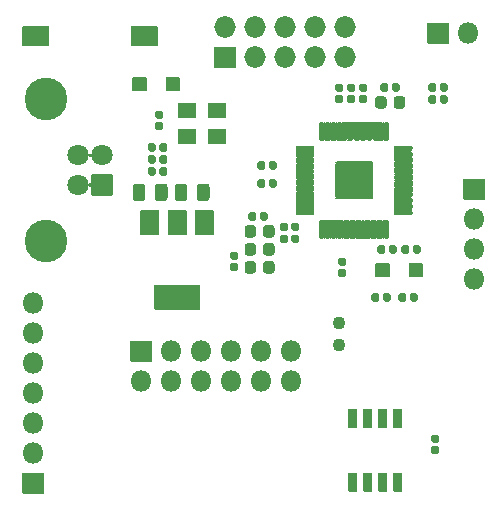
<source format=gbr>
%TF.GenerationSoftware,KiCad,Pcbnew,5.1.12*%
%TF.CreationDate,2021-12-06T16:47:01+08:00*%
%TF.ProjectId,elf2,656c6632-2e6b-4696-9361-645f70636258,rev?*%
%TF.SameCoordinates,Original*%
%TF.FileFunction,Soldermask,Top*%
%TF.FilePolarity,Negative*%
%FSLAX46Y46*%
G04 Gerber Fmt 4.6, Leading zero omitted, Abs format (unit mm)*
G04 Created by KiCad (PCBNEW 5.1.12) date 2021-12-06 16:47:01*
%MOMM*%
%LPD*%
G01*
G04 APERTURE LIST*
%ADD10O,1.802000X1.802000*%
%ADD11C,1.102000*%
%ADD12O,1.829200X1.829200*%
%ADD13C,1.802000*%
%ADD14C,3.602000*%
%ADD15C,0.350000*%
G04 APERTURE END LIST*
%TO.C,U1*%
G36*
G01*
X130474756Y-60883000D02*
X133177244Y-60883000D01*
G75*
G02*
X133427000Y-61132756I0J-249756D01*
G01*
X133427000Y-63835244D01*
G75*
G02*
X133177244Y-64085000I-249756J0D01*
G01*
X130474756Y-64085000D01*
G75*
G02*
X130225000Y-63835244I0J249756D01*
G01*
X130225000Y-61132756D01*
G75*
G02*
X130474756Y-60883000I249756J0D01*
G01*
G37*
G36*
G01*
X134475500Y-57533000D02*
X134676500Y-57533000D01*
G75*
G02*
X134777000Y-57633500I0J-100500D01*
G01*
X134777000Y-59009500D01*
G75*
G02*
X134676500Y-59110000I-100500J0D01*
G01*
X134475500Y-59110000D01*
G75*
G02*
X134375000Y-59009500I0J100500D01*
G01*
X134375000Y-57633500D01*
G75*
G02*
X134475500Y-57533000I100500J0D01*
G01*
G37*
G36*
G01*
X133975500Y-57533000D02*
X134176500Y-57533000D01*
G75*
G02*
X134277000Y-57633500I0J-100500D01*
G01*
X134277000Y-59009500D01*
G75*
G02*
X134176500Y-59110000I-100500J0D01*
G01*
X133975500Y-59110000D01*
G75*
G02*
X133875000Y-59009500I0J100500D01*
G01*
X133875000Y-57633500D01*
G75*
G02*
X133975500Y-57533000I100500J0D01*
G01*
G37*
G36*
G01*
X133475500Y-57533000D02*
X133676500Y-57533000D01*
G75*
G02*
X133777000Y-57633500I0J-100500D01*
G01*
X133777000Y-59009500D01*
G75*
G02*
X133676500Y-59110000I-100500J0D01*
G01*
X133475500Y-59110000D01*
G75*
G02*
X133375000Y-59009500I0J100500D01*
G01*
X133375000Y-57633500D01*
G75*
G02*
X133475500Y-57533000I100500J0D01*
G01*
G37*
G36*
G01*
X132975500Y-57533000D02*
X133176500Y-57533000D01*
G75*
G02*
X133277000Y-57633500I0J-100500D01*
G01*
X133277000Y-59009500D01*
G75*
G02*
X133176500Y-59110000I-100500J0D01*
G01*
X132975500Y-59110000D01*
G75*
G02*
X132875000Y-59009500I0J100500D01*
G01*
X132875000Y-57633500D01*
G75*
G02*
X132975500Y-57533000I100500J0D01*
G01*
G37*
G36*
G01*
X132475500Y-57533000D02*
X132676500Y-57533000D01*
G75*
G02*
X132777000Y-57633500I0J-100500D01*
G01*
X132777000Y-59009500D01*
G75*
G02*
X132676500Y-59110000I-100500J0D01*
G01*
X132475500Y-59110000D01*
G75*
G02*
X132375000Y-59009500I0J100500D01*
G01*
X132375000Y-57633500D01*
G75*
G02*
X132475500Y-57533000I100500J0D01*
G01*
G37*
G36*
G01*
X131975500Y-57533000D02*
X132176500Y-57533000D01*
G75*
G02*
X132277000Y-57633500I0J-100500D01*
G01*
X132277000Y-59009500D01*
G75*
G02*
X132176500Y-59110000I-100500J0D01*
G01*
X131975500Y-59110000D01*
G75*
G02*
X131875000Y-59009500I0J100500D01*
G01*
X131875000Y-57633500D01*
G75*
G02*
X131975500Y-57533000I100500J0D01*
G01*
G37*
G36*
G01*
X131475500Y-57533000D02*
X131676500Y-57533000D01*
G75*
G02*
X131777000Y-57633500I0J-100500D01*
G01*
X131777000Y-59009500D01*
G75*
G02*
X131676500Y-59110000I-100500J0D01*
G01*
X131475500Y-59110000D01*
G75*
G02*
X131375000Y-59009500I0J100500D01*
G01*
X131375000Y-57633500D01*
G75*
G02*
X131475500Y-57533000I100500J0D01*
G01*
G37*
G36*
G01*
X130975500Y-57533000D02*
X131176500Y-57533000D01*
G75*
G02*
X131277000Y-57633500I0J-100500D01*
G01*
X131277000Y-59009500D01*
G75*
G02*
X131176500Y-59110000I-100500J0D01*
G01*
X130975500Y-59110000D01*
G75*
G02*
X130875000Y-59009500I0J100500D01*
G01*
X130875000Y-57633500D01*
G75*
G02*
X130975500Y-57533000I100500J0D01*
G01*
G37*
G36*
G01*
X130475500Y-57533000D02*
X130676500Y-57533000D01*
G75*
G02*
X130777000Y-57633500I0J-100500D01*
G01*
X130777000Y-59009500D01*
G75*
G02*
X130676500Y-59110000I-100500J0D01*
G01*
X130475500Y-59110000D01*
G75*
G02*
X130375000Y-59009500I0J100500D01*
G01*
X130375000Y-57633500D01*
G75*
G02*
X130475500Y-57533000I100500J0D01*
G01*
G37*
G36*
G01*
X129975500Y-57533000D02*
X130176500Y-57533000D01*
G75*
G02*
X130277000Y-57633500I0J-100500D01*
G01*
X130277000Y-59009500D01*
G75*
G02*
X130176500Y-59110000I-100500J0D01*
G01*
X129975500Y-59110000D01*
G75*
G02*
X129875000Y-59009500I0J100500D01*
G01*
X129875000Y-57633500D01*
G75*
G02*
X129975500Y-57533000I100500J0D01*
G01*
G37*
G36*
G01*
X129475500Y-57533000D02*
X129676500Y-57533000D01*
G75*
G02*
X129777000Y-57633500I0J-100500D01*
G01*
X129777000Y-59009500D01*
G75*
G02*
X129676500Y-59110000I-100500J0D01*
G01*
X129475500Y-59110000D01*
G75*
G02*
X129375000Y-59009500I0J100500D01*
G01*
X129375000Y-57633500D01*
G75*
G02*
X129475500Y-57533000I100500J0D01*
G01*
G37*
G36*
G01*
X128975500Y-57533000D02*
X129176500Y-57533000D01*
G75*
G02*
X129277000Y-57633500I0J-100500D01*
G01*
X129277000Y-59009500D01*
G75*
G02*
X129176500Y-59110000I-100500J0D01*
G01*
X128975500Y-59110000D01*
G75*
G02*
X128875000Y-59009500I0J100500D01*
G01*
X128875000Y-57633500D01*
G75*
G02*
X128975500Y-57533000I100500J0D01*
G01*
G37*
G36*
G01*
X126975500Y-59533000D02*
X128351500Y-59533000D01*
G75*
G02*
X128452000Y-59633500I0J-100500D01*
G01*
X128452000Y-59834500D01*
G75*
G02*
X128351500Y-59935000I-100500J0D01*
G01*
X126975500Y-59935000D01*
G75*
G02*
X126875000Y-59834500I0J100500D01*
G01*
X126875000Y-59633500D01*
G75*
G02*
X126975500Y-59533000I100500J0D01*
G01*
G37*
G36*
G01*
X126975500Y-60033000D02*
X128351500Y-60033000D01*
G75*
G02*
X128452000Y-60133500I0J-100500D01*
G01*
X128452000Y-60334500D01*
G75*
G02*
X128351500Y-60435000I-100500J0D01*
G01*
X126975500Y-60435000D01*
G75*
G02*
X126875000Y-60334500I0J100500D01*
G01*
X126875000Y-60133500D01*
G75*
G02*
X126975500Y-60033000I100500J0D01*
G01*
G37*
G36*
G01*
X126975500Y-60533000D02*
X128351500Y-60533000D01*
G75*
G02*
X128452000Y-60633500I0J-100500D01*
G01*
X128452000Y-60834500D01*
G75*
G02*
X128351500Y-60935000I-100500J0D01*
G01*
X126975500Y-60935000D01*
G75*
G02*
X126875000Y-60834500I0J100500D01*
G01*
X126875000Y-60633500D01*
G75*
G02*
X126975500Y-60533000I100500J0D01*
G01*
G37*
G36*
G01*
X126975500Y-61033000D02*
X128351500Y-61033000D01*
G75*
G02*
X128452000Y-61133500I0J-100500D01*
G01*
X128452000Y-61334500D01*
G75*
G02*
X128351500Y-61435000I-100500J0D01*
G01*
X126975500Y-61435000D01*
G75*
G02*
X126875000Y-61334500I0J100500D01*
G01*
X126875000Y-61133500D01*
G75*
G02*
X126975500Y-61033000I100500J0D01*
G01*
G37*
G36*
G01*
X126975500Y-61533000D02*
X128351500Y-61533000D01*
G75*
G02*
X128452000Y-61633500I0J-100500D01*
G01*
X128452000Y-61834500D01*
G75*
G02*
X128351500Y-61935000I-100500J0D01*
G01*
X126975500Y-61935000D01*
G75*
G02*
X126875000Y-61834500I0J100500D01*
G01*
X126875000Y-61633500D01*
G75*
G02*
X126975500Y-61533000I100500J0D01*
G01*
G37*
G36*
G01*
X126975500Y-62033000D02*
X128351500Y-62033000D01*
G75*
G02*
X128452000Y-62133500I0J-100500D01*
G01*
X128452000Y-62334500D01*
G75*
G02*
X128351500Y-62435000I-100500J0D01*
G01*
X126975500Y-62435000D01*
G75*
G02*
X126875000Y-62334500I0J100500D01*
G01*
X126875000Y-62133500D01*
G75*
G02*
X126975500Y-62033000I100500J0D01*
G01*
G37*
G36*
G01*
X126975500Y-62533000D02*
X128351500Y-62533000D01*
G75*
G02*
X128452000Y-62633500I0J-100500D01*
G01*
X128452000Y-62834500D01*
G75*
G02*
X128351500Y-62935000I-100500J0D01*
G01*
X126975500Y-62935000D01*
G75*
G02*
X126875000Y-62834500I0J100500D01*
G01*
X126875000Y-62633500D01*
G75*
G02*
X126975500Y-62533000I100500J0D01*
G01*
G37*
G36*
G01*
X126975500Y-63033000D02*
X128351500Y-63033000D01*
G75*
G02*
X128452000Y-63133500I0J-100500D01*
G01*
X128452000Y-63334500D01*
G75*
G02*
X128351500Y-63435000I-100500J0D01*
G01*
X126975500Y-63435000D01*
G75*
G02*
X126875000Y-63334500I0J100500D01*
G01*
X126875000Y-63133500D01*
G75*
G02*
X126975500Y-63033000I100500J0D01*
G01*
G37*
G36*
G01*
X126975500Y-63533000D02*
X128351500Y-63533000D01*
G75*
G02*
X128452000Y-63633500I0J-100500D01*
G01*
X128452000Y-63834500D01*
G75*
G02*
X128351500Y-63935000I-100500J0D01*
G01*
X126975500Y-63935000D01*
G75*
G02*
X126875000Y-63834500I0J100500D01*
G01*
X126875000Y-63633500D01*
G75*
G02*
X126975500Y-63533000I100500J0D01*
G01*
G37*
G36*
G01*
X126975500Y-64033000D02*
X128351500Y-64033000D01*
G75*
G02*
X128452000Y-64133500I0J-100500D01*
G01*
X128452000Y-64334500D01*
G75*
G02*
X128351500Y-64435000I-100500J0D01*
G01*
X126975500Y-64435000D01*
G75*
G02*
X126875000Y-64334500I0J100500D01*
G01*
X126875000Y-64133500D01*
G75*
G02*
X126975500Y-64033000I100500J0D01*
G01*
G37*
G36*
G01*
X126975500Y-64533000D02*
X128351500Y-64533000D01*
G75*
G02*
X128452000Y-64633500I0J-100500D01*
G01*
X128452000Y-64834500D01*
G75*
G02*
X128351500Y-64935000I-100500J0D01*
G01*
X126975500Y-64935000D01*
G75*
G02*
X126875000Y-64834500I0J100500D01*
G01*
X126875000Y-64633500D01*
G75*
G02*
X126975500Y-64533000I100500J0D01*
G01*
G37*
G36*
G01*
X126975500Y-65033000D02*
X128351500Y-65033000D01*
G75*
G02*
X128452000Y-65133500I0J-100500D01*
G01*
X128452000Y-65334500D01*
G75*
G02*
X128351500Y-65435000I-100500J0D01*
G01*
X126975500Y-65435000D01*
G75*
G02*
X126875000Y-65334500I0J100500D01*
G01*
X126875000Y-65133500D01*
G75*
G02*
X126975500Y-65033000I100500J0D01*
G01*
G37*
G36*
G01*
X128975500Y-65858000D02*
X129176500Y-65858000D01*
G75*
G02*
X129277000Y-65958500I0J-100500D01*
G01*
X129277000Y-67334500D01*
G75*
G02*
X129176500Y-67435000I-100500J0D01*
G01*
X128975500Y-67435000D01*
G75*
G02*
X128875000Y-67334500I0J100500D01*
G01*
X128875000Y-65958500D01*
G75*
G02*
X128975500Y-65858000I100500J0D01*
G01*
G37*
G36*
G01*
X129475500Y-65858000D02*
X129676500Y-65858000D01*
G75*
G02*
X129777000Y-65958500I0J-100500D01*
G01*
X129777000Y-67334500D01*
G75*
G02*
X129676500Y-67435000I-100500J0D01*
G01*
X129475500Y-67435000D01*
G75*
G02*
X129375000Y-67334500I0J100500D01*
G01*
X129375000Y-65958500D01*
G75*
G02*
X129475500Y-65858000I100500J0D01*
G01*
G37*
G36*
G01*
X129975500Y-65858000D02*
X130176500Y-65858000D01*
G75*
G02*
X130277000Y-65958500I0J-100500D01*
G01*
X130277000Y-67334500D01*
G75*
G02*
X130176500Y-67435000I-100500J0D01*
G01*
X129975500Y-67435000D01*
G75*
G02*
X129875000Y-67334500I0J100500D01*
G01*
X129875000Y-65958500D01*
G75*
G02*
X129975500Y-65858000I100500J0D01*
G01*
G37*
G36*
G01*
X130475500Y-65858000D02*
X130676500Y-65858000D01*
G75*
G02*
X130777000Y-65958500I0J-100500D01*
G01*
X130777000Y-67334500D01*
G75*
G02*
X130676500Y-67435000I-100500J0D01*
G01*
X130475500Y-67435000D01*
G75*
G02*
X130375000Y-67334500I0J100500D01*
G01*
X130375000Y-65958500D01*
G75*
G02*
X130475500Y-65858000I100500J0D01*
G01*
G37*
G36*
G01*
X130975500Y-65858000D02*
X131176500Y-65858000D01*
G75*
G02*
X131277000Y-65958500I0J-100500D01*
G01*
X131277000Y-67334500D01*
G75*
G02*
X131176500Y-67435000I-100500J0D01*
G01*
X130975500Y-67435000D01*
G75*
G02*
X130875000Y-67334500I0J100500D01*
G01*
X130875000Y-65958500D01*
G75*
G02*
X130975500Y-65858000I100500J0D01*
G01*
G37*
G36*
G01*
X131475500Y-65858000D02*
X131676500Y-65858000D01*
G75*
G02*
X131777000Y-65958500I0J-100500D01*
G01*
X131777000Y-67334500D01*
G75*
G02*
X131676500Y-67435000I-100500J0D01*
G01*
X131475500Y-67435000D01*
G75*
G02*
X131375000Y-67334500I0J100500D01*
G01*
X131375000Y-65958500D01*
G75*
G02*
X131475500Y-65858000I100500J0D01*
G01*
G37*
G36*
G01*
X131975500Y-65858000D02*
X132176500Y-65858000D01*
G75*
G02*
X132277000Y-65958500I0J-100500D01*
G01*
X132277000Y-67334500D01*
G75*
G02*
X132176500Y-67435000I-100500J0D01*
G01*
X131975500Y-67435000D01*
G75*
G02*
X131875000Y-67334500I0J100500D01*
G01*
X131875000Y-65958500D01*
G75*
G02*
X131975500Y-65858000I100500J0D01*
G01*
G37*
G36*
G01*
X132475500Y-65858000D02*
X132676500Y-65858000D01*
G75*
G02*
X132777000Y-65958500I0J-100500D01*
G01*
X132777000Y-67334500D01*
G75*
G02*
X132676500Y-67435000I-100500J0D01*
G01*
X132475500Y-67435000D01*
G75*
G02*
X132375000Y-67334500I0J100500D01*
G01*
X132375000Y-65958500D01*
G75*
G02*
X132475500Y-65858000I100500J0D01*
G01*
G37*
G36*
G01*
X132975500Y-65858000D02*
X133176500Y-65858000D01*
G75*
G02*
X133277000Y-65958500I0J-100500D01*
G01*
X133277000Y-67334500D01*
G75*
G02*
X133176500Y-67435000I-100500J0D01*
G01*
X132975500Y-67435000D01*
G75*
G02*
X132875000Y-67334500I0J100500D01*
G01*
X132875000Y-65958500D01*
G75*
G02*
X132975500Y-65858000I100500J0D01*
G01*
G37*
G36*
G01*
X133475500Y-65858000D02*
X133676500Y-65858000D01*
G75*
G02*
X133777000Y-65958500I0J-100500D01*
G01*
X133777000Y-67334500D01*
G75*
G02*
X133676500Y-67435000I-100500J0D01*
G01*
X133475500Y-67435000D01*
G75*
G02*
X133375000Y-67334500I0J100500D01*
G01*
X133375000Y-65958500D01*
G75*
G02*
X133475500Y-65858000I100500J0D01*
G01*
G37*
G36*
G01*
X133975500Y-65858000D02*
X134176500Y-65858000D01*
G75*
G02*
X134277000Y-65958500I0J-100500D01*
G01*
X134277000Y-67334500D01*
G75*
G02*
X134176500Y-67435000I-100500J0D01*
G01*
X133975500Y-67435000D01*
G75*
G02*
X133875000Y-67334500I0J100500D01*
G01*
X133875000Y-65958500D01*
G75*
G02*
X133975500Y-65858000I100500J0D01*
G01*
G37*
G36*
G01*
X134475500Y-65858000D02*
X134676500Y-65858000D01*
G75*
G02*
X134777000Y-65958500I0J-100500D01*
G01*
X134777000Y-67334500D01*
G75*
G02*
X134676500Y-67435000I-100500J0D01*
G01*
X134475500Y-67435000D01*
G75*
G02*
X134375000Y-67334500I0J100500D01*
G01*
X134375000Y-65958500D01*
G75*
G02*
X134475500Y-65858000I100500J0D01*
G01*
G37*
G36*
G01*
X135300500Y-65033000D02*
X136676500Y-65033000D01*
G75*
G02*
X136777000Y-65133500I0J-100500D01*
G01*
X136777000Y-65334500D01*
G75*
G02*
X136676500Y-65435000I-100500J0D01*
G01*
X135300500Y-65435000D01*
G75*
G02*
X135200000Y-65334500I0J100500D01*
G01*
X135200000Y-65133500D01*
G75*
G02*
X135300500Y-65033000I100500J0D01*
G01*
G37*
G36*
G01*
X135300500Y-64533000D02*
X136676500Y-64533000D01*
G75*
G02*
X136777000Y-64633500I0J-100500D01*
G01*
X136777000Y-64834500D01*
G75*
G02*
X136676500Y-64935000I-100500J0D01*
G01*
X135300500Y-64935000D01*
G75*
G02*
X135200000Y-64834500I0J100500D01*
G01*
X135200000Y-64633500D01*
G75*
G02*
X135300500Y-64533000I100500J0D01*
G01*
G37*
G36*
G01*
X135300500Y-64033000D02*
X136676500Y-64033000D01*
G75*
G02*
X136777000Y-64133500I0J-100500D01*
G01*
X136777000Y-64334500D01*
G75*
G02*
X136676500Y-64435000I-100500J0D01*
G01*
X135300500Y-64435000D01*
G75*
G02*
X135200000Y-64334500I0J100500D01*
G01*
X135200000Y-64133500D01*
G75*
G02*
X135300500Y-64033000I100500J0D01*
G01*
G37*
G36*
G01*
X135300500Y-63533000D02*
X136676500Y-63533000D01*
G75*
G02*
X136777000Y-63633500I0J-100500D01*
G01*
X136777000Y-63834500D01*
G75*
G02*
X136676500Y-63935000I-100500J0D01*
G01*
X135300500Y-63935000D01*
G75*
G02*
X135200000Y-63834500I0J100500D01*
G01*
X135200000Y-63633500D01*
G75*
G02*
X135300500Y-63533000I100500J0D01*
G01*
G37*
G36*
G01*
X135300500Y-63033000D02*
X136676500Y-63033000D01*
G75*
G02*
X136777000Y-63133500I0J-100500D01*
G01*
X136777000Y-63334500D01*
G75*
G02*
X136676500Y-63435000I-100500J0D01*
G01*
X135300500Y-63435000D01*
G75*
G02*
X135200000Y-63334500I0J100500D01*
G01*
X135200000Y-63133500D01*
G75*
G02*
X135300500Y-63033000I100500J0D01*
G01*
G37*
G36*
G01*
X135300500Y-62533000D02*
X136676500Y-62533000D01*
G75*
G02*
X136777000Y-62633500I0J-100500D01*
G01*
X136777000Y-62834500D01*
G75*
G02*
X136676500Y-62935000I-100500J0D01*
G01*
X135300500Y-62935000D01*
G75*
G02*
X135200000Y-62834500I0J100500D01*
G01*
X135200000Y-62633500D01*
G75*
G02*
X135300500Y-62533000I100500J0D01*
G01*
G37*
G36*
G01*
X135300500Y-62033000D02*
X136676500Y-62033000D01*
G75*
G02*
X136777000Y-62133500I0J-100500D01*
G01*
X136777000Y-62334500D01*
G75*
G02*
X136676500Y-62435000I-100500J0D01*
G01*
X135300500Y-62435000D01*
G75*
G02*
X135200000Y-62334500I0J100500D01*
G01*
X135200000Y-62133500D01*
G75*
G02*
X135300500Y-62033000I100500J0D01*
G01*
G37*
G36*
G01*
X135300500Y-61533000D02*
X136676500Y-61533000D01*
G75*
G02*
X136777000Y-61633500I0J-100500D01*
G01*
X136777000Y-61834500D01*
G75*
G02*
X136676500Y-61935000I-100500J0D01*
G01*
X135300500Y-61935000D01*
G75*
G02*
X135200000Y-61834500I0J100500D01*
G01*
X135200000Y-61633500D01*
G75*
G02*
X135300500Y-61533000I100500J0D01*
G01*
G37*
G36*
G01*
X135300500Y-61033000D02*
X136676500Y-61033000D01*
G75*
G02*
X136777000Y-61133500I0J-100500D01*
G01*
X136777000Y-61334500D01*
G75*
G02*
X136676500Y-61435000I-100500J0D01*
G01*
X135300500Y-61435000D01*
G75*
G02*
X135200000Y-61334500I0J100500D01*
G01*
X135200000Y-61133500D01*
G75*
G02*
X135300500Y-61033000I100500J0D01*
G01*
G37*
G36*
G01*
X135300500Y-60533000D02*
X136676500Y-60533000D01*
G75*
G02*
X136777000Y-60633500I0J-100500D01*
G01*
X136777000Y-60834500D01*
G75*
G02*
X136676500Y-60935000I-100500J0D01*
G01*
X135300500Y-60935000D01*
G75*
G02*
X135200000Y-60834500I0J100500D01*
G01*
X135200000Y-60633500D01*
G75*
G02*
X135300500Y-60533000I100500J0D01*
G01*
G37*
G36*
G01*
X135300500Y-60033000D02*
X136676500Y-60033000D01*
G75*
G02*
X136777000Y-60133500I0J-100500D01*
G01*
X136777000Y-60334500D01*
G75*
G02*
X136676500Y-60435000I-100500J0D01*
G01*
X135300500Y-60435000D01*
G75*
G02*
X135200000Y-60334500I0J100500D01*
G01*
X135200000Y-60133500D01*
G75*
G02*
X135300500Y-60033000I100500J0D01*
G01*
G37*
G36*
G01*
X135300500Y-59533000D02*
X136676500Y-59533000D01*
G75*
G02*
X136777000Y-59633500I0J-100500D01*
G01*
X136777000Y-59834500D01*
G75*
G02*
X136676500Y-59935000I-100500J0D01*
G01*
X135300500Y-59935000D01*
G75*
G02*
X135200000Y-59834500I0J100500D01*
G01*
X135200000Y-59633500D01*
G75*
G02*
X135300500Y-59533000I100500J0D01*
G01*
G37*
%TD*%
%TO.C,X1*%
G36*
G01*
X116917000Y-57159002D02*
X116917000Y-55959000D01*
G75*
G02*
X116967999Y-55908001I50999J0D01*
G01*
X118368001Y-55908001D01*
G75*
G02*
X118419000Y-55959000I0J-50999D01*
G01*
X118419000Y-57159002D01*
G75*
G02*
X118368001Y-57210001I-50999J0D01*
G01*
X116967999Y-57210001D01*
G75*
G02*
X116917000Y-57159002I0J50999D01*
G01*
G37*
G36*
G01*
X119457000Y-57159002D02*
X119457000Y-55959000D01*
G75*
G02*
X119507999Y-55908001I50999J0D01*
G01*
X120908001Y-55908001D01*
G75*
G02*
X120959000Y-55959000I0J-50999D01*
G01*
X120959000Y-57159002D01*
G75*
G02*
X120908001Y-57210001I-50999J0D01*
G01*
X119507999Y-57210001D01*
G75*
G02*
X119457000Y-57159002I0J50999D01*
G01*
G37*
G36*
G01*
X119457000Y-59359002D02*
X119457000Y-58159000D01*
G75*
G02*
X119507999Y-58108001I50999J0D01*
G01*
X120908001Y-58108001D01*
G75*
G02*
X120959000Y-58159000I0J-50999D01*
G01*
X120959000Y-59359002D01*
G75*
G02*
X120908001Y-59410001I-50999J0D01*
G01*
X119507999Y-59410001D01*
G75*
G02*
X119457000Y-59359002I0J50999D01*
G01*
G37*
G36*
G01*
X116917000Y-59359002D02*
X116917000Y-58159000D01*
G75*
G02*
X116967999Y-58108001I50999J0D01*
G01*
X118368001Y-58108001D01*
G75*
G02*
X118419000Y-58159000I0J-50999D01*
G01*
X118419000Y-59359002D01*
G75*
G02*
X118368001Y-59410001I-50999J0D01*
G01*
X116967999Y-59410001D01*
G75*
G02*
X116917000Y-59359002I0J50999D01*
G01*
G37*
%TD*%
%TO.C,C16*%
G36*
G01*
X115511500Y-57255000D02*
X115120500Y-57255000D01*
G75*
G02*
X114955000Y-57089500I0J165500D01*
G01*
X114955000Y-56758500D01*
G75*
G02*
X115120500Y-56593000I165500J0D01*
G01*
X115511500Y-56593000D01*
G75*
G02*
X115677000Y-56758500I0J-165500D01*
G01*
X115677000Y-57089500D01*
G75*
G02*
X115511500Y-57255000I-165500J0D01*
G01*
G37*
G36*
G01*
X115511500Y-58215000D02*
X115120500Y-58215000D01*
G75*
G02*
X114955000Y-58049500I0J165500D01*
G01*
X114955000Y-57718500D01*
G75*
G02*
X115120500Y-57553000I165500J0D01*
G01*
X115511500Y-57553000D01*
G75*
G02*
X115677000Y-57718500I0J-165500D01*
G01*
X115677000Y-58049500D01*
G75*
G02*
X115511500Y-58215000I-165500J0D01*
G01*
G37*
%TD*%
%TO.C,SW1*%
G36*
G01*
X106025000Y-49492000D02*
X106025000Y-51092000D01*
G75*
G02*
X105974000Y-51143000I-51000J0D01*
G01*
X103794000Y-51143000D01*
G75*
G02*
X103743000Y-51092000I0J51000D01*
G01*
X103743000Y-49492000D01*
G75*
G02*
X103794000Y-49441000I51000J0D01*
G01*
X105974000Y-49441000D01*
G75*
G02*
X106025000Y-49492000I0J-51000D01*
G01*
G37*
G36*
G01*
X115205000Y-49492000D02*
X115205000Y-51092000D01*
G75*
G02*
X115154000Y-51143000I-51000J0D01*
G01*
X112974000Y-51143000D01*
G75*
G02*
X112923000Y-51092000I0J51000D01*
G01*
X112923000Y-49492000D01*
G75*
G02*
X112974000Y-49441000I51000J0D01*
G01*
X115154000Y-49441000D01*
G75*
G02*
X115205000Y-49492000I0J-51000D01*
G01*
G37*
%TD*%
%TO.C,C9*%
G36*
G01*
X134943000Y-72192000D02*
X134943000Y-72588000D01*
G75*
G02*
X134770000Y-72761000I-173000J0D01*
G01*
X134424000Y-72761000D01*
G75*
G02*
X134251000Y-72588000I0J173000D01*
G01*
X134251000Y-72192000D01*
G75*
G02*
X134424000Y-72019000I173000J0D01*
G01*
X134770000Y-72019000D01*
G75*
G02*
X134943000Y-72192000I0J-173000D01*
G01*
G37*
G36*
G01*
X133973000Y-72192000D02*
X133973000Y-72588000D01*
G75*
G02*
X133800000Y-72761000I-173000J0D01*
G01*
X133454000Y-72761000D01*
G75*
G02*
X133281000Y-72588000I0J173000D01*
G01*
X133281000Y-72192000D01*
G75*
G02*
X133454000Y-72019000I173000J0D01*
G01*
X133800000Y-72019000D01*
G75*
G02*
X133973000Y-72192000I0J-173000D01*
G01*
G37*
%TD*%
%TO.C,J7*%
G36*
G01*
X141085000Y-64096000D02*
X141085000Y-62396000D01*
G75*
G02*
X141136000Y-62345000I51000J0D01*
G01*
X142836000Y-62345000D01*
G75*
G02*
X142887000Y-62396000I0J-51000D01*
G01*
X142887000Y-64096000D01*
G75*
G02*
X142836000Y-64147000I-51000J0D01*
G01*
X141136000Y-64147000D01*
G75*
G02*
X141085000Y-64096000I0J51000D01*
G01*
G37*
D10*
X141986000Y-65786000D03*
X141986000Y-68326000D03*
X141986000Y-70866000D03*
%TD*%
D11*
%TO.C,Y1*%
X130556000Y-74554000D03*
X130556000Y-76454000D03*
%TD*%
D10*
%TO.C,J4*%
X126492000Y-79502000D03*
X126492000Y-76962000D03*
X123952000Y-79502000D03*
X123952000Y-76962000D03*
X121412000Y-79502000D03*
X121412000Y-76962000D03*
X118872000Y-79502000D03*
X118872000Y-76962000D03*
X116332000Y-79502000D03*
X116332000Y-76962000D03*
X113792000Y-79502000D03*
G36*
G01*
X114642000Y-77863000D02*
X112942000Y-77863000D01*
G75*
G02*
X112891000Y-77812000I0J51000D01*
G01*
X112891000Y-76112000D01*
G75*
G02*
X112942000Y-76061000I51000J0D01*
G01*
X114642000Y-76061000D01*
G75*
G02*
X114693000Y-76112000I0J-51000D01*
G01*
X114693000Y-77812000D01*
G75*
G02*
X114642000Y-77863000I-51000J0D01*
G01*
G37*
%TD*%
%TO.C,U2*%
G36*
G01*
X118390000Y-65014000D02*
X119890000Y-65014000D01*
G75*
G02*
X119941000Y-65065000I0J-51000D01*
G01*
X119941000Y-67065000D01*
G75*
G02*
X119890000Y-67116000I-51000J0D01*
G01*
X118390000Y-67116000D01*
G75*
G02*
X118339000Y-67065000I0J51000D01*
G01*
X118339000Y-65065000D01*
G75*
G02*
X118390000Y-65014000I51000J0D01*
G01*
G37*
G36*
G01*
X113790000Y-65014000D02*
X115290000Y-65014000D01*
G75*
G02*
X115341000Y-65065000I0J-51000D01*
G01*
X115341000Y-67065000D01*
G75*
G02*
X115290000Y-67116000I-51000J0D01*
G01*
X113790000Y-67116000D01*
G75*
G02*
X113739000Y-67065000I0J51000D01*
G01*
X113739000Y-65065000D01*
G75*
G02*
X113790000Y-65014000I51000J0D01*
G01*
G37*
G36*
G01*
X116090000Y-65014000D02*
X117590000Y-65014000D01*
G75*
G02*
X117641000Y-65065000I0J-51000D01*
G01*
X117641000Y-67065000D01*
G75*
G02*
X117590000Y-67116000I-51000J0D01*
G01*
X116090000Y-67116000D01*
G75*
G02*
X116039000Y-67065000I0J51000D01*
G01*
X116039000Y-65065000D01*
G75*
G02*
X116090000Y-65014000I51000J0D01*
G01*
G37*
G36*
G01*
X114940000Y-71314000D02*
X118740000Y-71314000D01*
G75*
G02*
X118791000Y-71365000I0J-51000D01*
G01*
X118791000Y-73365000D01*
G75*
G02*
X118740000Y-73416000I-51000J0D01*
G01*
X114940000Y-73416000D01*
G75*
G02*
X114889000Y-73365000I0J51000D01*
G01*
X114889000Y-71365000D01*
G75*
G02*
X114940000Y-71314000I51000J0D01*
G01*
G37*
%TD*%
%TO.C,U3*%
G36*
G01*
X135209000Y-87218000D02*
X135809000Y-87218000D01*
G75*
G02*
X135860000Y-87269000I0J-51000D01*
G01*
X135860000Y-88819000D01*
G75*
G02*
X135809000Y-88870000I-51000J0D01*
G01*
X135209000Y-88870000D01*
G75*
G02*
X135158000Y-88819000I0J51000D01*
G01*
X135158000Y-87269000D01*
G75*
G02*
X135209000Y-87218000I51000J0D01*
G01*
G37*
G36*
G01*
X133939000Y-87218000D02*
X134539000Y-87218000D01*
G75*
G02*
X134590000Y-87269000I0J-51000D01*
G01*
X134590000Y-88819000D01*
G75*
G02*
X134539000Y-88870000I-51000J0D01*
G01*
X133939000Y-88870000D01*
G75*
G02*
X133888000Y-88819000I0J51000D01*
G01*
X133888000Y-87269000D01*
G75*
G02*
X133939000Y-87218000I51000J0D01*
G01*
G37*
G36*
G01*
X132669000Y-87218000D02*
X133269000Y-87218000D01*
G75*
G02*
X133320000Y-87269000I0J-51000D01*
G01*
X133320000Y-88819000D01*
G75*
G02*
X133269000Y-88870000I-51000J0D01*
G01*
X132669000Y-88870000D01*
G75*
G02*
X132618000Y-88819000I0J51000D01*
G01*
X132618000Y-87269000D01*
G75*
G02*
X132669000Y-87218000I51000J0D01*
G01*
G37*
G36*
G01*
X131399000Y-87218000D02*
X131999000Y-87218000D01*
G75*
G02*
X132050000Y-87269000I0J-51000D01*
G01*
X132050000Y-88819000D01*
G75*
G02*
X131999000Y-88870000I-51000J0D01*
G01*
X131399000Y-88870000D01*
G75*
G02*
X131348000Y-88819000I0J51000D01*
G01*
X131348000Y-87269000D01*
G75*
G02*
X131399000Y-87218000I51000J0D01*
G01*
G37*
G36*
G01*
X131399000Y-81818000D02*
X131999000Y-81818000D01*
G75*
G02*
X132050000Y-81869000I0J-51000D01*
G01*
X132050000Y-83419000D01*
G75*
G02*
X131999000Y-83470000I-51000J0D01*
G01*
X131399000Y-83470000D01*
G75*
G02*
X131348000Y-83419000I0J51000D01*
G01*
X131348000Y-81869000D01*
G75*
G02*
X131399000Y-81818000I51000J0D01*
G01*
G37*
G36*
G01*
X132669000Y-81818000D02*
X133269000Y-81818000D01*
G75*
G02*
X133320000Y-81869000I0J-51000D01*
G01*
X133320000Y-83419000D01*
G75*
G02*
X133269000Y-83470000I-51000J0D01*
G01*
X132669000Y-83470000D01*
G75*
G02*
X132618000Y-83419000I0J51000D01*
G01*
X132618000Y-81869000D01*
G75*
G02*
X132669000Y-81818000I51000J0D01*
G01*
G37*
G36*
G01*
X133939000Y-81818000D02*
X134539000Y-81818000D01*
G75*
G02*
X134590000Y-81869000I0J-51000D01*
G01*
X134590000Y-83419000D01*
G75*
G02*
X134539000Y-83470000I-51000J0D01*
G01*
X133939000Y-83470000D01*
G75*
G02*
X133888000Y-83419000I0J51000D01*
G01*
X133888000Y-81869000D01*
G75*
G02*
X133939000Y-81818000I51000J0D01*
G01*
G37*
G36*
G01*
X135209000Y-81818000D02*
X135809000Y-81818000D01*
G75*
G02*
X135860000Y-81869000I0J-51000D01*
G01*
X135860000Y-83419000D01*
G75*
G02*
X135809000Y-83470000I-51000J0D01*
G01*
X135209000Y-83470000D01*
G75*
G02*
X135158000Y-83419000I0J51000D01*
G01*
X135158000Y-81869000D01*
G75*
G02*
X135209000Y-81818000I51000J0D01*
G01*
G37*
%TD*%
%TO.C,C15*%
G36*
G01*
X138486000Y-84005000D02*
X138882000Y-84005000D01*
G75*
G02*
X139055000Y-84178000I0J-173000D01*
G01*
X139055000Y-84524000D01*
G75*
G02*
X138882000Y-84697000I-173000J0D01*
G01*
X138486000Y-84697000D01*
G75*
G02*
X138313000Y-84524000I0J173000D01*
G01*
X138313000Y-84178000D01*
G75*
G02*
X138486000Y-84005000I173000J0D01*
G01*
G37*
G36*
G01*
X138486000Y-84975000D02*
X138882000Y-84975000D01*
G75*
G02*
X139055000Y-85148000I0J-173000D01*
G01*
X139055000Y-85494000D01*
G75*
G02*
X138882000Y-85667000I-173000J0D01*
G01*
X138486000Y-85667000D01*
G75*
G02*
X138313000Y-85494000I0J173000D01*
G01*
X138313000Y-85148000D01*
G75*
G02*
X138486000Y-84975000I173000J0D01*
G01*
G37*
%TD*%
%TO.C,J8*%
G36*
G01*
X105549000Y-87288000D02*
X105549000Y-88988000D01*
G75*
G02*
X105498000Y-89039000I-51000J0D01*
G01*
X103798000Y-89039000D01*
G75*
G02*
X103747000Y-88988000I0J51000D01*
G01*
X103747000Y-87288000D01*
G75*
G02*
X103798000Y-87237000I51000J0D01*
G01*
X105498000Y-87237000D01*
G75*
G02*
X105549000Y-87288000I0J-51000D01*
G01*
G37*
X104648000Y-85598000D03*
X104648000Y-83058000D03*
X104648000Y-80518000D03*
X104648000Y-77978000D03*
X104648000Y-75438000D03*
X104648000Y-72898000D03*
%TD*%
%TO.C,D3*%
G36*
G01*
X125101000Y-69568250D02*
X125101000Y-70131750D01*
G75*
G02*
X124856750Y-70376000I-244250J0D01*
G01*
X124368250Y-70376000D01*
G75*
G02*
X124124000Y-70131750I0J244250D01*
G01*
X124124000Y-69568250D01*
G75*
G02*
X124368250Y-69324000I244250J0D01*
G01*
X124856750Y-69324000D01*
G75*
G02*
X125101000Y-69568250I0J-244250D01*
G01*
G37*
G36*
G01*
X123526000Y-69568250D02*
X123526000Y-70131750D01*
G75*
G02*
X123281750Y-70376000I-244250J0D01*
G01*
X122793250Y-70376000D01*
G75*
G02*
X122549000Y-70131750I0J244250D01*
G01*
X122549000Y-69568250D01*
G75*
G02*
X122793250Y-69324000I244250J0D01*
G01*
X123281750Y-69324000D01*
G75*
G02*
X123526000Y-69568250I0J-244250D01*
G01*
G37*
%TD*%
%TO.C,D4*%
G36*
G01*
X124124000Y-68607750D02*
X124124000Y-68044250D01*
G75*
G02*
X124368250Y-67800000I244250J0D01*
G01*
X124856750Y-67800000D01*
G75*
G02*
X125101000Y-68044250I0J-244250D01*
G01*
X125101000Y-68607750D01*
G75*
G02*
X124856750Y-68852000I-244250J0D01*
G01*
X124368250Y-68852000D01*
G75*
G02*
X124124000Y-68607750I0J244250D01*
G01*
G37*
G36*
G01*
X122549000Y-68607750D02*
X122549000Y-68044250D01*
G75*
G02*
X122793250Y-67800000I244250J0D01*
G01*
X123281750Y-67800000D01*
G75*
G02*
X123526000Y-68044250I0J-244250D01*
G01*
X123526000Y-68607750D01*
G75*
G02*
X123281750Y-68852000I-244250J0D01*
G01*
X122793250Y-68852000D01*
G75*
G02*
X122549000Y-68607750I0J244250D01*
G01*
G37*
%TD*%
%TO.C,D5*%
G36*
G01*
X122549000Y-67083750D02*
X122549000Y-66520250D01*
G75*
G02*
X122793250Y-66276000I244250J0D01*
G01*
X123281750Y-66276000D01*
G75*
G02*
X123526000Y-66520250I0J-244250D01*
G01*
X123526000Y-67083750D01*
G75*
G02*
X123281750Y-67328000I-244250J0D01*
G01*
X122793250Y-67328000D01*
G75*
G02*
X122549000Y-67083750I0J244250D01*
G01*
G37*
G36*
G01*
X124124000Y-67083750D02*
X124124000Y-66520250D01*
G75*
G02*
X124368250Y-66276000I244250J0D01*
G01*
X124856750Y-66276000D01*
G75*
G02*
X125101000Y-66520250I0J-244250D01*
G01*
X125101000Y-67083750D01*
G75*
G02*
X124856750Y-67328000I-244250J0D01*
G01*
X124368250Y-67328000D01*
G75*
G02*
X124124000Y-67083750I0J244250D01*
G01*
G37*
%TD*%
%TO.C,R8*%
G36*
G01*
X127196000Y-66223000D02*
X127196000Y-66619000D01*
G75*
G02*
X127023000Y-66792000I-173000J0D01*
G01*
X126677000Y-66792000D01*
G75*
G02*
X126504000Y-66619000I0J173000D01*
G01*
X126504000Y-66223000D01*
G75*
G02*
X126677000Y-66050000I173000J0D01*
G01*
X127023000Y-66050000D01*
G75*
G02*
X127196000Y-66223000I0J-173000D01*
G01*
G37*
G36*
G01*
X126226000Y-66223000D02*
X126226000Y-66619000D01*
G75*
G02*
X126053000Y-66792000I-173000J0D01*
G01*
X125707000Y-66792000D01*
G75*
G02*
X125534000Y-66619000I0J173000D01*
G01*
X125534000Y-66223000D01*
G75*
G02*
X125707000Y-66050000I173000J0D01*
G01*
X126053000Y-66050000D01*
G75*
G02*
X126226000Y-66223000I0J-173000D01*
G01*
G37*
%TD*%
%TO.C,R7*%
G36*
G01*
X126226000Y-67239000D02*
X126226000Y-67635000D01*
G75*
G02*
X126053000Y-67808000I-173000J0D01*
G01*
X125707000Y-67808000D01*
G75*
G02*
X125534000Y-67635000I0J173000D01*
G01*
X125534000Y-67239000D01*
G75*
G02*
X125707000Y-67066000I173000J0D01*
G01*
X126053000Y-67066000D01*
G75*
G02*
X126226000Y-67239000I0J-173000D01*
G01*
G37*
G36*
G01*
X127196000Y-67239000D02*
X127196000Y-67635000D01*
G75*
G02*
X127023000Y-67808000I-173000J0D01*
G01*
X126677000Y-67808000D01*
G75*
G02*
X126504000Y-67635000I0J173000D01*
G01*
X126504000Y-67239000D01*
G75*
G02*
X126677000Y-67066000I173000J0D01*
G01*
X127023000Y-67066000D01*
G75*
G02*
X127196000Y-67239000I0J-173000D01*
G01*
G37*
%TD*%
%TO.C,R6*%
G36*
G01*
X121468000Y-68511000D02*
X121864000Y-68511000D01*
G75*
G02*
X122037000Y-68684000I0J-173000D01*
G01*
X122037000Y-69030000D01*
G75*
G02*
X121864000Y-69203000I-173000J0D01*
G01*
X121468000Y-69203000D01*
G75*
G02*
X121295000Y-69030000I0J173000D01*
G01*
X121295000Y-68684000D01*
G75*
G02*
X121468000Y-68511000I173000J0D01*
G01*
G37*
G36*
G01*
X121468000Y-69481000D02*
X121864000Y-69481000D01*
G75*
G02*
X122037000Y-69654000I0J-173000D01*
G01*
X122037000Y-70000000D01*
G75*
G02*
X121864000Y-70173000I-173000J0D01*
G01*
X121468000Y-70173000D01*
G75*
G02*
X121295000Y-70000000I0J173000D01*
G01*
X121295000Y-69654000D01*
G75*
G02*
X121468000Y-69481000I173000J0D01*
G01*
G37*
%TD*%
%TO.C,R5*%
G36*
G01*
X132390000Y-55257000D02*
X132786000Y-55257000D01*
G75*
G02*
X132959000Y-55430000I0J-173000D01*
G01*
X132959000Y-55776000D01*
G75*
G02*
X132786000Y-55949000I-173000J0D01*
G01*
X132390000Y-55949000D01*
G75*
G02*
X132217000Y-55776000I0J173000D01*
G01*
X132217000Y-55430000D01*
G75*
G02*
X132390000Y-55257000I173000J0D01*
G01*
G37*
G36*
G01*
X132390000Y-54287000D02*
X132786000Y-54287000D01*
G75*
G02*
X132959000Y-54460000I0J-173000D01*
G01*
X132959000Y-54806000D01*
G75*
G02*
X132786000Y-54979000I-173000J0D01*
G01*
X132390000Y-54979000D01*
G75*
G02*
X132217000Y-54806000I0J173000D01*
G01*
X132217000Y-54460000D01*
G75*
G02*
X132390000Y-54287000I173000J0D01*
G01*
G37*
%TD*%
%TO.C,R4*%
G36*
G01*
X131770000Y-55949000D02*
X131374000Y-55949000D01*
G75*
G02*
X131201000Y-55776000I0J173000D01*
G01*
X131201000Y-55430000D01*
G75*
G02*
X131374000Y-55257000I173000J0D01*
G01*
X131770000Y-55257000D01*
G75*
G02*
X131943000Y-55430000I0J-173000D01*
G01*
X131943000Y-55776000D01*
G75*
G02*
X131770000Y-55949000I-173000J0D01*
G01*
G37*
G36*
G01*
X131770000Y-54979000D02*
X131374000Y-54979000D01*
G75*
G02*
X131201000Y-54806000I0J173000D01*
G01*
X131201000Y-54460000D01*
G75*
G02*
X131374000Y-54287000I173000J0D01*
G01*
X131770000Y-54287000D01*
G75*
G02*
X131943000Y-54460000I0J-173000D01*
G01*
X131943000Y-54806000D01*
G75*
G02*
X131770000Y-54979000I-173000J0D01*
G01*
G37*
%TD*%
%TO.C,J2*%
G36*
G01*
X121767600Y-52984600D02*
X120040400Y-52984600D01*
G75*
G02*
X119989400Y-52933600I0J51000D01*
G01*
X119989400Y-51206400D01*
G75*
G02*
X120040400Y-51155400I51000J0D01*
G01*
X121767600Y-51155400D01*
G75*
G02*
X121818600Y-51206400I0J-51000D01*
G01*
X121818600Y-52933600D01*
G75*
G02*
X121767600Y-52984600I-51000J0D01*
G01*
G37*
D12*
X120904000Y-49530000D03*
X123444000Y-52070000D03*
X123444000Y-49530000D03*
X125984000Y-52070000D03*
X125984000Y-49530000D03*
X128524000Y-52070000D03*
X128524000Y-49530000D03*
X131064000Y-52070000D03*
X131064000Y-49530000D03*
%TD*%
%TO.C,C2*%
G36*
G01*
X124599000Y-61412000D02*
X124599000Y-61016000D01*
G75*
G02*
X124772000Y-60843000I173000J0D01*
G01*
X125118000Y-60843000D01*
G75*
G02*
X125291000Y-61016000I0J-173000D01*
G01*
X125291000Y-61412000D01*
G75*
G02*
X125118000Y-61585000I-173000J0D01*
G01*
X124772000Y-61585000D01*
G75*
G02*
X124599000Y-61412000I0J173000D01*
G01*
G37*
G36*
G01*
X123629000Y-61412000D02*
X123629000Y-61016000D01*
G75*
G02*
X123802000Y-60843000I173000J0D01*
G01*
X124148000Y-60843000D01*
G75*
G02*
X124321000Y-61016000I0J-173000D01*
G01*
X124321000Y-61412000D01*
G75*
G02*
X124148000Y-61585000I-173000J0D01*
G01*
X123802000Y-61585000D01*
G75*
G02*
X123629000Y-61412000I0J173000D01*
G01*
G37*
%TD*%
%TO.C,C3*%
G36*
G01*
X122867000Y-65730000D02*
X122867000Y-65334000D01*
G75*
G02*
X123040000Y-65161000I173000J0D01*
G01*
X123386000Y-65161000D01*
G75*
G02*
X123559000Y-65334000I0J-173000D01*
G01*
X123559000Y-65730000D01*
G75*
G02*
X123386000Y-65903000I-173000J0D01*
G01*
X123040000Y-65903000D01*
G75*
G02*
X122867000Y-65730000I0J173000D01*
G01*
G37*
G36*
G01*
X123837000Y-65730000D02*
X123837000Y-65334000D01*
G75*
G02*
X124010000Y-65161000I173000J0D01*
G01*
X124356000Y-65161000D01*
G75*
G02*
X124529000Y-65334000I0J-173000D01*
G01*
X124529000Y-65730000D01*
G75*
G02*
X124356000Y-65903000I-173000J0D01*
G01*
X124010000Y-65903000D01*
G75*
G02*
X123837000Y-65730000I0J173000D01*
G01*
G37*
%TD*%
%TO.C,C4*%
G36*
G01*
X131008000Y-69711000D02*
X130612000Y-69711000D01*
G75*
G02*
X130439000Y-69538000I0J173000D01*
G01*
X130439000Y-69192000D01*
G75*
G02*
X130612000Y-69019000I173000J0D01*
G01*
X131008000Y-69019000D01*
G75*
G02*
X131181000Y-69192000I0J-173000D01*
G01*
X131181000Y-69538000D01*
G75*
G02*
X131008000Y-69711000I-173000J0D01*
G01*
G37*
G36*
G01*
X131008000Y-70681000D02*
X130612000Y-70681000D01*
G75*
G02*
X130439000Y-70508000I0J173000D01*
G01*
X130439000Y-70162000D01*
G75*
G02*
X130612000Y-69989000I173000J0D01*
G01*
X131008000Y-69989000D01*
G75*
G02*
X131181000Y-70162000I0J-173000D01*
G01*
X131181000Y-70508000D01*
G75*
G02*
X131008000Y-70681000I-173000J0D01*
G01*
G37*
%TD*%
%TO.C,C7*%
G36*
G01*
X139769000Y-55428000D02*
X139769000Y-55824000D01*
G75*
G02*
X139596000Y-55997000I-173000J0D01*
G01*
X139250000Y-55997000D01*
G75*
G02*
X139077000Y-55824000I0J173000D01*
G01*
X139077000Y-55428000D01*
G75*
G02*
X139250000Y-55255000I173000J0D01*
G01*
X139596000Y-55255000D01*
G75*
G02*
X139769000Y-55428000I0J-173000D01*
G01*
G37*
G36*
G01*
X138799000Y-55428000D02*
X138799000Y-55824000D01*
G75*
G02*
X138626000Y-55997000I-173000J0D01*
G01*
X138280000Y-55997000D01*
G75*
G02*
X138107000Y-55824000I0J173000D01*
G01*
X138107000Y-55428000D01*
G75*
G02*
X138280000Y-55255000I173000J0D01*
G01*
X138626000Y-55255000D01*
G75*
G02*
X138799000Y-55428000I0J-173000D01*
G01*
G37*
%TD*%
%TO.C,C8*%
G36*
G01*
X136537000Y-72588000D02*
X136537000Y-72192000D01*
G75*
G02*
X136710000Y-72019000I173000J0D01*
G01*
X137056000Y-72019000D01*
G75*
G02*
X137229000Y-72192000I0J-173000D01*
G01*
X137229000Y-72588000D01*
G75*
G02*
X137056000Y-72761000I-173000J0D01*
G01*
X136710000Y-72761000D01*
G75*
G02*
X136537000Y-72588000I0J173000D01*
G01*
G37*
G36*
G01*
X135567000Y-72588000D02*
X135567000Y-72192000D01*
G75*
G02*
X135740000Y-72019000I173000J0D01*
G01*
X136086000Y-72019000D01*
G75*
G02*
X136259000Y-72192000I0J-173000D01*
G01*
X136259000Y-72588000D01*
G75*
G02*
X136086000Y-72761000I-173000J0D01*
G01*
X135740000Y-72761000D01*
G75*
G02*
X135567000Y-72588000I0J173000D01*
G01*
G37*
%TD*%
%TO.C,C10*%
G36*
G01*
X136513000Y-68128000D02*
X136513000Y-68524000D01*
G75*
G02*
X136340000Y-68697000I-173000J0D01*
G01*
X135994000Y-68697000D01*
G75*
G02*
X135821000Y-68524000I0J173000D01*
G01*
X135821000Y-68128000D01*
G75*
G02*
X135994000Y-67955000I173000J0D01*
G01*
X136340000Y-67955000D01*
G75*
G02*
X136513000Y-68128000I0J-173000D01*
G01*
G37*
G36*
G01*
X137483000Y-68128000D02*
X137483000Y-68524000D01*
G75*
G02*
X137310000Y-68697000I-173000J0D01*
G01*
X136964000Y-68697000D01*
G75*
G02*
X136791000Y-68524000I0J173000D01*
G01*
X136791000Y-68128000D01*
G75*
G02*
X136964000Y-67955000I173000J0D01*
G01*
X137310000Y-67955000D01*
G75*
G02*
X137483000Y-68128000I0J-173000D01*
G01*
G37*
%TD*%
%TO.C,C11*%
G36*
G01*
X125291000Y-62540000D02*
X125291000Y-62936000D01*
G75*
G02*
X125118000Y-63109000I-173000J0D01*
G01*
X124772000Y-63109000D01*
G75*
G02*
X124599000Y-62936000I0J173000D01*
G01*
X124599000Y-62540000D01*
G75*
G02*
X124772000Y-62367000I173000J0D01*
G01*
X125118000Y-62367000D01*
G75*
G02*
X125291000Y-62540000I0J-173000D01*
G01*
G37*
G36*
G01*
X124321000Y-62540000D02*
X124321000Y-62936000D01*
G75*
G02*
X124148000Y-63109000I-173000J0D01*
G01*
X123802000Y-63109000D01*
G75*
G02*
X123629000Y-62936000I0J173000D01*
G01*
X123629000Y-62540000D01*
G75*
G02*
X123802000Y-62367000I173000J0D01*
G01*
X124148000Y-62367000D01*
G75*
G02*
X124321000Y-62540000I0J-173000D01*
G01*
G37*
%TD*%
%TO.C,C12*%
G36*
G01*
X139077000Y-54808000D02*
X139077000Y-54412000D01*
G75*
G02*
X139250000Y-54239000I173000J0D01*
G01*
X139596000Y-54239000D01*
G75*
G02*
X139769000Y-54412000I0J-173000D01*
G01*
X139769000Y-54808000D01*
G75*
G02*
X139596000Y-54981000I-173000J0D01*
G01*
X139250000Y-54981000D01*
G75*
G02*
X139077000Y-54808000I0J173000D01*
G01*
G37*
G36*
G01*
X138107000Y-54808000D02*
X138107000Y-54412000D01*
G75*
G02*
X138280000Y-54239000I173000J0D01*
G01*
X138626000Y-54239000D01*
G75*
G02*
X138799000Y-54412000I0J-173000D01*
G01*
X138799000Y-54808000D01*
G75*
G02*
X138626000Y-54981000I-173000J0D01*
G01*
X138280000Y-54981000D01*
G75*
G02*
X138107000Y-54808000I0J173000D01*
G01*
G37*
%TD*%
%TO.C,C13*%
G36*
G01*
X135705000Y-54412000D02*
X135705000Y-54808000D01*
G75*
G02*
X135532000Y-54981000I-173000J0D01*
G01*
X135186000Y-54981000D01*
G75*
G02*
X135013000Y-54808000I0J173000D01*
G01*
X135013000Y-54412000D01*
G75*
G02*
X135186000Y-54239000I173000J0D01*
G01*
X135532000Y-54239000D01*
G75*
G02*
X135705000Y-54412000I0J-173000D01*
G01*
G37*
G36*
G01*
X134735000Y-54412000D02*
X134735000Y-54808000D01*
G75*
G02*
X134562000Y-54981000I-173000J0D01*
G01*
X134216000Y-54981000D01*
G75*
G02*
X134043000Y-54808000I0J173000D01*
G01*
X134043000Y-54412000D01*
G75*
G02*
X134216000Y-54239000I173000J0D01*
G01*
X134562000Y-54239000D01*
G75*
G02*
X134735000Y-54412000I0J-173000D01*
G01*
G37*
%TD*%
%TO.C,C1*%
G36*
G01*
X130358000Y-55257000D02*
X130754000Y-55257000D01*
G75*
G02*
X130927000Y-55430000I0J-173000D01*
G01*
X130927000Y-55776000D01*
G75*
G02*
X130754000Y-55949000I-173000J0D01*
G01*
X130358000Y-55949000D01*
G75*
G02*
X130185000Y-55776000I0J173000D01*
G01*
X130185000Y-55430000D01*
G75*
G02*
X130358000Y-55257000I173000J0D01*
G01*
G37*
G36*
G01*
X130358000Y-54287000D02*
X130754000Y-54287000D01*
G75*
G02*
X130927000Y-54460000I0J-173000D01*
G01*
X130927000Y-54806000D01*
G75*
G02*
X130754000Y-54979000I-173000J0D01*
G01*
X130358000Y-54979000D01*
G75*
G02*
X130185000Y-54806000I0J173000D01*
G01*
X130185000Y-54460000D01*
G75*
G02*
X130358000Y-54287000I173000J0D01*
G01*
G37*
%TD*%
%TO.C,C14*%
G36*
G01*
X135451000Y-68128000D02*
X135451000Y-68524000D01*
G75*
G02*
X135278000Y-68697000I-173000J0D01*
G01*
X134932000Y-68697000D01*
G75*
G02*
X134759000Y-68524000I0J173000D01*
G01*
X134759000Y-68128000D01*
G75*
G02*
X134932000Y-67955000I173000J0D01*
G01*
X135278000Y-67955000D01*
G75*
G02*
X135451000Y-68128000I0J-173000D01*
G01*
G37*
G36*
G01*
X134481000Y-68128000D02*
X134481000Y-68524000D01*
G75*
G02*
X134308000Y-68697000I-173000J0D01*
G01*
X133962000Y-68697000D01*
G75*
G02*
X133789000Y-68524000I0J173000D01*
G01*
X133789000Y-68128000D01*
G75*
G02*
X133962000Y-67955000I173000J0D01*
G01*
X134308000Y-67955000D01*
G75*
G02*
X134481000Y-68128000I0J-173000D01*
G01*
G37*
%TD*%
%TO.C,C5*%
G36*
G01*
X114953000Y-63981750D02*
X114953000Y-63018250D01*
G75*
G02*
X115222250Y-62749000I269250J0D01*
G01*
X115760750Y-62749000D01*
G75*
G02*
X116030000Y-63018250I0J-269250D01*
G01*
X116030000Y-63981750D01*
G75*
G02*
X115760750Y-64251000I-269250J0D01*
G01*
X115222250Y-64251000D01*
G75*
G02*
X114953000Y-63981750I0J269250D01*
G01*
G37*
G36*
G01*
X113078000Y-63981750D02*
X113078000Y-63018250D01*
G75*
G02*
X113347250Y-62749000I269250J0D01*
G01*
X113885750Y-62749000D01*
G75*
G02*
X114155000Y-63018250I0J-269250D01*
G01*
X114155000Y-63981750D01*
G75*
G02*
X113885750Y-64251000I-269250J0D01*
G01*
X113347250Y-64251000D01*
G75*
G02*
X113078000Y-63981750I0J269250D01*
G01*
G37*
%TD*%
%TO.C,C6*%
G36*
G01*
X116634000Y-63981750D02*
X116634000Y-63018250D01*
G75*
G02*
X116903250Y-62749000I269250J0D01*
G01*
X117441750Y-62749000D01*
G75*
G02*
X117711000Y-63018250I0J-269250D01*
G01*
X117711000Y-63981750D01*
G75*
G02*
X117441750Y-64251000I-269250J0D01*
G01*
X116903250Y-64251000D01*
G75*
G02*
X116634000Y-63981750I0J269250D01*
G01*
G37*
G36*
G01*
X118509000Y-63981750D02*
X118509000Y-63018250D01*
G75*
G02*
X118778250Y-62749000I269250J0D01*
G01*
X119316750Y-62749000D01*
G75*
G02*
X119586000Y-63018250I0J-269250D01*
G01*
X119586000Y-63981750D01*
G75*
G02*
X119316750Y-64251000I-269250J0D01*
G01*
X118778250Y-64251000D01*
G75*
G02*
X118509000Y-63981750I0J269250D01*
G01*
G37*
%TD*%
%TO.C,J3*%
G36*
G01*
X139788000Y-50939000D02*
X138088000Y-50939000D01*
G75*
G02*
X138037000Y-50888000I0J51000D01*
G01*
X138037000Y-49188000D01*
G75*
G02*
X138088000Y-49137000I51000J0D01*
G01*
X139788000Y-49137000D01*
G75*
G02*
X139839000Y-49188000I0J-51000D01*
G01*
X139839000Y-50888000D01*
G75*
G02*
X139788000Y-50939000I-51000J0D01*
G01*
G37*
D10*
X141478000Y-50038000D03*
%TD*%
%TO.C,J1*%
G36*
G01*
X111391000Y-62015000D02*
X111391000Y-63715000D01*
G75*
G02*
X111340000Y-63766000I-51000J0D01*
G01*
X109640000Y-63766000D01*
G75*
G02*
X109589000Y-63715000I0J51000D01*
G01*
X109589000Y-62015000D01*
G75*
G02*
X109640000Y-61964000I51000J0D01*
G01*
X111340000Y-61964000D01*
G75*
G02*
X111391000Y-62015000I0J-51000D01*
G01*
G37*
D13*
X110490000Y-60365000D03*
X108490000Y-60365000D03*
X108490000Y-62865000D03*
D14*
X105780000Y-67635000D03*
X105780000Y-55595000D03*
%TD*%
%TO.C,D1*%
G36*
G01*
X114263000Y-53806000D02*
X114263000Y-54906000D01*
G75*
G02*
X114212000Y-54957000I-51000J0D01*
G01*
X113112000Y-54957000D01*
G75*
G02*
X113061000Y-54906000I0J51000D01*
G01*
X113061000Y-53806000D01*
G75*
G02*
X113112000Y-53755000I51000J0D01*
G01*
X114212000Y-53755000D01*
G75*
G02*
X114263000Y-53806000I0J-51000D01*
G01*
G37*
G36*
G01*
X117063000Y-53806000D02*
X117063000Y-54906000D01*
G75*
G02*
X117012000Y-54957000I-51000J0D01*
G01*
X115912000Y-54957000D01*
G75*
G02*
X115861000Y-54906000I0J51000D01*
G01*
X115861000Y-53806000D01*
G75*
G02*
X115912000Y-53755000I51000J0D01*
G01*
X117012000Y-53755000D01*
G75*
G02*
X117063000Y-53806000I0J-51000D01*
G01*
G37*
%TD*%
%TO.C,D2*%
G36*
G01*
X133635000Y-70654000D02*
X133635000Y-69554000D01*
G75*
G02*
X133686000Y-69503000I51000J0D01*
G01*
X134786000Y-69503000D01*
G75*
G02*
X134837000Y-69554000I0J-51000D01*
G01*
X134837000Y-70654000D01*
G75*
G02*
X134786000Y-70705000I-51000J0D01*
G01*
X133686000Y-70705000D01*
G75*
G02*
X133635000Y-70654000I0J51000D01*
G01*
G37*
G36*
G01*
X136435000Y-70654000D02*
X136435000Y-69554000D01*
G75*
G02*
X136486000Y-69503000I51000J0D01*
G01*
X137586000Y-69503000D01*
G75*
G02*
X137637000Y-69554000I0J-51000D01*
G01*
X137637000Y-70654000D01*
G75*
G02*
X137586000Y-70705000I-51000J0D01*
G01*
X136486000Y-70705000D01*
G75*
G02*
X136435000Y-70654000I0J51000D01*
G01*
G37*
%TD*%
%TO.C,FB1*%
G36*
G01*
X136150000Y-55598250D02*
X136150000Y-56161750D01*
G75*
G02*
X135905750Y-56406000I-244250J0D01*
G01*
X135417250Y-56406000D01*
G75*
G02*
X135173000Y-56161750I0J244250D01*
G01*
X135173000Y-55598250D01*
G75*
G02*
X135417250Y-55354000I244250J0D01*
G01*
X135905750Y-55354000D01*
G75*
G02*
X136150000Y-55598250I0J-244250D01*
G01*
G37*
G36*
G01*
X134575000Y-55598250D02*
X134575000Y-56161750D01*
G75*
G02*
X134330750Y-56406000I-244250J0D01*
G01*
X133842250Y-56406000D01*
G75*
G02*
X133598000Y-56161750I0J244250D01*
G01*
X133598000Y-55598250D01*
G75*
G02*
X133842250Y-55354000I244250J0D01*
G01*
X134330750Y-55354000D01*
G75*
G02*
X134575000Y-55598250I0J-244250D01*
G01*
G37*
%TD*%
%TO.C,R3*%
G36*
G01*
X116020000Y-61524000D02*
X116020000Y-61920000D01*
G75*
G02*
X115847000Y-62093000I-173000J0D01*
G01*
X115501000Y-62093000D01*
G75*
G02*
X115328000Y-61920000I0J173000D01*
G01*
X115328000Y-61524000D01*
G75*
G02*
X115501000Y-61351000I173000J0D01*
G01*
X115847000Y-61351000D01*
G75*
G02*
X116020000Y-61524000I0J-173000D01*
G01*
G37*
G36*
G01*
X115050000Y-61524000D02*
X115050000Y-61920000D01*
G75*
G02*
X114877000Y-62093000I-173000J0D01*
G01*
X114531000Y-62093000D01*
G75*
G02*
X114358000Y-61920000I0J173000D01*
G01*
X114358000Y-61524000D01*
G75*
G02*
X114531000Y-61351000I173000J0D01*
G01*
X114877000Y-61351000D01*
G75*
G02*
X115050000Y-61524000I0J-173000D01*
G01*
G37*
%TD*%
%TO.C,R1*%
G36*
G01*
X115050000Y-59492000D02*
X115050000Y-59888000D01*
G75*
G02*
X114877000Y-60061000I-173000J0D01*
G01*
X114531000Y-60061000D01*
G75*
G02*
X114358000Y-59888000I0J173000D01*
G01*
X114358000Y-59492000D01*
G75*
G02*
X114531000Y-59319000I173000J0D01*
G01*
X114877000Y-59319000D01*
G75*
G02*
X115050000Y-59492000I0J-173000D01*
G01*
G37*
G36*
G01*
X116020000Y-59492000D02*
X116020000Y-59888000D01*
G75*
G02*
X115847000Y-60061000I-173000J0D01*
G01*
X115501000Y-60061000D01*
G75*
G02*
X115328000Y-59888000I0J173000D01*
G01*
X115328000Y-59492000D01*
G75*
G02*
X115501000Y-59319000I173000J0D01*
G01*
X115847000Y-59319000D01*
G75*
G02*
X116020000Y-59492000I0J-173000D01*
G01*
G37*
%TD*%
%TO.C,R2*%
G36*
G01*
X116020000Y-60508000D02*
X116020000Y-60904000D01*
G75*
G02*
X115847000Y-61077000I-173000J0D01*
G01*
X115501000Y-61077000D01*
G75*
G02*
X115328000Y-60904000I0J173000D01*
G01*
X115328000Y-60508000D01*
G75*
G02*
X115501000Y-60335000I173000J0D01*
G01*
X115847000Y-60335000D01*
G75*
G02*
X116020000Y-60508000I0J-173000D01*
G01*
G37*
G36*
G01*
X115050000Y-60508000D02*
X115050000Y-60904000D01*
G75*
G02*
X114877000Y-61077000I-173000J0D01*
G01*
X114531000Y-61077000D01*
G75*
G02*
X114358000Y-60904000I0J173000D01*
G01*
X114358000Y-60508000D01*
G75*
G02*
X114531000Y-60335000I173000J0D01*
G01*
X114877000Y-60335000D01*
G75*
G02*
X115050000Y-60508000I0J-173000D01*
G01*
G37*
%TD*%
D15*
G36*
X129233056Y-65856010D02*
G01*
X129246491Y-65857333D01*
X129246876Y-65857409D01*
X129253890Y-65859537D01*
X129254252Y-65859687D01*
X129267935Y-65867000D01*
X129290298Y-65876263D01*
X129313948Y-65880967D01*
X129338054Y-65880967D01*
X129361704Y-65876262D01*
X129384065Y-65867000D01*
X129397748Y-65859687D01*
X129398110Y-65859537D01*
X129405124Y-65857409D01*
X129405509Y-65857333D01*
X129418944Y-65856010D01*
X129419140Y-65856000D01*
X129475500Y-65856000D01*
X129477232Y-65857000D01*
X129477232Y-65859000D01*
X129475696Y-65859990D01*
X129456288Y-65861901D01*
X129437809Y-65867507D01*
X129420781Y-65876608D01*
X129405857Y-65888857D01*
X129393608Y-65903781D01*
X129384507Y-65920809D01*
X129378901Y-65939288D01*
X129377000Y-65958594D01*
X129377000Y-67334406D01*
X129378901Y-67353712D01*
X129384507Y-67372191D01*
X129393608Y-67389219D01*
X129405857Y-67404143D01*
X129420781Y-67416392D01*
X129437809Y-67425493D01*
X129456288Y-67431099D01*
X129475696Y-67433010D01*
X129477322Y-67434175D01*
X129477126Y-67436165D01*
X129475500Y-67437000D01*
X129419140Y-67437000D01*
X129418944Y-67436990D01*
X129405509Y-67435667D01*
X129405124Y-67435591D01*
X129398110Y-67433463D01*
X129397748Y-67433313D01*
X129384065Y-67426000D01*
X129361702Y-67416737D01*
X129338052Y-67412033D01*
X129313946Y-67412033D01*
X129290296Y-67416738D01*
X129267935Y-67426000D01*
X129254252Y-67433313D01*
X129253890Y-67433463D01*
X129246876Y-67435591D01*
X129246491Y-67435667D01*
X129233056Y-67436990D01*
X129232860Y-67437000D01*
X129176500Y-67437000D01*
X129174768Y-67436000D01*
X129174768Y-67434000D01*
X129176304Y-67433010D01*
X129195712Y-67431099D01*
X129214191Y-67425493D01*
X129231219Y-67416392D01*
X129246143Y-67404143D01*
X129258392Y-67389219D01*
X129267493Y-67372191D01*
X129273099Y-67353712D01*
X129275000Y-67334406D01*
X129275000Y-65958594D01*
X129273099Y-65939288D01*
X129267493Y-65920809D01*
X129258392Y-65903781D01*
X129246143Y-65888857D01*
X129231219Y-65876608D01*
X129214191Y-65867507D01*
X129195712Y-65861901D01*
X129176304Y-65859990D01*
X129174678Y-65858825D01*
X129174874Y-65856835D01*
X129176500Y-65856000D01*
X129232860Y-65856000D01*
X129233056Y-65856010D01*
G37*
G36*
X133233056Y-65856010D02*
G01*
X133246491Y-65857333D01*
X133246876Y-65857409D01*
X133253890Y-65859537D01*
X133254252Y-65859687D01*
X133267935Y-65867000D01*
X133290298Y-65876263D01*
X133313948Y-65880967D01*
X133338054Y-65880967D01*
X133361704Y-65876262D01*
X133384065Y-65867000D01*
X133397748Y-65859687D01*
X133398110Y-65859537D01*
X133405124Y-65857409D01*
X133405509Y-65857333D01*
X133418944Y-65856010D01*
X133419140Y-65856000D01*
X133475500Y-65856000D01*
X133477232Y-65857000D01*
X133477232Y-65859000D01*
X133475696Y-65859990D01*
X133456288Y-65861901D01*
X133437809Y-65867507D01*
X133420781Y-65876608D01*
X133405857Y-65888857D01*
X133393608Y-65903781D01*
X133384507Y-65920809D01*
X133378901Y-65939288D01*
X133377000Y-65958594D01*
X133377000Y-67334406D01*
X133378901Y-67353712D01*
X133384507Y-67372191D01*
X133393608Y-67389219D01*
X133405857Y-67404143D01*
X133420781Y-67416392D01*
X133437809Y-67425493D01*
X133456288Y-67431099D01*
X133475696Y-67433010D01*
X133477322Y-67434175D01*
X133477126Y-67436165D01*
X133475500Y-67437000D01*
X133419140Y-67437000D01*
X133418944Y-67436990D01*
X133405509Y-67435667D01*
X133405124Y-67435591D01*
X133398110Y-67433463D01*
X133397748Y-67433313D01*
X133384065Y-67426000D01*
X133361702Y-67416737D01*
X133338052Y-67412033D01*
X133313946Y-67412033D01*
X133290296Y-67416738D01*
X133267935Y-67426000D01*
X133254252Y-67433313D01*
X133253890Y-67433463D01*
X133246876Y-67435591D01*
X133246491Y-67435667D01*
X133233056Y-67436990D01*
X133232860Y-67437000D01*
X133176500Y-67437000D01*
X133174768Y-67436000D01*
X133174768Y-67434000D01*
X133176304Y-67433010D01*
X133195712Y-67431099D01*
X133214191Y-67425493D01*
X133231219Y-67416392D01*
X133246143Y-67404143D01*
X133258392Y-67389219D01*
X133267493Y-67372191D01*
X133273099Y-67353712D01*
X133275000Y-67334406D01*
X133275000Y-65958594D01*
X133273099Y-65939288D01*
X133267493Y-65920809D01*
X133258392Y-65903781D01*
X133246143Y-65888857D01*
X133231219Y-65876608D01*
X133214191Y-65867507D01*
X133195712Y-65861901D01*
X133176304Y-65859990D01*
X133174678Y-65858825D01*
X133174874Y-65856835D01*
X133176500Y-65856000D01*
X133232860Y-65856000D01*
X133233056Y-65856010D01*
G37*
G36*
X130733056Y-65856010D02*
G01*
X130746491Y-65857333D01*
X130746876Y-65857409D01*
X130753890Y-65859537D01*
X130754252Y-65859687D01*
X130767935Y-65867000D01*
X130790298Y-65876263D01*
X130813948Y-65880967D01*
X130838054Y-65880967D01*
X130861704Y-65876262D01*
X130884065Y-65867000D01*
X130897748Y-65859687D01*
X130898110Y-65859537D01*
X130905124Y-65857409D01*
X130905509Y-65857333D01*
X130918944Y-65856010D01*
X130919140Y-65856000D01*
X130975500Y-65856000D01*
X130977232Y-65857000D01*
X130977232Y-65859000D01*
X130975696Y-65859990D01*
X130956288Y-65861901D01*
X130937809Y-65867507D01*
X130920781Y-65876608D01*
X130905857Y-65888857D01*
X130893608Y-65903781D01*
X130884507Y-65920809D01*
X130878901Y-65939288D01*
X130877000Y-65958594D01*
X130877000Y-67334406D01*
X130878901Y-67353712D01*
X130884507Y-67372191D01*
X130893608Y-67389219D01*
X130905857Y-67404143D01*
X130920781Y-67416392D01*
X130937809Y-67425493D01*
X130956288Y-67431099D01*
X130975696Y-67433010D01*
X130977322Y-67434175D01*
X130977126Y-67436165D01*
X130975500Y-67437000D01*
X130919140Y-67437000D01*
X130918944Y-67436990D01*
X130905509Y-67435667D01*
X130905124Y-67435591D01*
X130898110Y-67433463D01*
X130897748Y-67433313D01*
X130884065Y-67426000D01*
X130861702Y-67416737D01*
X130838052Y-67412033D01*
X130813946Y-67412033D01*
X130790296Y-67416738D01*
X130767935Y-67426000D01*
X130754252Y-67433313D01*
X130753890Y-67433463D01*
X130746876Y-67435591D01*
X130746491Y-67435667D01*
X130733056Y-67436990D01*
X130732860Y-67437000D01*
X130676500Y-67437000D01*
X130674768Y-67436000D01*
X130674768Y-67434000D01*
X130676304Y-67433010D01*
X130695712Y-67431099D01*
X130714191Y-67425493D01*
X130731219Y-67416392D01*
X130746143Y-67404143D01*
X130758392Y-67389219D01*
X130767493Y-67372191D01*
X130773099Y-67353712D01*
X130775000Y-67334406D01*
X130775000Y-65958594D01*
X130773099Y-65939288D01*
X130767493Y-65920809D01*
X130758392Y-65903781D01*
X130746143Y-65888857D01*
X130731219Y-65876608D01*
X130714191Y-65867507D01*
X130695712Y-65861901D01*
X130676304Y-65859990D01*
X130674678Y-65858825D01*
X130674874Y-65856835D01*
X130676500Y-65856000D01*
X130732860Y-65856000D01*
X130733056Y-65856010D01*
G37*
G36*
X133733056Y-65856010D02*
G01*
X133746491Y-65857333D01*
X133746876Y-65857409D01*
X133753890Y-65859537D01*
X133754252Y-65859687D01*
X133767935Y-65867000D01*
X133790298Y-65876263D01*
X133813948Y-65880967D01*
X133838054Y-65880967D01*
X133861704Y-65876262D01*
X133884065Y-65867000D01*
X133897748Y-65859687D01*
X133898110Y-65859537D01*
X133905124Y-65857409D01*
X133905509Y-65857333D01*
X133918944Y-65856010D01*
X133919140Y-65856000D01*
X133975500Y-65856000D01*
X133977232Y-65857000D01*
X133977232Y-65859000D01*
X133975696Y-65859990D01*
X133956288Y-65861901D01*
X133937809Y-65867507D01*
X133920781Y-65876608D01*
X133905857Y-65888857D01*
X133893608Y-65903781D01*
X133884507Y-65920809D01*
X133878901Y-65939288D01*
X133877000Y-65958594D01*
X133877000Y-67334406D01*
X133878901Y-67353712D01*
X133884507Y-67372191D01*
X133893608Y-67389219D01*
X133905857Y-67404143D01*
X133920781Y-67416392D01*
X133937809Y-67425493D01*
X133956288Y-67431099D01*
X133975696Y-67433010D01*
X133977322Y-67434175D01*
X133977126Y-67436165D01*
X133975500Y-67437000D01*
X133919140Y-67437000D01*
X133918944Y-67436990D01*
X133905509Y-67435667D01*
X133905124Y-67435591D01*
X133898110Y-67433463D01*
X133897748Y-67433313D01*
X133884065Y-67426000D01*
X133861702Y-67416737D01*
X133838052Y-67412033D01*
X133813946Y-67412033D01*
X133790296Y-67416738D01*
X133767935Y-67426000D01*
X133754252Y-67433313D01*
X133753890Y-67433463D01*
X133746876Y-67435591D01*
X133746491Y-67435667D01*
X133733056Y-67436990D01*
X133732860Y-67437000D01*
X133676500Y-67437000D01*
X133674768Y-67436000D01*
X133674768Y-67434000D01*
X133676304Y-67433010D01*
X133695712Y-67431099D01*
X133714191Y-67425493D01*
X133731219Y-67416392D01*
X133746143Y-67404143D01*
X133758392Y-67389219D01*
X133767493Y-67372191D01*
X133773099Y-67353712D01*
X133775000Y-67334406D01*
X133775000Y-65958594D01*
X133773099Y-65939288D01*
X133767493Y-65920809D01*
X133758392Y-65903781D01*
X133746143Y-65888857D01*
X133731219Y-65876608D01*
X133714191Y-65867507D01*
X133695712Y-65861901D01*
X133676304Y-65859990D01*
X133674678Y-65858825D01*
X133674874Y-65856835D01*
X133676500Y-65856000D01*
X133732860Y-65856000D01*
X133733056Y-65856010D01*
G37*
G36*
X134233056Y-65856010D02*
G01*
X134246491Y-65857333D01*
X134246876Y-65857409D01*
X134253890Y-65859537D01*
X134254252Y-65859687D01*
X134267935Y-65867000D01*
X134290298Y-65876263D01*
X134313948Y-65880967D01*
X134338054Y-65880967D01*
X134361704Y-65876262D01*
X134384065Y-65867000D01*
X134397748Y-65859687D01*
X134398110Y-65859537D01*
X134405124Y-65857409D01*
X134405509Y-65857333D01*
X134418944Y-65856010D01*
X134419140Y-65856000D01*
X134475500Y-65856000D01*
X134477232Y-65857000D01*
X134477232Y-65859000D01*
X134475696Y-65859990D01*
X134456288Y-65861901D01*
X134437809Y-65867507D01*
X134420781Y-65876608D01*
X134405857Y-65888857D01*
X134393608Y-65903781D01*
X134384507Y-65920809D01*
X134378901Y-65939288D01*
X134377000Y-65958594D01*
X134377000Y-67334406D01*
X134378901Y-67353712D01*
X134384507Y-67372191D01*
X134393608Y-67389219D01*
X134405857Y-67404143D01*
X134420781Y-67416392D01*
X134437809Y-67425493D01*
X134456288Y-67431099D01*
X134475696Y-67433010D01*
X134477322Y-67434175D01*
X134477126Y-67436165D01*
X134475500Y-67437000D01*
X134419140Y-67437000D01*
X134418944Y-67436990D01*
X134405509Y-67435667D01*
X134405124Y-67435591D01*
X134398110Y-67433463D01*
X134397748Y-67433313D01*
X134384065Y-67426000D01*
X134361702Y-67416737D01*
X134338052Y-67412033D01*
X134313946Y-67412033D01*
X134290296Y-67416738D01*
X134267935Y-67426000D01*
X134254252Y-67433313D01*
X134253890Y-67433463D01*
X134246876Y-67435591D01*
X134246491Y-67435667D01*
X134233056Y-67436990D01*
X134232860Y-67437000D01*
X134176500Y-67437000D01*
X134174768Y-67436000D01*
X134174768Y-67434000D01*
X134176304Y-67433010D01*
X134195712Y-67431099D01*
X134214191Y-67425493D01*
X134231219Y-67416392D01*
X134246143Y-67404143D01*
X134258392Y-67389219D01*
X134267493Y-67372191D01*
X134273099Y-67353712D01*
X134275000Y-67334406D01*
X134275000Y-65958594D01*
X134273099Y-65939288D01*
X134267493Y-65920809D01*
X134258392Y-65903781D01*
X134246143Y-65888857D01*
X134231219Y-65876608D01*
X134214191Y-65867507D01*
X134195712Y-65861901D01*
X134176304Y-65859990D01*
X134174678Y-65858825D01*
X134174874Y-65856835D01*
X134176500Y-65856000D01*
X134232860Y-65856000D01*
X134233056Y-65856010D01*
G37*
G36*
X129733056Y-65856010D02*
G01*
X129746491Y-65857333D01*
X129746876Y-65857409D01*
X129753890Y-65859537D01*
X129754252Y-65859687D01*
X129767935Y-65867000D01*
X129790298Y-65876263D01*
X129813948Y-65880967D01*
X129838054Y-65880967D01*
X129861704Y-65876262D01*
X129884065Y-65867000D01*
X129897748Y-65859687D01*
X129898110Y-65859537D01*
X129905124Y-65857409D01*
X129905509Y-65857333D01*
X129918944Y-65856010D01*
X129919140Y-65856000D01*
X129975500Y-65856000D01*
X129977232Y-65857000D01*
X129977232Y-65859000D01*
X129975696Y-65859990D01*
X129956288Y-65861901D01*
X129937809Y-65867507D01*
X129920781Y-65876608D01*
X129905857Y-65888857D01*
X129893608Y-65903781D01*
X129884507Y-65920809D01*
X129878901Y-65939288D01*
X129877000Y-65958594D01*
X129877000Y-67334406D01*
X129878901Y-67353712D01*
X129884507Y-67372191D01*
X129893608Y-67389219D01*
X129905857Y-67404143D01*
X129920781Y-67416392D01*
X129937809Y-67425493D01*
X129956288Y-67431099D01*
X129975696Y-67433010D01*
X129977322Y-67434175D01*
X129977126Y-67436165D01*
X129975500Y-67437000D01*
X129919140Y-67437000D01*
X129918944Y-67436990D01*
X129905509Y-67435667D01*
X129905124Y-67435591D01*
X129898110Y-67433463D01*
X129897748Y-67433313D01*
X129884065Y-67426000D01*
X129861702Y-67416737D01*
X129838052Y-67412033D01*
X129813946Y-67412033D01*
X129790296Y-67416738D01*
X129767935Y-67426000D01*
X129754252Y-67433313D01*
X129753890Y-67433463D01*
X129746876Y-67435591D01*
X129746491Y-67435667D01*
X129733056Y-67436990D01*
X129732860Y-67437000D01*
X129676500Y-67437000D01*
X129674768Y-67436000D01*
X129674768Y-67434000D01*
X129676304Y-67433010D01*
X129695712Y-67431099D01*
X129714191Y-67425493D01*
X129731219Y-67416392D01*
X129746143Y-67404143D01*
X129758392Y-67389219D01*
X129767493Y-67372191D01*
X129773099Y-67353712D01*
X129775000Y-67334406D01*
X129775000Y-65958594D01*
X129773099Y-65939288D01*
X129767493Y-65920809D01*
X129758392Y-65903781D01*
X129746143Y-65888857D01*
X129731219Y-65876608D01*
X129714191Y-65867507D01*
X129695712Y-65861901D01*
X129676304Y-65859990D01*
X129674678Y-65858825D01*
X129674874Y-65856835D01*
X129676500Y-65856000D01*
X129732860Y-65856000D01*
X129733056Y-65856010D01*
G37*
G36*
X131733056Y-65856010D02*
G01*
X131746491Y-65857333D01*
X131746876Y-65857409D01*
X131753890Y-65859537D01*
X131754252Y-65859687D01*
X131767935Y-65867000D01*
X131790298Y-65876263D01*
X131813948Y-65880967D01*
X131838054Y-65880967D01*
X131861704Y-65876262D01*
X131884065Y-65867000D01*
X131897748Y-65859687D01*
X131898110Y-65859537D01*
X131905124Y-65857409D01*
X131905509Y-65857333D01*
X131918944Y-65856010D01*
X131919140Y-65856000D01*
X131975500Y-65856000D01*
X131977232Y-65857000D01*
X131977232Y-65859000D01*
X131975696Y-65859990D01*
X131956288Y-65861901D01*
X131937809Y-65867507D01*
X131920781Y-65876608D01*
X131905857Y-65888857D01*
X131893608Y-65903781D01*
X131884507Y-65920809D01*
X131878901Y-65939288D01*
X131877000Y-65958594D01*
X131877000Y-67334406D01*
X131878901Y-67353712D01*
X131884507Y-67372191D01*
X131893608Y-67389219D01*
X131905857Y-67404143D01*
X131920781Y-67416392D01*
X131937809Y-67425493D01*
X131956288Y-67431099D01*
X131975696Y-67433010D01*
X131977322Y-67434175D01*
X131977126Y-67436165D01*
X131975500Y-67437000D01*
X131919140Y-67437000D01*
X131918944Y-67436990D01*
X131905509Y-67435667D01*
X131905124Y-67435591D01*
X131898110Y-67433463D01*
X131897748Y-67433313D01*
X131884065Y-67426000D01*
X131861702Y-67416737D01*
X131838052Y-67412033D01*
X131813946Y-67412033D01*
X131790296Y-67416738D01*
X131767935Y-67426000D01*
X131754252Y-67433313D01*
X131753890Y-67433463D01*
X131746876Y-67435591D01*
X131746491Y-67435667D01*
X131733056Y-67436990D01*
X131732860Y-67437000D01*
X131676500Y-67437000D01*
X131674768Y-67436000D01*
X131674768Y-67434000D01*
X131676304Y-67433010D01*
X131695712Y-67431099D01*
X131714191Y-67425493D01*
X131731219Y-67416392D01*
X131746143Y-67404143D01*
X131758392Y-67389219D01*
X131767493Y-67372191D01*
X131773099Y-67353712D01*
X131775000Y-67334406D01*
X131775000Y-65958594D01*
X131773099Y-65939288D01*
X131767493Y-65920809D01*
X131758392Y-65903781D01*
X131746143Y-65888857D01*
X131731219Y-65876608D01*
X131714191Y-65867507D01*
X131695712Y-65861901D01*
X131676304Y-65859990D01*
X131674678Y-65858825D01*
X131674874Y-65856835D01*
X131676500Y-65856000D01*
X131732860Y-65856000D01*
X131733056Y-65856010D01*
G37*
G36*
X132733056Y-65856010D02*
G01*
X132746491Y-65857333D01*
X132746876Y-65857409D01*
X132753890Y-65859537D01*
X132754252Y-65859687D01*
X132767935Y-65867000D01*
X132790298Y-65876263D01*
X132813948Y-65880967D01*
X132838054Y-65880967D01*
X132861704Y-65876262D01*
X132884065Y-65867000D01*
X132897748Y-65859687D01*
X132898110Y-65859537D01*
X132905124Y-65857409D01*
X132905509Y-65857333D01*
X132918944Y-65856010D01*
X132919140Y-65856000D01*
X132975500Y-65856000D01*
X132977232Y-65857000D01*
X132977232Y-65859000D01*
X132975696Y-65859990D01*
X132956288Y-65861901D01*
X132937809Y-65867507D01*
X132920781Y-65876608D01*
X132905857Y-65888857D01*
X132893608Y-65903781D01*
X132884507Y-65920809D01*
X132878901Y-65939288D01*
X132877000Y-65958594D01*
X132877000Y-67334406D01*
X132878901Y-67353712D01*
X132884507Y-67372191D01*
X132893608Y-67389219D01*
X132905857Y-67404143D01*
X132920781Y-67416392D01*
X132937809Y-67425493D01*
X132956288Y-67431099D01*
X132975696Y-67433010D01*
X132977322Y-67434175D01*
X132977126Y-67436165D01*
X132975500Y-67437000D01*
X132919140Y-67437000D01*
X132918944Y-67436990D01*
X132905509Y-67435667D01*
X132905124Y-67435591D01*
X132898110Y-67433463D01*
X132897748Y-67433313D01*
X132884065Y-67426000D01*
X132861702Y-67416737D01*
X132838052Y-67412033D01*
X132813946Y-67412033D01*
X132790296Y-67416738D01*
X132767935Y-67426000D01*
X132754252Y-67433313D01*
X132753890Y-67433463D01*
X132746876Y-67435591D01*
X132746491Y-67435667D01*
X132733056Y-67436990D01*
X132732860Y-67437000D01*
X132676500Y-67437000D01*
X132674768Y-67436000D01*
X132674768Y-67434000D01*
X132676304Y-67433010D01*
X132695712Y-67431099D01*
X132714191Y-67425493D01*
X132731219Y-67416392D01*
X132746143Y-67404143D01*
X132758392Y-67389219D01*
X132767493Y-67372191D01*
X132773099Y-67353712D01*
X132775000Y-67334406D01*
X132775000Y-65958594D01*
X132773099Y-65939288D01*
X132767493Y-65920809D01*
X132758392Y-65903781D01*
X132746143Y-65888857D01*
X132731219Y-65876608D01*
X132714191Y-65867507D01*
X132695712Y-65861901D01*
X132676304Y-65859990D01*
X132674678Y-65858825D01*
X132674874Y-65856835D01*
X132676500Y-65856000D01*
X132732860Y-65856000D01*
X132733056Y-65856010D01*
G37*
G36*
X132233056Y-65856010D02*
G01*
X132246491Y-65857333D01*
X132246876Y-65857409D01*
X132253890Y-65859537D01*
X132254252Y-65859687D01*
X132267935Y-65867000D01*
X132290298Y-65876263D01*
X132313948Y-65880967D01*
X132338054Y-65880967D01*
X132361704Y-65876262D01*
X132384065Y-65867000D01*
X132397748Y-65859687D01*
X132398110Y-65859537D01*
X132405124Y-65857409D01*
X132405509Y-65857333D01*
X132418944Y-65856010D01*
X132419140Y-65856000D01*
X132475500Y-65856000D01*
X132477232Y-65857000D01*
X132477232Y-65859000D01*
X132475696Y-65859990D01*
X132456288Y-65861901D01*
X132437809Y-65867507D01*
X132420781Y-65876608D01*
X132405857Y-65888857D01*
X132393608Y-65903781D01*
X132384507Y-65920809D01*
X132378901Y-65939288D01*
X132377000Y-65958594D01*
X132377000Y-67334406D01*
X132378901Y-67353712D01*
X132384507Y-67372191D01*
X132393608Y-67389219D01*
X132405857Y-67404143D01*
X132420781Y-67416392D01*
X132437809Y-67425493D01*
X132456288Y-67431099D01*
X132475696Y-67433010D01*
X132477322Y-67434175D01*
X132477126Y-67436165D01*
X132475500Y-67437000D01*
X132419140Y-67437000D01*
X132418944Y-67436990D01*
X132405509Y-67435667D01*
X132405124Y-67435591D01*
X132398110Y-67433463D01*
X132397748Y-67433313D01*
X132384065Y-67426000D01*
X132361702Y-67416737D01*
X132338052Y-67412033D01*
X132313946Y-67412033D01*
X132290296Y-67416738D01*
X132267935Y-67426000D01*
X132254252Y-67433313D01*
X132253890Y-67433463D01*
X132246876Y-67435591D01*
X132246491Y-67435667D01*
X132233056Y-67436990D01*
X132232860Y-67437000D01*
X132176500Y-67437000D01*
X132174768Y-67436000D01*
X132174768Y-67434000D01*
X132176304Y-67433010D01*
X132195712Y-67431099D01*
X132214191Y-67425493D01*
X132231219Y-67416392D01*
X132246143Y-67404143D01*
X132258392Y-67389219D01*
X132267493Y-67372191D01*
X132273099Y-67353712D01*
X132275000Y-67334406D01*
X132275000Y-65958594D01*
X132273099Y-65939288D01*
X132267493Y-65920809D01*
X132258392Y-65903781D01*
X132246143Y-65888857D01*
X132231219Y-65876608D01*
X132214191Y-65867507D01*
X132195712Y-65861901D01*
X132176304Y-65859990D01*
X132174678Y-65858825D01*
X132174874Y-65856835D01*
X132176500Y-65856000D01*
X132232860Y-65856000D01*
X132233056Y-65856010D01*
G37*
G36*
X130233056Y-65856010D02*
G01*
X130246491Y-65857333D01*
X130246876Y-65857409D01*
X130253890Y-65859537D01*
X130254252Y-65859687D01*
X130267935Y-65867000D01*
X130290298Y-65876263D01*
X130313948Y-65880967D01*
X130338054Y-65880967D01*
X130361704Y-65876262D01*
X130384065Y-65867000D01*
X130397748Y-65859687D01*
X130398110Y-65859537D01*
X130405124Y-65857409D01*
X130405509Y-65857333D01*
X130418944Y-65856010D01*
X130419140Y-65856000D01*
X130475500Y-65856000D01*
X130477232Y-65857000D01*
X130477232Y-65859000D01*
X130475696Y-65859990D01*
X130456288Y-65861901D01*
X130437809Y-65867507D01*
X130420781Y-65876608D01*
X130405857Y-65888857D01*
X130393608Y-65903781D01*
X130384507Y-65920809D01*
X130378901Y-65939288D01*
X130377000Y-65958594D01*
X130377000Y-67334406D01*
X130378901Y-67353712D01*
X130384507Y-67372191D01*
X130393608Y-67389219D01*
X130405857Y-67404143D01*
X130420781Y-67416392D01*
X130437809Y-67425493D01*
X130456288Y-67431099D01*
X130475696Y-67433010D01*
X130477322Y-67434175D01*
X130477126Y-67436165D01*
X130475500Y-67437000D01*
X130419140Y-67437000D01*
X130418944Y-67436990D01*
X130405509Y-67435667D01*
X130405124Y-67435591D01*
X130398110Y-67433463D01*
X130397748Y-67433313D01*
X130384065Y-67426000D01*
X130361702Y-67416737D01*
X130338052Y-67412033D01*
X130313946Y-67412033D01*
X130290296Y-67416738D01*
X130267935Y-67426000D01*
X130254252Y-67433313D01*
X130253890Y-67433463D01*
X130246876Y-67435591D01*
X130246491Y-67435667D01*
X130233056Y-67436990D01*
X130232860Y-67437000D01*
X130176500Y-67437000D01*
X130174768Y-67436000D01*
X130174768Y-67434000D01*
X130176304Y-67433010D01*
X130195712Y-67431099D01*
X130214191Y-67425493D01*
X130231219Y-67416392D01*
X130246143Y-67404143D01*
X130258392Y-67389219D01*
X130267493Y-67372191D01*
X130273099Y-67353712D01*
X130275000Y-67334406D01*
X130275000Y-65958594D01*
X130273099Y-65939288D01*
X130267493Y-65920809D01*
X130258392Y-65903781D01*
X130246143Y-65888857D01*
X130231219Y-65876608D01*
X130214191Y-65867507D01*
X130195712Y-65861901D01*
X130176304Y-65859990D01*
X130174678Y-65858825D01*
X130174874Y-65856835D01*
X130176500Y-65856000D01*
X130232860Y-65856000D01*
X130233056Y-65856010D01*
G37*
G36*
X131233056Y-65856010D02*
G01*
X131246491Y-65857333D01*
X131246876Y-65857409D01*
X131253890Y-65859537D01*
X131254252Y-65859687D01*
X131267935Y-65867000D01*
X131290298Y-65876263D01*
X131313948Y-65880967D01*
X131338054Y-65880967D01*
X131361704Y-65876262D01*
X131384065Y-65867000D01*
X131397748Y-65859687D01*
X131398110Y-65859537D01*
X131405124Y-65857409D01*
X131405509Y-65857333D01*
X131418944Y-65856010D01*
X131419140Y-65856000D01*
X131475500Y-65856000D01*
X131477232Y-65857000D01*
X131477232Y-65859000D01*
X131475696Y-65859990D01*
X131456288Y-65861901D01*
X131437809Y-65867507D01*
X131420781Y-65876608D01*
X131405857Y-65888857D01*
X131393608Y-65903781D01*
X131384507Y-65920809D01*
X131378901Y-65939288D01*
X131377000Y-65958594D01*
X131377000Y-67334406D01*
X131378901Y-67353712D01*
X131384507Y-67372191D01*
X131393608Y-67389219D01*
X131405857Y-67404143D01*
X131420781Y-67416392D01*
X131437809Y-67425493D01*
X131456288Y-67431099D01*
X131475696Y-67433010D01*
X131477322Y-67434175D01*
X131477126Y-67436165D01*
X131475500Y-67437000D01*
X131419140Y-67437000D01*
X131418944Y-67436990D01*
X131405509Y-67435667D01*
X131405124Y-67435591D01*
X131398110Y-67433463D01*
X131397748Y-67433313D01*
X131384065Y-67426000D01*
X131361702Y-67416737D01*
X131338052Y-67412033D01*
X131313946Y-67412033D01*
X131290296Y-67416738D01*
X131267935Y-67426000D01*
X131254252Y-67433313D01*
X131253890Y-67433463D01*
X131246876Y-67435591D01*
X131246491Y-67435667D01*
X131233056Y-67436990D01*
X131232860Y-67437000D01*
X131176500Y-67437000D01*
X131174768Y-67436000D01*
X131174768Y-67434000D01*
X131176304Y-67433010D01*
X131195712Y-67431099D01*
X131214191Y-67425493D01*
X131231219Y-67416392D01*
X131246143Y-67404143D01*
X131258392Y-67389219D01*
X131267493Y-67372191D01*
X131273099Y-67353712D01*
X131275000Y-67334406D01*
X131275000Y-65958594D01*
X131273099Y-65939288D01*
X131267493Y-65920809D01*
X131258392Y-65903781D01*
X131246143Y-65888857D01*
X131231219Y-65876608D01*
X131214191Y-65867507D01*
X131195712Y-65861901D01*
X131176304Y-65859990D01*
X131174678Y-65858825D01*
X131174874Y-65856835D01*
X131176500Y-65856000D01*
X131232860Y-65856000D01*
X131233056Y-65856010D01*
G37*
G36*
X136778165Y-64832874D02*
G01*
X136779000Y-64834500D01*
X136779000Y-64890860D01*
X136778990Y-64891056D01*
X136777667Y-64904491D01*
X136777591Y-64904876D01*
X136775463Y-64911890D01*
X136775313Y-64912252D01*
X136768000Y-64925935D01*
X136758737Y-64948298D01*
X136754033Y-64971948D01*
X136754033Y-64996054D01*
X136758738Y-65019704D01*
X136768000Y-65042065D01*
X136775313Y-65055748D01*
X136775463Y-65056110D01*
X136777591Y-65063124D01*
X136777667Y-65063509D01*
X136778990Y-65076944D01*
X136779000Y-65077140D01*
X136779000Y-65133500D01*
X136778000Y-65135232D01*
X136776000Y-65135232D01*
X136775010Y-65133696D01*
X136773099Y-65114288D01*
X136767493Y-65095809D01*
X136758392Y-65078781D01*
X136746143Y-65063857D01*
X136731219Y-65051608D01*
X136714191Y-65042507D01*
X136695712Y-65036901D01*
X136676406Y-65035000D01*
X135300594Y-65035000D01*
X135281288Y-65036901D01*
X135262809Y-65042507D01*
X135245781Y-65051608D01*
X135230857Y-65063857D01*
X135218608Y-65078781D01*
X135209507Y-65095809D01*
X135203901Y-65114288D01*
X135201990Y-65133696D01*
X135200825Y-65135322D01*
X135198835Y-65135126D01*
X135198000Y-65133500D01*
X135198000Y-65077140D01*
X135198010Y-65076944D01*
X135199333Y-65063509D01*
X135199409Y-65063124D01*
X135201537Y-65056110D01*
X135201687Y-65055748D01*
X135209000Y-65042065D01*
X135218263Y-65019702D01*
X135222967Y-64996052D01*
X135222967Y-64971946D01*
X135218262Y-64948296D01*
X135209000Y-64925935D01*
X135201687Y-64912252D01*
X135201537Y-64911890D01*
X135199409Y-64904876D01*
X135199333Y-64904491D01*
X135198010Y-64891056D01*
X135198000Y-64890860D01*
X135198000Y-64834500D01*
X135199000Y-64832768D01*
X135201000Y-64832768D01*
X135201990Y-64834304D01*
X135203901Y-64853712D01*
X135209507Y-64872191D01*
X135218608Y-64889219D01*
X135230857Y-64904143D01*
X135245781Y-64916392D01*
X135262809Y-64925493D01*
X135281288Y-64931099D01*
X135300594Y-64933000D01*
X136676406Y-64933000D01*
X136695712Y-64931099D01*
X136714191Y-64925493D01*
X136731219Y-64916392D01*
X136746143Y-64904143D01*
X136758392Y-64889219D01*
X136767493Y-64872191D01*
X136773099Y-64853712D01*
X136775010Y-64834304D01*
X136776175Y-64832678D01*
X136778165Y-64832874D01*
G37*
G36*
X128453165Y-64832874D02*
G01*
X128454000Y-64834500D01*
X128454000Y-64890860D01*
X128453990Y-64891056D01*
X128452667Y-64904491D01*
X128452591Y-64904876D01*
X128450463Y-64911890D01*
X128450313Y-64912252D01*
X128443000Y-64925935D01*
X128433737Y-64948298D01*
X128429033Y-64971948D01*
X128429033Y-64996054D01*
X128433738Y-65019704D01*
X128443000Y-65042065D01*
X128450313Y-65055748D01*
X128450463Y-65056110D01*
X128452591Y-65063124D01*
X128452667Y-65063509D01*
X128453990Y-65076944D01*
X128454000Y-65077140D01*
X128454000Y-65133500D01*
X128453000Y-65135232D01*
X128451000Y-65135232D01*
X128450010Y-65133696D01*
X128448099Y-65114288D01*
X128442493Y-65095809D01*
X128433392Y-65078781D01*
X128421143Y-65063857D01*
X128406219Y-65051608D01*
X128389191Y-65042507D01*
X128370712Y-65036901D01*
X128351406Y-65035000D01*
X126975594Y-65035000D01*
X126956288Y-65036901D01*
X126937809Y-65042507D01*
X126920781Y-65051608D01*
X126905857Y-65063857D01*
X126893608Y-65078781D01*
X126884507Y-65095809D01*
X126878901Y-65114288D01*
X126876990Y-65133696D01*
X126875825Y-65135322D01*
X126873835Y-65135126D01*
X126873000Y-65133500D01*
X126873000Y-65077140D01*
X126873010Y-65076944D01*
X126874333Y-65063509D01*
X126874409Y-65063124D01*
X126876537Y-65056110D01*
X126876687Y-65055748D01*
X126884000Y-65042065D01*
X126893263Y-65019702D01*
X126897967Y-64996052D01*
X126897967Y-64971946D01*
X126893262Y-64948296D01*
X126884000Y-64925935D01*
X126876687Y-64912252D01*
X126876537Y-64911890D01*
X126874409Y-64904876D01*
X126874333Y-64904491D01*
X126873010Y-64891056D01*
X126873000Y-64890860D01*
X126873000Y-64834500D01*
X126874000Y-64832768D01*
X126876000Y-64832768D01*
X126876990Y-64834304D01*
X126878901Y-64853712D01*
X126884507Y-64872191D01*
X126893608Y-64889219D01*
X126905857Y-64904143D01*
X126920781Y-64916392D01*
X126937809Y-64925493D01*
X126956288Y-64931099D01*
X126975594Y-64933000D01*
X128351406Y-64933000D01*
X128370712Y-64931099D01*
X128389191Y-64925493D01*
X128406219Y-64916392D01*
X128421143Y-64904143D01*
X128433392Y-64889219D01*
X128442493Y-64872191D01*
X128448099Y-64853712D01*
X128450010Y-64834304D01*
X128451175Y-64832678D01*
X128453165Y-64832874D01*
G37*
G36*
X136778165Y-64332874D02*
G01*
X136779000Y-64334500D01*
X136779000Y-64390860D01*
X136778990Y-64391056D01*
X136777667Y-64404491D01*
X136777591Y-64404876D01*
X136775463Y-64411890D01*
X136775313Y-64412252D01*
X136768000Y-64425935D01*
X136758737Y-64448298D01*
X136754033Y-64471948D01*
X136754033Y-64496054D01*
X136758738Y-64519704D01*
X136768000Y-64542065D01*
X136775313Y-64555748D01*
X136775463Y-64556110D01*
X136777591Y-64563124D01*
X136777667Y-64563509D01*
X136778990Y-64576944D01*
X136779000Y-64577140D01*
X136779000Y-64633500D01*
X136778000Y-64635232D01*
X136776000Y-64635232D01*
X136775010Y-64633696D01*
X136773099Y-64614288D01*
X136767493Y-64595809D01*
X136758392Y-64578781D01*
X136746143Y-64563857D01*
X136731219Y-64551608D01*
X136714191Y-64542507D01*
X136695712Y-64536901D01*
X136676406Y-64535000D01*
X135300594Y-64535000D01*
X135281288Y-64536901D01*
X135262809Y-64542507D01*
X135245781Y-64551608D01*
X135230857Y-64563857D01*
X135218608Y-64578781D01*
X135209507Y-64595809D01*
X135203901Y-64614288D01*
X135201990Y-64633696D01*
X135200825Y-64635322D01*
X135198835Y-64635126D01*
X135198000Y-64633500D01*
X135198000Y-64577140D01*
X135198010Y-64576944D01*
X135199333Y-64563509D01*
X135199409Y-64563124D01*
X135201537Y-64556110D01*
X135201687Y-64555748D01*
X135209000Y-64542065D01*
X135218263Y-64519702D01*
X135222967Y-64496052D01*
X135222967Y-64471946D01*
X135218262Y-64448296D01*
X135209000Y-64425935D01*
X135201687Y-64412252D01*
X135201537Y-64411890D01*
X135199409Y-64404876D01*
X135199333Y-64404491D01*
X135198010Y-64391056D01*
X135198000Y-64390860D01*
X135198000Y-64334500D01*
X135199000Y-64332768D01*
X135201000Y-64332768D01*
X135201990Y-64334304D01*
X135203901Y-64353712D01*
X135209507Y-64372191D01*
X135218608Y-64389219D01*
X135230857Y-64404143D01*
X135245781Y-64416392D01*
X135262809Y-64425493D01*
X135281288Y-64431099D01*
X135300594Y-64433000D01*
X136676406Y-64433000D01*
X136695712Y-64431099D01*
X136714191Y-64425493D01*
X136731219Y-64416392D01*
X136746143Y-64404143D01*
X136758392Y-64389219D01*
X136767493Y-64372191D01*
X136773099Y-64353712D01*
X136775010Y-64334304D01*
X136776175Y-64332678D01*
X136778165Y-64332874D01*
G37*
G36*
X128453165Y-64332874D02*
G01*
X128454000Y-64334500D01*
X128454000Y-64390860D01*
X128453990Y-64391056D01*
X128452667Y-64404491D01*
X128452591Y-64404876D01*
X128450463Y-64411890D01*
X128450313Y-64412252D01*
X128443000Y-64425935D01*
X128433737Y-64448298D01*
X128429033Y-64471948D01*
X128429033Y-64496054D01*
X128433738Y-64519704D01*
X128443000Y-64542065D01*
X128450313Y-64555748D01*
X128450463Y-64556110D01*
X128452591Y-64563124D01*
X128452667Y-64563509D01*
X128453990Y-64576944D01*
X128454000Y-64577140D01*
X128454000Y-64633500D01*
X128453000Y-64635232D01*
X128451000Y-64635232D01*
X128450010Y-64633696D01*
X128448099Y-64614288D01*
X128442493Y-64595809D01*
X128433392Y-64578781D01*
X128421143Y-64563857D01*
X128406219Y-64551608D01*
X128389191Y-64542507D01*
X128370712Y-64536901D01*
X128351406Y-64535000D01*
X126975594Y-64535000D01*
X126956288Y-64536901D01*
X126937809Y-64542507D01*
X126920781Y-64551608D01*
X126905857Y-64563857D01*
X126893608Y-64578781D01*
X126884507Y-64595809D01*
X126878901Y-64614288D01*
X126876990Y-64633696D01*
X126875825Y-64635322D01*
X126873835Y-64635126D01*
X126873000Y-64633500D01*
X126873000Y-64577140D01*
X126873010Y-64576944D01*
X126874333Y-64563509D01*
X126874409Y-64563124D01*
X126876537Y-64556110D01*
X126876687Y-64555748D01*
X126884000Y-64542065D01*
X126893263Y-64519702D01*
X126897967Y-64496052D01*
X126897967Y-64471946D01*
X126893262Y-64448296D01*
X126884000Y-64425935D01*
X126876687Y-64412252D01*
X126876537Y-64411890D01*
X126874409Y-64404876D01*
X126874333Y-64404491D01*
X126873010Y-64391056D01*
X126873000Y-64390860D01*
X126873000Y-64334500D01*
X126874000Y-64332768D01*
X126876000Y-64332768D01*
X126876990Y-64334304D01*
X126878901Y-64353712D01*
X126884507Y-64372191D01*
X126893608Y-64389219D01*
X126905857Y-64404143D01*
X126920781Y-64416392D01*
X126937809Y-64425493D01*
X126956288Y-64431099D01*
X126975594Y-64433000D01*
X128351406Y-64433000D01*
X128370712Y-64431099D01*
X128389191Y-64425493D01*
X128406219Y-64416392D01*
X128421143Y-64404143D01*
X128433392Y-64389219D01*
X128442493Y-64372191D01*
X128448099Y-64353712D01*
X128450010Y-64334304D01*
X128451175Y-64332678D01*
X128453165Y-64332874D01*
G37*
G36*
X128453165Y-63832874D02*
G01*
X128454000Y-63834500D01*
X128454000Y-63890860D01*
X128453990Y-63891056D01*
X128452667Y-63904491D01*
X128452591Y-63904876D01*
X128450463Y-63911890D01*
X128450313Y-63912252D01*
X128443000Y-63925935D01*
X128433737Y-63948298D01*
X128429033Y-63971948D01*
X128429033Y-63996054D01*
X128433738Y-64019704D01*
X128443000Y-64042065D01*
X128450313Y-64055748D01*
X128450463Y-64056110D01*
X128452591Y-64063124D01*
X128452667Y-64063509D01*
X128453990Y-64076944D01*
X128454000Y-64077140D01*
X128454000Y-64133500D01*
X128453000Y-64135232D01*
X128451000Y-64135232D01*
X128450010Y-64133696D01*
X128448099Y-64114288D01*
X128442493Y-64095809D01*
X128433392Y-64078781D01*
X128421143Y-64063857D01*
X128406219Y-64051608D01*
X128389191Y-64042507D01*
X128370712Y-64036901D01*
X128351406Y-64035000D01*
X126975594Y-64035000D01*
X126956288Y-64036901D01*
X126937809Y-64042507D01*
X126920781Y-64051608D01*
X126905857Y-64063857D01*
X126893608Y-64078781D01*
X126884507Y-64095809D01*
X126878901Y-64114288D01*
X126876990Y-64133696D01*
X126875825Y-64135322D01*
X126873835Y-64135126D01*
X126873000Y-64133500D01*
X126873000Y-64077140D01*
X126873010Y-64076944D01*
X126874333Y-64063509D01*
X126874409Y-64063124D01*
X126876537Y-64056110D01*
X126876687Y-64055748D01*
X126884000Y-64042065D01*
X126893263Y-64019702D01*
X126897967Y-63996052D01*
X126897967Y-63971946D01*
X126893262Y-63948296D01*
X126884000Y-63925935D01*
X126876687Y-63912252D01*
X126876537Y-63911890D01*
X126874409Y-63904876D01*
X126874333Y-63904491D01*
X126873010Y-63891056D01*
X126873000Y-63890860D01*
X126873000Y-63834500D01*
X126874000Y-63832768D01*
X126876000Y-63832768D01*
X126876990Y-63834304D01*
X126878901Y-63853712D01*
X126884507Y-63872191D01*
X126893608Y-63889219D01*
X126905857Y-63904143D01*
X126920781Y-63916392D01*
X126937809Y-63925493D01*
X126956288Y-63931099D01*
X126975594Y-63933000D01*
X128351406Y-63933000D01*
X128370712Y-63931099D01*
X128389191Y-63925493D01*
X128406219Y-63916392D01*
X128421143Y-63904143D01*
X128433392Y-63889219D01*
X128442493Y-63872191D01*
X128448099Y-63853712D01*
X128450010Y-63834304D01*
X128451175Y-63832678D01*
X128453165Y-63832874D01*
G37*
G36*
X136778165Y-63832874D02*
G01*
X136779000Y-63834500D01*
X136779000Y-63890860D01*
X136778990Y-63891056D01*
X136777667Y-63904491D01*
X136777591Y-63904876D01*
X136775463Y-63911890D01*
X136775313Y-63912252D01*
X136768000Y-63925935D01*
X136758737Y-63948298D01*
X136754033Y-63971948D01*
X136754033Y-63996054D01*
X136758738Y-64019704D01*
X136768000Y-64042065D01*
X136775313Y-64055748D01*
X136775463Y-64056110D01*
X136777591Y-64063124D01*
X136777667Y-64063509D01*
X136778990Y-64076944D01*
X136779000Y-64077140D01*
X136779000Y-64133500D01*
X136778000Y-64135232D01*
X136776000Y-64135232D01*
X136775010Y-64133696D01*
X136773099Y-64114288D01*
X136767493Y-64095809D01*
X136758392Y-64078781D01*
X136746143Y-64063857D01*
X136731219Y-64051608D01*
X136714191Y-64042507D01*
X136695712Y-64036901D01*
X136676406Y-64035000D01*
X135300594Y-64035000D01*
X135281288Y-64036901D01*
X135262809Y-64042507D01*
X135245781Y-64051608D01*
X135230857Y-64063857D01*
X135218608Y-64078781D01*
X135209507Y-64095809D01*
X135203901Y-64114288D01*
X135201990Y-64133696D01*
X135200825Y-64135322D01*
X135198835Y-64135126D01*
X135198000Y-64133500D01*
X135198000Y-64077140D01*
X135198010Y-64076944D01*
X135199333Y-64063509D01*
X135199409Y-64063124D01*
X135201537Y-64056110D01*
X135201687Y-64055748D01*
X135209000Y-64042065D01*
X135218263Y-64019702D01*
X135222967Y-63996052D01*
X135222967Y-63971946D01*
X135218262Y-63948296D01*
X135209000Y-63925935D01*
X135201687Y-63912252D01*
X135201537Y-63911890D01*
X135199409Y-63904876D01*
X135199333Y-63904491D01*
X135198010Y-63891056D01*
X135198000Y-63890860D01*
X135198000Y-63834500D01*
X135199000Y-63832768D01*
X135201000Y-63832768D01*
X135201990Y-63834304D01*
X135203901Y-63853712D01*
X135209507Y-63872191D01*
X135218608Y-63889219D01*
X135230857Y-63904143D01*
X135245781Y-63916392D01*
X135262809Y-63925493D01*
X135281288Y-63931099D01*
X135300594Y-63933000D01*
X136676406Y-63933000D01*
X136695712Y-63931099D01*
X136714191Y-63925493D01*
X136731219Y-63916392D01*
X136746143Y-63904143D01*
X136758392Y-63889219D01*
X136767493Y-63872191D01*
X136773099Y-63853712D01*
X136775010Y-63834304D01*
X136776175Y-63832678D01*
X136778165Y-63832874D01*
G37*
G36*
X130226990Y-63835048D02*
G01*
X130231769Y-63883574D01*
X130245869Y-63930052D01*
X130268762Y-63972885D01*
X130299573Y-64010427D01*
X130337115Y-64041238D01*
X130379948Y-64064131D01*
X130426426Y-64078231D01*
X130474952Y-64083010D01*
X130476578Y-64084175D01*
X130476382Y-64086165D01*
X130474756Y-64087000D01*
X130375397Y-64087000D01*
X130375201Y-64086990D01*
X130341037Y-64083625D01*
X130340652Y-64083549D01*
X130313700Y-64075373D01*
X130313338Y-64075223D01*
X130288506Y-64061950D01*
X130288180Y-64061732D01*
X130266410Y-64043867D01*
X130266133Y-64043590D01*
X130248268Y-64021820D01*
X130248050Y-64021494D01*
X130234777Y-63996662D01*
X130234627Y-63996300D01*
X130226451Y-63969348D01*
X130226375Y-63968963D01*
X130223010Y-63934799D01*
X130223000Y-63934603D01*
X130223000Y-63835244D01*
X130224000Y-63833512D01*
X130226000Y-63833512D01*
X130226990Y-63835048D01*
G37*
G36*
X133428165Y-63833618D02*
G01*
X133429000Y-63835244D01*
X133429000Y-63934603D01*
X133428990Y-63934799D01*
X133425625Y-63968963D01*
X133425549Y-63969348D01*
X133417373Y-63996300D01*
X133417223Y-63996662D01*
X133403950Y-64021494D01*
X133403732Y-64021820D01*
X133385867Y-64043590D01*
X133385590Y-64043867D01*
X133363820Y-64061732D01*
X133363494Y-64061950D01*
X133338662Y-64075223D01*
X133338300Y-64075373D01*
X133311348Y-64083549D01*
X133310963Y-64083625D01*
X133276799Y-64086990D01*
X133276603Y-64087000D01*
X133177244Y-64087000D01*
X133175512Y-64086000D01*
X133175512Y-64084000D01*
X133177048Y-64083010D01*
X133225574Y-64078231D01*
X133272052Y-64064131D01*
X133314885Y-64041238D01*
X133352427Y-64010427D01*
X133383238Y-63972885D01*
X133406131Y-63930052D01*
X133420231Y-63883574D01*
X133425010Y-63835048D01*
X133426175Y-63833422D01*
X133428165Y-63833618D01*
G37*
G36*
X128453165Y-63332874D02*
G01*
X128454000Y-63334500D01*
X128454000Y-63390860D01*
X128453990Y-63391056D01*
X128452667Y-63404491D01*
X128452591Y-63404876D01*
X128450463Y-63411890D01*
X128450313Y-63412252D01*
X128443000Y-63425935D01*
X128433737Y-63448298D01*
X128429033Y-63471948D01*
X128429033Y-63496054D01*
X128433738Y-63519704D01*
X128443000Y-63542065D01*
X128450313Y-63555748D01*
X128450463Y-63556110D01*
X128452591Y-63563124D01*
X128452667Y-63563509D01*
X128453990Y-63576944D01*
X128454000Y-63577140D01*
X128454000Y-63633500D01*
X128453000Y-63635232D01*
X128451000Y-63635232D01*
X128450010Y-63633696D01*
X128448099Y-63614288D01*
X128442493Y-63595809D01*
X128433392Y-63578781D01*
X128421143Y-63563857D01*
X128406219Y-63551608D01*
X128389191Y-63542507D01*
X128370712Y-63536901D01*
X128351406Y-63535000D01*
X126975594Y-63535000D01*
X126956288Y-63536901D01*
X126937809Y-63542507D01*
X126920781Y-63551608D01*
X126905857Y-63563857D01*
X126893608Y-63578781D01*
X126884507Y-63595809D01*
X126878901Y-63614288D01*
X126876990Y-63633696D01*
X126875825Y-63635322D01*
X126873835Y-63635126D01*
X126873000Y-63633500D01*
X126873000Y-63577140D01*
X126873010Y-63576944D01*
X126874333Y-63563509D01*
X126874409Y-63563124D01*
X126876537Y-63556110D01*
X126876687Y-63555748D01*
X126884000Y-63542065D01*
X126893263Y-63519702D01*
X126897967Y-63496052D01*
X126897967Y-63471946D01*
X126893262Y-63448296D01*
X126884000Y-63425935D01*
X126876687Y-63412252D01*
X126876537Y-63411890D01*
X126874409Y-63404876D01*
X126874333Y-63404491D01*
X126873010Y-63391056D01*
X126873000Y-63390860D01*
X126873000Y-63334500D01*
X126874000Y-63332768D01*
X126876000Y-63332768D01*
X126876990Y-63334304D01*
X126878901Y-63353712D01*
X126884507Y-63372191D01*
X126893608Y-63389219D01*
X126905857Y-63404143D01*
X126920781Y-63416392D01*
X126937809Y-63425493D01*
X126956288Y-63431099D01*
X126975594Y-63433000D01*
X128351406Y-63433000D01*
X128370712Y-63431099D01*
X128389191Y-63425493D01*
X128406219Y-63416392D01*
X128421143Y-63404143D01*
X128433392Y-63389219D01*
X128442493Y-63372191D01*
X128448099Y-63353712D01*
X128450010Y-63334304D01*
X128451175Y-63332678D01*
X128453165Y-63332874D01*
G37*
G36*
X136778165Y-63332874D02*
G01*
X136779000Y-63334500D01*
X136779000Y-63390860D01*
X136778990Y-63391056D01*
X136777667Y-63404491D01*
X136777591Y-63404876D01*
X136775463Y-63411890D01*
X136775313Y-63412252D01*
X136768000Y-63425935D01*
X136758737Y-63448298D01*
X136754033Y-63471948D01*
X136754033Y-63496054D01*
X136758738Y-63519704D01*
X136768000Y-63542065D01*
X136775313Y-63555748D01*
X136775463Y-63556110D01*
X136777591Y-63563124D01*
X136777667Y-63563509D01*
X136778990Y-63576944D01*
X136779000Y-63577140D01*
X136779000Y-63633500D01*
X136778000Y-63635232D01*
X136776000Y-63635232D01*
X136775010Y-63633696D01*
X136773099Y-63614288D01*
X136767493Y-63595809D01*
X136758392Y-63578781D01*
X136746143Y-63563857D01*
X136731219Y-63551608D01*
X136714191Y-63542507D01*
X136695712Y-63536901D01*
X136676406Y-63535000D01*
X135300594Y-63535000D01*
X135281288Y-63536901D01*
X135262809Y-63542507D01*
X135245781Y-63551608D01*
X135230857Y-63563857D01*
X135218608Y-63578781D01*
X135209507Y-63595809D01*
X135203901Y-63614288D01*
X135201990Y-63633696D01*
X135200825Y-63635322D01*
X135198835Y-63635126D01*
X135198000Y-63633500D01*
X135198000Y-63577140D01*
X135198010Y-63576944D01*
X135199333Y-63563509D01*
X135199409Y-63563124D01*
X135201537Y-63556110D01*
X135201687Y-63555748D01*
X135209000Y-63542065D01*
X135218263Y-63519702D01*
X135222967Y-63496052D01*
X135222967Y-63471946D01*
X135218262Y-63448296D01*
X135209000Y-63425935D01*
X135201687Y-63412252D01*
X135201537Y-63411890D01*
X135199409Y-63404876D01*
X135199333Y-63404491D01*
X135198010Y-63391056D01*
X135198000Y-63390860D01*
X135198000Y-63334500D01*
X135199000Y-63332768D01*
X135201000Y-63332768D01*
X135201990Y-63334304D01*
X135203901Y-63353712D01*
X135209507Y-63372191D01*
X135218608Y-63389219D01*
X135230857Y-63404143D01*
X135245781Y-63416392D01*
X135262809Y-63425493D01*
X135281288Y-63431099D01*
X135300594Y-63433000D01*
X136676406Y-63433000D01*
X136695712Y-63431099D01*
X136714191Y-63425493D01*
X136731219Y-63416392D01*
X136746143Y-63404143D01*
X136758392Y-63389219D01*
X136767493Y-63372191D01*
X136773099Y-63353712D01*
X136775010Y-63334304D01*
X136776175Y-63332678D01*
X136778165Y-63332874D01*
G37*
G36*
X109590165Y-62546665D02*
G01*
X109591000Y-62548291D01*
X109591000Y-63181709D01*
X109590000Y-63183441D01*
X109588000Y-63183441D01*
X109587010Y-63181905D01*
X109584628Y-63157718D01*
X109577628Y-63134643D01*
X109566263Y-63113379D01*
X109550968Y-63094742D01*
X109532331Y-63079447D01*
X109511067Y-63068082D01*
X109487992Y-63061082D01*
X109464001Y-63058719D01*
X109440010Y-63061082D01*
X109416935Y-63068082D01*
X109395671Y-63079447D01*
X109377034Y-63094742D01*
X109361739Y-63113379D01*
X109353172Y-63129408D01*
X109351473Y-63130464D01*
X109349710Y-63129521D01*
X109349560Y-63127700D01*
X109350279Y-63125964D01*
X109384661Y-62953114D01*
X109384661Y-62776886D01*
X109350279Y-62604036D01*
X109349560Y-62602300D01*
X109349821Y-62600318D01*
X109351669Y-62599552D01*
X109353172Y-62600592D01*
X109361739Y-62616621D01*
X109377035Y-62635258D01*
X109395672Y-62650553D01*
X109416935Y-62661918D01*
X109440010Y-62668918D01*
X109464001Y-62671281D01*
X109487992Y-62668918D01*
X109511067Y-62661918D01*
X109532331Y-62650553D01*
X109550968Y-62635257D01*
X109566263Y-62616620D01*
X109577628Y-62595357D01*
X109584628Y-62572282D01*
X109587010Y-62548095D01*
X109588175Y-62546469D01*
X109590165Y-62546665D01*
G37*
G36*
X136778165Y-62832874D02*
G01*
X136779000Y-62834500D01*
X136779000Y-62890860D01*
X136778990Y-62891056D01*
X136777667Y-62904491D01*
X136777591Y-62904876D01*
X136775463Y-62911890D01*
X136775313Y-62912252D01*
X136768000Y-62925935D01*
X136758737Y-62948298D01*
X136754033Y-62971948D01*
X136754033Y-62996054D01*
X136758738Y-63019704D01*
X136768000Y-63042065D01*
X136775313Y-63055748D01*
X136775463Y-63056110D01*
X136777591Y-63063124D01*
X136777667Y-63063509D01*
X136778990Y-63076944D01*
X136779000Y-63077140D01*
X136779000Y-63133500D01*
X136778000Y-63135232D01*
X136776000Y-63135232D01*
X136775010Y-63133696D01*
X136773099Y-63114288D01*
X136767493Y-63095809D01*
X136758392Y-63078781D01*
X136746143Y-63063857D01*
X136731219Y-63051608D01*
X136714191Y-63042507D01*
X136695712Y-63036901D01*
X136676406Y-63035000D01*
X135300594Y-63035000D01*
X135281288Y-63036901D01*
X135262809Y-63042507D01*
X135245781Y-63051608D01*
X135230857Y-63063857D01*
X135218608Y-63078781D01*
X135209507Y-63095809D01*
X135203901Y-63114288D01*
X135201990Y-63133696D01*
X135200825Y-63135322D01*
X135198835Y-63135126D01*
X135198000Y-63133500D01*
X135198000Y-63077140D01*
X135198010Y-63076944D01*
X135199333Y-63063509D01*
X135199409Y-63063124D01*
X135201537Y-63056110D01*
X135201687Y-63055748D01*
X135209000Y-63042065D01*
X135218263Y-63019702D01*
X135222967Y-62996052D01*
X135222967Y-62971946D01*
X135218262Y-62948296D01*
X135209000Y-62925935D01*
X135201687Y-62912252D01*
X135201537Y-62911890D01*
X135199409Y-62904876D01*
X135199333Y-62904491D01*
X135198010Y-62891056D01*
X135198000Y-62890860D01*
X135198000Y-62834500D01*
X135199000Y-62832768D01*
X135201000Y-62832768D01*
X135201990Y-62834304D01*
X135203901Y-62853712D01*
X135209507Y-62872191D01*
X135218608Y-62889219D01*
X135230857Y-62904143D01*
X135245781Y-62916392D01*
X135262809Y-62925493D01*
X135281288Y-62931099D01*
X135300594Y-62933000D01*
X136676406Y-62933000D01*
X136695712Y-62931099D01*
X136714191Y-62925493D01*
X136731219Y-62916392D01*
X136746143Y-62904143D01*
X136758392Y-62889219D01*
X136767493Y-62872191D01*
X136773099Y-62853712D01*
X136775010Y-62834304D01*
X136776175Y-62832678D01*
X136778165Y-62832874D01*
G37*
G36*
X128453165Y-62832874D02*
G01*
X128454000Y-62834500D01*
X128454000Y-62890860D01*
X128453990Y-62891056D01*
X128452667Y-62904491D01*
X128452591Y-62904876D01*
X128450463Y-62911890D01*
X128450313Y-62912252D01*
X128443000Y-62925935D01*
X128433737Y-62948298D01*
X128429033Y-62971948D01*
X128429033Y-62996054D01*
X128433738Y-63019704D01*
X128443000Y-63042065D01*
X128450313Y-63055748D01*
X128450463Y-63056110D01*
X128452591Y-63063124D01*
X128452667Y-63063509D01*
X128453990Y-63076944D01*
X128454000Y-63077140D01*
X128454000Y-63133500D01*
X128453000Y-63135232D01*
X128451000Y-63135232D01*
X128450010Y-63133696D01*
X128448099Y-63114288D01*
X128442493Y-63095809D01*
X128433392Y-63078781D01*
X128421143Y-63063857D01*
X128406219Y-63051608D01*
X128389191Y-63042507D01*
X128370712Y-63036901D01*
X128351406Y-63035000D01*
X126975594Y-63035000D01*
X126956288Y-63036901D01*
X126937809Y-63042507D01*
X126920781Y-63051608D01*
X126905857Y-63063857D01*
X126893608Y-63078781D01*
X126884507Y-63095809D01*
X126878901Y-63114288D01*
X126876990Y-63133696D01*
X126875825Y-63135322D01*
X126873835Y-63135126D01*
X126873000Y-63133500D01*
X126873000Y-63077140D01*
X126873010Y-63076944D01*
X126874333Y-63063509D01*
X126874409Y-63063124D01*
X126876537Y-63056110D01*
X126876687Y-63055748D01*
X126884000Y-63042065D01*
X126893263Y-63019702D01*
X126897967Y-62996052D01*
X126897967Y-62971946D01*
X126893262Y-62948296D01*
X126884000Y-62925935D01*
X126876687Y-62912252D01*
X126876537Y-62911890D01*
X126874409Y-62904876D01*
X126874333Y-62904491D01*
X126873010Y-62891056D01*
X126873000Y-62890860D01*
X126873000Y-62834500D01*
X126874000Y-62832768D01*
X126876000Y-62832768D01*
X126876990Y-62834304D01*
X126878901Y-62853712D01*
X126884507Y-62872191D01*
X126893608Y-62889219D01*
X126905857Y-62904143D01*
X126920781Y-62916392D01*
X126937809Y-62925493D01*
X126956288Y-62931099D01*
X126975594Y-62933000D01*
X128351406Y-62933000D01*
X128370712Y-62931099D01*
X128389191Y-62925493D01*
X128406219Y-62916392D01*
X128421143Y-62904143D01*
X128433392Y-62889219D01*
X128442493Y-62872191D01*
X128448099Y-62853712D01*
X128450010Y-62834304D01*
X128451175Y-62832678D01*
X128453165Y-62832874D01*
G37*
G36*
X128453165Y-62332874D02*
G01*
X128454000Y-62334500D01*
X128454000Y-62390860D01*
X128453990Y-62391056D01*
X128452667Y-62404491D01*
X128452591Y-62404876D01*
X128450463Y-62411890D01*
X128450313Y-62412252D01*
X128443000Y-62425935D01*
X128433737Y-62448298D01*
X128429033Y-62471948D01*
X128429033Y-62496054D01*
X128433738Y-62519704D01*
X128443000Y-62542065D01*
X128450313Y-62555748D01*
X128450463Y-62556110D01*
X128452591Y-62563124D01*
X128452667Y-62563509D01*
X128453990Y-62576944D01*
X128454000Y-62577140D01*
X128454000Y-62633500D01*
X128453000Y-62635232D01*
X128451000Y-62635232D01*
X128450010Y-62633696D01*
X128448099Y-62614288D01*
X128442493Y-62595809D01*
X128433392Y-62578781D01*
X128421143Y-62563857D01*
X128406219Y-62551608D01*
X128389191Y-62542507D01*
X128370712Y-62536901D01*
X128351406Y-62535000D01*
X126975594Y-62535000D01*
X126956288Y-62536901D01*
X126937809Y-62542507D01*
X126920781Y-62551608D01*
X126905857Y-62563857D01*
X126893608Y-62578781D01*
X126884507Y-62595809D01*
X126878901Y-62614288D01*
X126876990Y-62633696D01*
X126875825Y-62635322D01*
X126873835Y-62635126D01*
X126873000Y-62633500D01*
X126873000Y-62577140D01*
X126873010Y-62576944D01*
X126874333Y-62563509D01*
X126874409Y-62563124D01*
X126876537Y-62556110D01*
X126876687Y-62555748D01*
X126884000Y-62542065D01*
X126893263Y-62519702D01*
X126897967Y-62496052D01*
X126897967Y-62471946D01*
X126893262Y-62448296D01*
X126884000Y-62425935D01*
X126876687Y-62412252D01*
X126876537Y-62411890D01*
X126874409Y-62404876D01*
X126874333Y-62404491D01*
X126873010Y-62391056D01*
X126873000Y-62390860D01*
X126873000Y-62334500D01*
X126874000Y-62332768D01*
X126876000Y-62332768D01*
X126876990Y-62334304D01*
X126878901Y-62353712D01*
X126884507Y-62372191D01*
X126893608Y-62389219D01*
X126905857Y-62404143D01*
X126920781Y-62416392D01*
X126937809Y-62425493D01*
X126956288Y-62431099D01*
X126975594Y-62433000D01*
X128351406Y-62433000D01*
X128370712Y-62431099D01*
X128389191Y-62425493D01*
X128406219Y-62416392D01*
X128421143Y-62404143D01*
X128433392Y-62389219D01*
X128442493Y-62372191D01*
X128448099Y-62353712D01*
X128450010Y-62334304D01*
X128451175Y-62332678D01*
X128453165Y-62332874D01*
G37*
G36*
X136778165Y-62332874D02*
G01*
X136779000Y-62334500D01*
X136779000Y-62390860D01*
X136778990Y-62391056D01*
X136777667Y-62404491D01*
X136777591Y-62404876D01*
X136775463Y-62411890D01*
X136775313Y-62412252D01*
X136768000Y-62425935D01*
X136758737Y-62448298D01*
X136754033Y-62471948D01*
X136754033Y-62496054D01*
X136758738Y-62519704D01*
X136768000Y-62542065D01*
X136775313Y-62555748D01*
X136775463Y-62556110D01*
X136777591Y-62563124D01*
X136777667Y-62563509D01*
X136778990Y-62576944D01*
X136779000Y-62577140D01*
X136779000Y-62633500D01*
X136778000Y-62635232D01*
X136776000Y-62635232D01*
X136775010Y-62633696D01*
X136773099Y-62614288D01*
X136767493Y-62595809D01*
X136758392Y-62578781D01*
X136746143Y-62563857D01*
X136731219Y-62551608D01*
X136714191Y-62542507D01*
X136695712Y-62536901D01*
X136676406Y-62535000D01*
X135300594Y-62535000D01*
X135281288Y-62536901D01*
X135262809Y-62542507D01*
X135245781Y-62551608D01*
X135230857Y-62563857D01*
X135218608Y-62578781D01*
X135209507Y-62595809D01*
X135203901Y-62614288D01*
X135201990Y-62633696D01*
X135200825Y-62635322D01*
X135198835Y-62635126D01*
X135198000Y-62633500D01*
X135198000Y-62577140D01*
X135198010Y-62576944D01*
X135199333Y-62563509D01*
X135199409Y-62563124D01*
X135201537Y-62556110D01*
X135201687Y-62555748D01*
X135209000Y-62542065D01*
X135218263Y-62519702D01*
X135222967Y-62496052D01*
X135222967Y-62471946D01*
X135218262Y-62448296D01*
X135209000Y-62425935D01*
X135201687Y-62412252D01*
X135201537Y-62411890D01*
X135199409Y-62404876D01*
X135199333Y-62404491D01*
X135198010Y-62391056D01*
X135198000Y-62390860D01*
X135198000Y-62334500D01*
X135199000Y-62332768D01*
X135201000Y-62332768D01*
X135201990Y-62334304D01*
X135203901Y-62353712D01*
X135209507Y-62372191D01*
X135218608Y-62389219D01*
X135230857Y-62404143D01*
X135245781Y-62416392D01*
X135262809Y-62425493D01*
X135281288Y-62431099D01*
X135300594Y-62433000D01*
X136676406Y-62433000D01*
X136695712Y-62431099D01*
X136714191Y-62425493D01*
X136731219Y-62416392D01*
X136746143Y-62404143D01*
X136758392Y-62389219D01*
X136767493Y-62372191D01*
X136773099Y-62353712D01*
X136775010Y-62334304D01*
X136776175Y-62332678D01*
X136778165Y-62332874D01*
G37*
G36*
X136778165Y-61832874D02*
G01*
X136779000Y-61834500D01*
X136779000Y-61890860D01*
X136778990Y-61891056D01*
X136777667Y-61904491D01*
X136777591Y-61904876D01*
X136775463Y-61911890D01*
X136775313Y-61912252D01*
X136768000Y-61925935D01*
X136758737Y-61948298D01*
X136754033Y-61971948D01*
X136754033Y-61996054D01*
X136758738Y-62019704D01*
X136768000Y-62042065D01*
X136775313Y-62055748D01*
X136775463Y-62056110D01*
X136777591Y-62063124D01*
X136777667Y-62063509D01*
X136778990Y-62076944D01*
X136779000Y-62077140D01*
X136779000Y-62133500D01*
X136778000Y-62135232D01*
X136776000Y-62135232D01*
X136775010Y-62133696D01*
X136773099Y-62114288D01*
X136767493Y-62095809D01*
X136758392Y-62078781D01*
X136746143Y-62063857D01*
X136731219Y-62051608D01*
X136714191Y-62042507D01*
X136695712Y-62036901D01*
X136676406Y-62035000D01*
X135300594Y-62035000D01*
X135281288Y-62036901D01*
X135262809Y-62042507D01*
X135245781Y-62051608D01*
X135230857Y-62063857D01*
X135218608Y-62078781D01*
X135209507Y-62095809D01*
X135203901Y-62114288D01*
X135201990Y-62133696D01*
X135200825Y-62135322D01*
X135198835Y-62135126D01*
X135198000Y-62133500D01*
X135198000Y-62077140D01*
X135198010Y-62076944D01*
X135199333Y-62063509D01*
X135199409Y-62063124D01*
X135201537Y-62056110D01*
X135201687Y-62055748D01*
X135209000Y-62042065D01*
X135218263Y-62019702D01*
X135222967Y-61996052D01*
X135222967Y-61971946D01*
X135218262Y-61948296D01*
X135209000Y-61925935D01*
X135201687Y-61912252D01*
X135201537Y-61911890D01*
X135199409Y-61904876D01*
X135199333Y-61904491D01*
X135198010Y-61891056D01*
X135198000Y-61890860D01*
X135198000Y-61834500D01*
X135199000Y-61832768D01*
X135201000Y-61832768D01*
X135201990Y-61834304D01*
X135203901Y-61853712D01*
X135209507Y-61872191D01*
X135218608Y-61889219D01*
X135230857Y-61904143D01*
X135245781Y-61916392D01*
X135262809Y-61925493D01*
X135281288Y-61931099D01*
X135300594Y-61933000D01*
X136676406Y-61933000D01*
X136695712Y-61931099D01*
X136714191Y-61925493D01*
X136731219Y-61916392D01*
X136746143Y-61904143D01*
X136758392Y-61889219D01*
X136767493Y-61872191D01*
X136773099Y-61853712D01*
X136775010Y-61834304D01*
X136776175Y-61832678D01*
X136778165Y-61832874D01*
G37*
G36*
X128453165Y-61832874D02*
G01*
X128454000Y-61834500D01*
X128454000Y-61890860D01*
X128453990Y-61891056D01*
X128452667Y-61904491D01*
X128452591Y-61904876D01*
X128450463Y-61911890D01*
X128450313Y-61912252D01*
X128443000Y-61925935D01*
X128433737Y-61948298D01*
X128429033Y-61971948D01*
X128429033Y-61996054D01*
X128433738Y-62019704D01*
X128443000Y-62042065D01*
X128450313Y-62055748D01*
X128450463Y-62056110D01*
X128452591Y-62063124D01*
X128452667Y-62063509D01*
X128453990Y-62076944D01*
X128454000Y-62077140D01*
X128454000Y-62133500D01*
X128453000Y-62135232D01*
X128451000Y-62135232D01*
X128450010Y-62133696D01*
X128448099Y-62114288D01*
X128442493Y-62095809D01*
X128433392Y-62078781D01*
X128421143Y-62063857D01*
X128406219Y-62051608D01*
X128389191Y-62042507D01*
X128370712Y-62036901D01*
X128351406Y-62035000D01*
X126975594Y-62035000D01*
X126956288Y-62036901D01*
X126937809Y-62042507D01*
X126920781Y-62051608D01*
X126905857Y-62063857D01*
X126893608Y-62078781D01*
X126884507Y-62095809D01*
X126878901Y-62114288D01*
X126876990Y-62133696D01*
X126875825Y-62135322D01*
X126873835Y-62135126D01*
X126873000Y-62133500D01*
X126873000Y-62077140D01*
X126873010Y-62076944D01*
X126874333Y-62063509D01*
X126874409Y-62063124D01*
X126876537Y-62056110D01*
X126876687Y-62055748D01*
X126884000Y-62042065D01*
X126893263Y-62019702D01*
X126897967Y-61996052D01*
X126897967Y-61971946D01*
X126893262Y-61948296D01*
X126884000Y-61925935D01*
X126876687Y-61912252D01*
X126876537Y-61911890D01*
X126874409Y-61904876D01*
X126874333Y-61904491D01*
X126873010Y-61891056D01*
X126873000Y-61890860D01*
X126873000Y-61834500D01*
X126874000Y-61832768D01*
X126876000Y-61832768D01*
X126876990Y-61834304D01*
X126878901Y-61853712D01*
X126884507Y-61872191D01*
X126893608Y-61889219D01*
X126905857Y-61904143D01*
X126920781Y-61916392D01*
X126937809Y-61925493D01*
X126956288Y-61931099D01*
X126975594Y-61933000D01*
X128351406Y-61933000D01*
X128370712Y-61931099D01*
X128389191Y-61925493D01*
X128406219Y-61916392D01*
X128421143Y-61904143D01*
X128433392Y-61889219D01*
X128442493Y-61872191D01*
X128448099Y-61853712D01*
X128450010Y-61834304D01*
X128451175Y-61832678D01*
X128453165Y-61832874D01*
G37*
G36*
X136778165Y-61332874D02*
G01*
X136779000Y-61334500D01*
X136779000Y-61390860D01*
X136778990Y-61391056D01*
X136777667Y-61404491D01*
X136777591Y-61404876D01*
X136775463Y-61411890D01*
X136775313Y-61412252D01*
X136768000Y-61425935D01*
X136758737Y-61448298D01*
X136754033Y-61471948D01*
X136754033Y-61496054D01*
X136758738Y-61519704D01*
X136768000Y-61542065D01*
X136775313Y-61555748D01*
X136775463Y-61556110D01*
X136777591Y-61563124D01*
X136777667Y-61563509D01*
X136778990Y-61576944D01*
X136779000Y-61577140D01*
X136779000Y-61633500D01*
X136778000Y-61635232D01*
X136776000Y-61635232D01*
X136775010Y-61633696D01*
X136773099Y-61614288D01*
X136767493Y-61595809D01*
X136758392Y-61578781D01*
X136746143Y-61563857D01*
X136731219Y-61551608D01*
X136714191Y-61542507D01*
X136695712Y-61536901D01*
X136676406Y-61535000D01*
X135300594Y-61535000D01*
X135281288Y-61536901D01*
X135262809Y-61542507D01*
X135245781Y-61551608D01*
X135230857Y-61563857D01*
X135218608Y-61578781D01*
X135209507Y-61595809D01*
X135203901Y-61614288D01*
X135201990Y-61633696D01*
X135200825Y-61635322D01*
X135198835Y-61635126D01*
X135198000Y-61633500D01*
X135198000Y-61577140D01*
X135198010Y-61576944D01*
X135199333Y-61563509D01*
X135199409Y-61563124D01*
X135201537Y-61556110D01*
X135201687Y-61555748D01*
X135209000Y-61542065D01*
X135218263Y-61519702D01*
X135222967Y-61496052D01*
X135222967Y-61471946D01*
X135218262Y-61448296D01*
X135209000Y-61425935D01*
X135201687Y-61412252D01*
X135201537Y-61411890D01*
X135199409Y-61404876D01*
X135199333Y-61404491D01*
X135198010Y-61391056D01*
X135198000Y-61390860D01*
X135198000Y-61334500D01*
X135199000Y-61332768D01*
X135201000Y-61332768D01*
X135201990Y-61334304D01*
X135203901Y-61353712D01*
X135209507Y-61372191D01*
X135218608Y-61389219D01*
X135230857Y-61404143D01*
X135245781Y-61416392D01*
X135262809Y-61425493D01*
X135281288Y-61431099D01*
X135300594Y-61433000D01*
X136676406Y-61433000D01*
X136695712Y-61431099D01*
X136714191Y-61425493D01*
X136731219Y-61416392D01*
X136746143Y-61404143D01*
X136758392Y-61389219D01*
X136767493Y-61372191D01*
X136773099Y-61353712D01*
X136775010Y-61334304D01*
X136776175Y-61332678D01*
X136778165Y-61332874D01*
G37*
G36*
X128453165Y-61332874D02*
G01*
X128454000Y-61334500D01*
X128454000Y-61390860D01*
X128453990Y-61391056D01*
X128452667Y-61404491D01*
X128452591Y-61404876D01*
X128450463Y-61411890D01*
X128450313Y-61412252D01*
X128443000Y-61425935D01*
X128433737Y-61448298D01*
X128429033Y-61471948D01*
X128429033Y-61496054D01*
X128433738Y-61519704D01*
X128443000Y-61542065D01*
X128450313Y-61555748D01*
X128450463Y-61556110D01*
X128452591Y-61563124D01*
X128452667Y-61563509D01*
X128453990Y-61576944D01*
X128454000Y-61577140D01*
X128454000Y-61633500D01*
X128453000Y-61635232D01*
X128451000Y-61635232D01*
X128450010Y-61633696D01*
X128448099Y-61614288D01*
X128442493Y-61595809D01*
X128433392Y-61578781D01*
X128421143Y-61563857D01*
X128406219Y-61551608D01*
X128389191Y-61542507D01*
X128370712Y-61536901D01*
X128351406Y-61535000D01*
X126975594Y-61535000D01*
X126956288Y-61536901D01*
X126937809Y-61542507D01*
X126920781Y-61551608D01*
X126905857Y-61563857D01*
X126893608Y-61578781D01*
X126884507Y-61595809D01*
X126878901Y-61614288D01*
X126876990Y-61633696D01*
X126875825Y-61635322D01*
X126873835Y-61635126D01*
X126873000Y-61633500D01*
X126873000Y-61577140D01*
X126873010Y-61576944D01*
X126874333Y-61563509D01*
X126874409Y-61563124D01*
X126876537Y-61556110D01*
X126876687Y-61555748D01*
X126884000Y-61542065D01*
X126893263Y-61519702D01*
X126897967Y-61496052D01*
X126897967Y-61471946D01*
X126893262Y-61448296D01*
X126884000Y-61425935D01*
X126876687Y-61412252D01*
X126876537Y-61411890D01*
X126874409Y-61404876D01*
X126874333Y-61404491D01*
X126873010Y-61391056D01*
X126873000Y-61390860D01*
X126873000Y-61334500D01*
X126874000Y-61332768D01*
X126876000Y-61332768D01*
X126876990Y-61334304D01*
X126878901Y-61353712D01*
X126884507Y-61372191D01*
X126893608Y-61389219D01*
X126905857Y-61404143D01*
X126920781Y-61416392D01*
X126937809Y-61425493D01*
X126956288Y-61431099D01*
X126975594Y-61433000D01*
X128351406Y-61433000D01*
X128370712Y-61431099D01*
X128389191Y-61425493D01*
X128406219Y-61416392D01*
X128421143Y-61404143D01*
X128433392Y-61389219D01*
X128442493Y-61372191D01*
X128448099Y-61353712D01*
X128450010Y-61334304D01*
X128451175Y-61332678D01*
X128453165Y-61332874D01*
G37*
G36*
X136778165Y-60832874D02*
G01*
X136779000Y-60834500D01*
X136779000Y-60890860D01*
X136778990Y-60891056D01*
X136777667Y-60904491D01*
X136777591Y-60904876D01*
X136775463Y-60911890D01*
X136775313Y-60912252D01*
X136768000Y-60925935D01*
X136758737Y-60948298D01*
X136754033Y-60971948D01*
X136754033Y-60996054D01*
X136758738Y-61019704D01*
X136768000Y-61042065D01*
X136775313Y-61055748D01*
X136775463Y-61056110D01*
X136777591Y-61063124D01*
X136777667Y-61063509D01*
X136778990Y-61076944D01*
X136779000Y-61077140D01*
X136779000Y-61133500D01*
X136778000Y-61135232D01*
X136776000Y-61135232D01*
X136775010Y-61133696D01*
X136773099Y-61114288D01*
X136767493Y-61095809D01*
X136758392Y-61078781D01*
X136746143Y-61063857D01*
X136731219Y-61051608D01*
X136714191Y-61042507D01*
X136695712Y-61036901D01*
X136676406Y-61035000D01*
X135300594Y-61035000D01*
X135281288Y-61036901D01*
X135262809Y-61042507D01*
X135245781Y-61051608D01*
X135230857Y-61063857D01*
X135218608Y-61078781D01*
X135209507Y-61095809D01*
X135203901Y-61114288D01*
X135201990Y-61133696D01*
X135200825Y-61135322D01*
X135198835Y-61135126D01*
X135198000Y-61133500D01*
X135198000Y-61077140D01*
X135198010Y-61076944D01*
X135199333Y-61063509D01*
X135199409Y-61063124D01*
X135201537Y-61056110D01*
X135201687Y-61055748D01*
X135209000Y-61042065D01*
X135218263Y-61019702D01*
X135222967Y-60996052D01*
X135222967Y-60971946D01*
X135218262Y-60948296D01*
X135209000Y-60925935D01*
X135201687Y-60912252D01*
X135201537Y-60911890D01*
X135199409Y-60904876D01*
X135199333Y-60904491D01*
X135198010Y-60891056D01*
X135198000Y-60890860D01*
X135198000Y-60834500D01*
X135199000Y-60832768D01*
X135201000Y-60832768D01*
X135201990Y-60834304D01*
X135203901Y-60853712D01*
X135209507Y-60872191D01*
X135218608Y-60889219D01*
X135230857Y-60904143D01*
X135245781Y-60916392D01*
X135262809Y-60925493D01*
X135281288Y-60931099D01*
X135300594Y-60933000D01*
X136676406Y-60933000D01*
X136695712Y-60931099D01*
X136714191Y-60925493D01*
X136731219Y-60916392D01*
X136746143Y-60904143D01*
X136758392Y-60889219D01*
X136767493Y-60872191D01*
X136773099Y-60853712D01*
X136775010Y-60834304D01*
X136776175Y-60832678D01*
X136778165Y-60832874D01*
G37*
G36*
X128453165Y-60832874D02*
G01*
X128454000Y-60834500D01*
X128454000Y-60890860D01*
X128453990Y-60891056D01*
X128452667Y-60904491D01*
X128452591Y-60904876D01*
X128450463Y-60911890D01*
X128450313Y-60912252D01*
X128443000Y-60925935D01*
X128433737Y-60948298D01*
X128429033Y-60971948D01*
X128429033Y-60996054D01*
X128433738Y-61019704D01*
X128443000Y-61042065D01*
X128450313Y-61055748D01*
X128450463Y-61056110D01*
X128452591Y-61063124D01*
X128452667Y-61063509D01*
X128453990Y-61076944D01*
X128454000Y-61077140D01*
X128454000Y-61133500D01*
X128453000Y-61135232D01*
X128451000Y-61135232D01*
X128450010Y-61133696D01*
X128448099Y-61114288D01*
X128442493Y-61095809D01*
X128433392Y-61078781D01*
X128421143Y-61063857D01*
X128406219Y-61051608D01*
X128389191Y-61042507D01*
X128370712Y-61036901D01*
X128351406Y-61035000D01*
X126975594Y-61035000D01*
X126956288Y-61036901D01*
X126937809Y-61042507D01*
X126920781Y-61051608D01*
X126905857Y-61063857D01*
X126893608Y-61078781D01*
X126884507Y-61095809D01*
X126878901Y-61114288D01*
X126876990Y-61133696D01*
X126875825Y-61135322D01*
X126873835Y-61135126D01*
X126873000Y-61133500D01*
X126873000Y-61077140D01*
X126873010Y-61076944D01*
X126874333Y-61063509D01*
X126874409Y-61063124D01*
X126876537Y-61056110D01*
X126876687Y-61055748D01*
X126884000Y-61042065D01*
X126893263Y-61019702D01*
X126897967Y-60996052D01*
X126897967Y-60971946D01*
X126893262Y-60948296D01*
X126884000Y-60925935D01*
X126876687Y-60912252D01*
X126876537Y-60911890D01*
X126874409Y-60904876D01*
X126874333Y-60904491D01*
X126873010Y-60891056D01*
X126873000Y-60890860D01*
X126873000Y-60834500D01*
X126874000Y-60832768D01*
X126876000Y-60832768D01*
X126876990Y-60834304D01*
X126878901Y-60853712D01*
X126884507Y-60872191D01*
X126893608Y-60889219D01*
X126905857Y-60904143D01*
X126920781Y-60916392D01*
X126937809Y-60925493D01*
X126956288Y-60931099D01*
X126975594Y-60933000D01*
X128351406Y-60933000D01*
X128370712Y-60931099D01*
X128389191Y-60925493D01*
X128406219Y-60916392D01*
X128421143Y-60904143D01*
X128433392Y-60889219D01*
X128442493Y-60872191D01*
X128448099Y-60853712D01*
X128450010Y-60834304D01*
X128451175Y-60832678D01*
X128453165Y-60832874D01*
G37*
G36*
X130476488Y-60882000D02*
G01*
X130476488Y-60884000D01*
X130474952Y-60884990D01*
X130426426Y-60889769D01*
X130379948Y-60903869D01*
X130337115Y-60926762D01*
X130299573Y-60957573D01*
X130268762Y-60995115D01*
X130245869Y-61037948D01*
X130231769Y-61084426D01*
X130226990Y-61132952D01*
X130225825Y-61134578D01*
X130223835Y-61134382D01*
X130223000Y-61132756D01*
X130223000Y-61033397D01*
X130223010Y-61033201D01*
X130226375Y-60999037D01*
X130226451Y-60998652D01*
X130234627Y-60971700D01*
X130234777Y-60971338D01*
X130248050Y-60946506D01*
X130248268Y-60946180D01*
X130266133Y-60924410D01*
X130266410Y-60924133D01*
X130288180Y-60906268D01*
X130288506Y-60906050D01*
X130313338Y-60892777D01*
X130313700Y-60892627D01*
X130340652Y-60884451D01*
X130341037Y-60884375D01*
X130375201Y-60881010D01*
X130375397Y-60881000D01*
X130474756Y-60881000D01*
X130476488Y-60882000D01*
G37*
G36*
X133276799Y-60881010D02*
G01*
X133310963Y-60884375D01*
X133311348Y-60884451D01*
X133338300Y-60892627D01*
X133338662Y-60892777D01*
X133363494Y-60906050D01*
X133363820Y-60906268D01*
X133385590Y-60924133D01*
X133385867Y-60924410D01*
X133403732Y-60946180D01*
X133403950Y-60946506D01*
X133417223Y-60971338D01*
X133417373Y-60971700D01*
X133425549Y-60998652D01*
X133425625Y-60999037D01*
X133428990Y-61033201D01*
X133429000Y-61033397D01*
X133429000Y-61132756D01*
X133428000Y-61134488D01*
X133426000Y-61134488D01*
X133425010Y-61132952D01*
X133420231Y-61084426D01*
X133406131Y-61037948D01*
X133383238Y-60995115D01*
X133352427Y-60957573D01*
X133314885Y-60926762D01*
X133272052Y-60903869D01*
X133225574Y-60889769D01*
X133177048Y-60884990D01*
X133175422Y-60883825D01*
X133175618Y-60881835D01*
X133177244Y-60881000D01*
X133276603Y-60881000D01*
X133276799Y-60881010D01*
G37*
G36*
X136778165Y-60332874D02*
G01*
X136779000Y-60334500D01*
X136779000Y-60390860D01*
X136778990Y-60391056D01*
X136777667Y-60404491D01*
X136777591Y-60404876D01*
X136775463Y-60411890D01*
X136775313Y-60412252D01*
X136768000Y-60425935D01*
X136758737Y-60448298D01*
X136754033Y-60471948D01*
X136754033Y-60496054D01*
X136758738Y-60519704D01*
X136768000Y-60542065D01*
X136775313Y-60555748D01*
X136775463Y-60556110D01*
X136777591Y-60563124D01*
X136777667Y-60563509D01*
X136778990Y-60576944D01*
X136779000Y-60577140D01*
X136779000Y-60633500D01*
X136778000Y-60635232D01*
X136776000Y-60635232D01*
X136775010Y-60633696D01*
X136773099Y-60614288D01*
X136767493Y-60595809D01*
X136758392Y-60578781D01*
X136746143Y-60563857D01*
X136731219Y-60551608D01*
X136714191Y-60542507D01*
X136695712Y-60536901D01*
X136676406Y-60535000D01*
X135300594Y-60535000D01*
X135281288Y-60536901D01*
X135262809Y-60542507D01*
X135245781Y-60551608D01*
X135230857Y-60563857D01*
X135218608Y-60578781D01*
X135209507Y-60595809D01*
X135203901Y-60614288D01*
X135201990Y-60633696D01*
X135200825Y-60635322D01*
X135198835Y-60635126D01*
X135198000Y-60633500D01*
X135198000Y-60577140D01*
X135198010Y-60576944D01*
X135199333Y-60563509D01*
X135199409Y-60563124D01*
X135201537Y-60556110D01*
X135201687Y-60555748D01*
X135209000Y-60542065D01*
X135218263Y-60519702D01*
X135222967Y-60496052D01*
X135222967Y-60471946D01*
X135218262Y-60448296D01*
X135209000Y-60425935D01*
X135201687Y-60412252D01*
X135201537Y-60411890D01*
X135199409Y-60404876D01*
X135199333Y-60404491D01*
X135198010Y-60391056D01*
X135198000Y-60390860D01*
X135198000Y-60334500D01*
X135199000Y-60332768D01*
X135201000Y-60332768D01*
X135201990Y-60334304D01*
X135203901Y-60353712D01*
X135209507Y-60372191D01*
X135218608Y-60389219D01*
X135230857Y-60404143D01*
X135245781Y-60416392D01*
X135262809Y-60425493D01*
X135281288Y-60431099D01*
X135300594Y-60433000D01*
X136676406Y-60433000D01*
X136695712Y-60431099D01*
X136714191Y-60425493D01*
X136731219Y-60416392D01*
X136746143Y-60404143D01*
X136758392Y-60389219D01*
X136767493Y-60372191D01*
X136773099Y-60353712D01*
X136775010Y-60334304D01*
X136776175Y-60332678D01*
X136778165Y-60332874D01*
G37*
G36*
X128453165Y-60332874D02*
G01*
X128454000Y-60334500D01*
X128454000Y-60390860D01*
X128453990Y-60391056D01*
X128452667Y-60404491D01*
X128452591Y-60404876D01*
X128450463Y-60411890D01*
X128450313Y-60412252D01*
X128443000Y-60425935D01*
X128433737Y-60448298D01*
X128429033Y-60471948D01*
X128429033Y-60496054D01*
X128433738Y-60519704D01*
X128443000Y-60542065D01*
X128450313Y-60555748D01*
X128450463Y-60556110D01*
X128452591Y-60563124D01*
X128452667Y-60563509D01*
X128453990Y-60576944D01*
X128454000Y-60577140D01*
X128454000Y-60633500D01*
X128453000Y-60635232D01*
X128451000Y-60635232D01*
X128450010Y-60633696D01*
X128448099Y-60614288D01*
X128442493Y-60595809D01*
X128433392Y-60578781D01*
X128421143Y-60563857D01*
X128406219Y-60551608D01*
X128389191Y-60542507D01*
X128370712Y-60536901D01*
X128351406Y-60535000D01*
X126975594Y-60535000D01*
X126956288Y-60536901D01*
X126937809Y-60542507D01*
X126920781Y-60551608D01*
X126905857Y-60563857D01*
X126893608Y-60578781D01*
X126884507Y-60595809D01*
X126878901Y-60614288D01*
X126876990Y-60633696D01*
X126875825Y-60635322D01*
X126873835Y-60635126D01*
X126873000Y-60633500D01*
X126873000Y-60577140D01*
X126873010Y-60576944D01*
X126874333Y-60563509D01*
X126874409Y-60563124D01*
X126876537Y-60556110D01*
X126876687Y-60555748D01*
X126884000Y-60542065D01*
X126893263Y-60519702D01*
X126897967Y-60496052D01*
X126897967Y-60471946D01*
X126893262Y-60448296D01*
X126884000Y-60425935D01*
X126876687Y-60412252D01*
X126876537Y-60411890D01*
X126874409Y-60404876D01*
X126874333Y-60404491D01*
X126873010Y-60391056D01*
X126873000Y-60390860D01*
X126873000Y-60334500D01*
X126874000Y-60332768D01*
X126876000Y-60332768D01*
X126876990Y-60334304D01*
X126878901Y-60353712D01*
X126884507Y-60372191D01*
X126893608Y-60389219D01*
X126905857Y-60404143D01*
X126920781Y-60416392D01*
X126937809Y-60425493D01*
X126956288Y-60431099D01*
X126975594Y-60433000D01*
X128351406Y-60433000D01*
X128370712Y-60431099D01*
X128389191Y-60425493D01*
X128406219Y-60416392D01*
X128421143Y-60404143D01*
X128433392Y-60389219D01*
X128442493Y-60372191D01*
X128448099Y-60353712D01*
X128450010Y-60334304D01*
X128451175Y-60332678D01*
X128453165Y-60332874D01*
G37*
G36*
X109612277Y-60187453D02*
G01*
X109612779Y-60189210D01*
X109595339Y-60276886D01*
X109595339Y-60453114D01*
X109612779Y-60540790D01*
X109612136Y-60542684D01*
X109610174Y-60543074D01*
X109608903Y-60541761D01*
X109603627Y-60524369D01*
X109592262Y-60503105D01*
X109576967Y-60484468D01*
X109558330Y-60469173D01*
X109537066Y-60457808D01*
X109513991Y-60450808D01*
X109490000Y-60448445D01*
X109466009Y-60450808D01*
X109442934Y-60457808D01*
X109421670Y-60469173D01*
X109403033Y-60484468D01*
X109387738Y-60503105D01*
X109376373Y-60524369D01*
X109371097Y-60541761D01*
X109369637Y-60543128D01*
X109367723Y-60542547D01*
X109367221Y-60540790D01*
X109384661Y-60453114D01*
X109384661Y-60276886D01*
X109367221Y-60189210D01*
X109367864Y-60187316D01*
X109369826Y-60186926D01*
X109371097Y-60188239D01*
X109376373Y-60205631D01*
X109387738Y-60226895D01*
X109403033Y-60245532D01*
X109421670Y-60260827D01*
X109442934Y-60272192D01*
X109466009Y-60279192D01*
X109490000Y-60281555D01*
X109513991Y-60279192D01*
X109537066Y-60272192D01*
X109558330Y-60260827D01*
X109576967Y-60245532D01*
X109592262Y-60226895D01*
X109603627Y-60205631D01*
X109608903Y-60188239D01*
X109610363Y-60186872D01*
X109612277Y-60187453D01*
G37*
G36*
X136778165Y-59832874D02*
G01*
X136779000Y-59834500D01*
X136779000Y-59890860D01*
X136778990Y-59891056D01*
X136777667Y-59904491D01*
X136777591Y-59904876D01*
X136775463Y-59911890D01*
X136775313Y-59912252D01*
X136768000Y-59925935D01*
X136758737Y-59948298D01*
X136754033Y-59971948D01*
X136754033Y-59996054D01*
X136758738Y-60019704D01*
X136768000Y-60042065D01*
X136775313Y-60055748D01*
X136775463Y-60056110D01*
X136777591Y-60063124D01*
X136777667Y-60063509D01*
X136778990Y-60076944D01*
X136779000Y-60077140D01*
X136779000Y-60133500D01*
X136778000Y-60135232D01*
X136776000Y-60135232D01*
X136775010Y-60133696D01*
X136773099Y-60114288D01*
X136767493Y-60095809D01*
X136758392Y-60078781D01*
X136746143Y-60063857D01*
X136731219Y-60051608D01*
X136714191Y-60042507D01*
X136695712Y-60036901D01*
X136676406Y-60035000D01*
X135300594Y-60035000D01*
X135281288Y-60036901D01*
X135262809Y-60042507D01*
X135245781Y-60051608D01*
X135230857Y-60063857D01*
X135218608Y-60078781D01*
X135209507Y-60095809D01*
X135203901Y-60114288D01*
X135201990Y-60133696D01*
X135200825Y-60135322D01*
X135198835Y-60135126D01*
X135198000Y-60133500D01*
X135198000Y-60077140D01*
X135198010Y-60076944D01*
X135199333Y-60063509D01*
X135199409Y-60063124D01*
X135201537Y-60056110D01*
X135201687Y-60055748D01*
X135209000Y-60042065D01*
X135218263Y-60019702D01*
X135222967Y-59996052D01*
X135222967Y-59971946D01*
X135218262Y-59948296D01*
X135209000Y-59925935D01*
X135201687Y-59912252D01*
X135201537Y-59911890D01*
X135199409Y-59904876D01*
X135199333Y-59904491D01*
X135198010Y-59891056D01*
X135198000Y-59890860D01*
X135198000Y-59834500D01*
X135199000Y-59832768D01*
X135201000Y-59832768D01*
X135201990Y-59834304D01*
X135203901Y-59853712D01*
X135209507Y-59872191D01*
X135218608Y-59889219D01*
X135230857Y-59904143D01*
X135245781Y-59916392D01*
X135262809Y-59925493D01*
X135281288Y-59931099D01*
X135300594Y-59933000D01*
X136676406Y-59933000D01*
X136695712Y-59931099D01*
X136714191Y-59925493D01*
X136731219Y-59916392D01*
X136746143Y-59904143D01*
X136758392Y-59889219D01*
X136767493Y-59872191D01*
X136773099Y-59853712D01*
X136775010Y-59834304D01*
X136776175Y-59832678D01*
X136778165Y-59832874D01*
G37*
G36*
X128453165Y-59832874D02*
G01*
X128454000Y-59834500D01*
X128454000Y-59890860D01*
X128453990Y-59891056D01*
X128452667Y-59904491D01*
X128452591Y-59904876D01*
X128450463Y-59911890D01*
X128450313Y-59912252D01*
X128443000Y-59925935D01*
X128433737Y-59948298D01*
X128429033Y-59971948D01*
X128429033Y-59996054D01*
X128433738Y-60019704D01*
X128443000Y-60042065D01*
X128450313Y-60055748D01*
X128450463Y-60056110D01*
X128452591Y-60063124D01*
X128452667Y-60063509D01*
X128453990Y-60076944D01*
X128454000Y-60077140D01*
X128454000Y-60133500D01*
X128453000Y-60135232D01*
X128451000Y-60135232D01*
X128450010Y-60133696D01*
X128448099Y-60114288D01*
X128442493Y-60095809D01*
X128433392Y-60078781D01*
X128421143Y-60063857D01*
X128406219Y-60051608D01*
X128389191Y-60042507D01*
X128370712Y-60036901D01*
X128351406Y-60035000D01*
X126975594Y-60035000D01*
X126956288Y-60036901D01*
X126937809Y-60042507D01*
X126920781Y-60051608D01*
X126905857Y-60063857D01*
X126893608Y-60078781D01*
X126884507Y-60095809D01*
X126878901Y-60114288D01*
X126876990Y-60133696D01*
X126875825Y-60135322D01*
X126873835Y-60135126D01*
X126873000Y-60133500D01*
X126873000Y-60077140D01*
X126873010Y-60076944D01*
X126874333Y-60063509D01*
X126874409Y-60063124D01*
X126876537Y-60056110D01*
X126876687Y-60055748D01*
X126884000Y-60042065D01*
X126893263Y-60019702D01*
X126897967Y-59996052D01*
X126897967Y-59971946D01*
X126893262Y-59948296D01*
X126884000Y-59925935D01*
X126876687Y-59912252D01*
X126876537Y-59911890D01*
X126874409Y-59904876D01*
X126874333Y-59904491D01*
X126873010Y-59891056D01*
X126873000Y-59890860D01*
X126873000Y-59834500D01*
X126874000Y-59832768D01*
X126876000Y-59832768D01*
X126876990Y-59834304D01*
X126878901Y-59853712D01*
X126884507Y-59872191D01*
X126893608Y-59889219D01*
X126905857Y-59904143D01*
X126920781Y-59916392D01*
X126937809Y-59925493D01*
X126956288Y-59931099D01*
X126975594Y-59933000D01*
X128351406Y-59933000D01*
X128370712Y-59931099D01*
X128389191Y-59925493D01*
X128406219Y-59916392D01*
X128421143Y-59904143D01*
X128433392Y-59889219D01*
X128442493Y-59872191D01*
X128448099Y-59853712D01*
X128450010Y-59834304D01*
X128451175Y-59832678D01*
X128453165Y-59832874D01*
G37*
G36*
X134233056Y-57531010D02*
G01*
X134246491Y-57532333D01*
X134246876Y-57532409D01*
X134253890Y-57534537D01*
X134254252Y-57534687D01*
X134267935Y-57542000D01*
X134290298Y-57551263D01*
X134313948Y-57555967D01*
X134338054Y-57555967D01*
X134361704Y-57551262D01*
X134384065Y-57542000D01*
X134397748Y-57534687D01*
X134398110Y-57534537D01*
X134405124Y-57532409D01*
X134405509Y-57532333D01*
X134418944Y-57531010D01*
X134419140Y-57531000D01*
X134475500Y-57531000D01*
X134477232Y-57532000D01*
X134477232Y-57534000D01*
X134475696Y-57534990D01*
X134456288Y-57536901D01*
X134437809Y-57542507D01*
X134420781Y-57551608D01*
X134405857Y-57563857D01*
X134393608Y-57578781D01*
X134384507Y-57595809D01*
X134378901Y-57614288D01*
X134377000Y-57633594D01*
X134377000Y-59009406D01*
X134378901Y-59028712D01*
X134384507Y-59047191D01*
X134393608Y-59064219D01*
X134405857Y-59079143D01*
X134420781Y-59091392D01*
X134437809Y-59100493D01*
X134456288Y-59106099D01*
X134475696Y-59108010D01*
X134477322Y-59109175D01*
X134477126Y-59111165D01*
X134475500Y-59112000D01*
X134419140Y-59112000D01*
X134418944Y-59111990D01*
X134405509Y-59110667D01*
X134405124Y-59110591D01*
X134398110Y-59108463D01*
X134397748Y-59108313D01*
X134384065Y-59101000D01*
X134361702Y-59091737D01*
X134338052Y-59087033D01*
X134313946Y-59087033D01*
X134290296Y-59091738D01*
X134267935Y-59101000D01*
X134254252Y-59108313D01*
X134253890Y-59108463D01*
X134246876Y-59110591D01*
X134246491Y-59110667D01*
X134233056Y-59111990D01*
X134232860Y-59112000D01*
X134176500Y-59112000D01*
X134174768Y-59111000D01*
X134174768Y-59109000D01*
X134176304Y-59108010D01*
X134195712Y-59106099D01*
X134214191Y-59100493D01*
X134231219Y-59091392D01*
X134246143Y-59079143D01*
X134258392Y-59064219D01*
X134267493Y-59047191D01*
X134273099Y-59028712D01*
X134275000Y-59009406D01*
X134275000Y-57633594D01*
X134273099Y-57614288D01*
X134267493Y-57595809D01*
X134258392Y-57578781D01*
X134246143Y-57563857D01*
X134231219Y-57551608D01*
X134214191Y-57542507D01*
X134195712Y-57536901D01*
X134176304Y-57534990D01*
X134174678Y-57533825D01*
X134174874Y-57531835D01*
X134176500Y-57531000D01*
X134232860Y-57531000D01*
X134233056Y-57531010D01*
G37*
G36*
X132733056Y-57531010D02*
G01*
X132746491Y-57532333D01*
X132746876Y-57532409D01*
X132753890Y-57534537D01*
X132754252Y-57534687D01*
X132767935Y-57542000D01*
X132790298Y-57551263D01*
X132813948Y-57555967D01*
X132838054Y-57555967D01*
X132861704Y-57551262D01*
X132884065Y-57542000D01*
X132897748Y-57534687D01*
X132898110Y-57534537D01*
X132905124Y-57532409D01*
X132905509Y-57532333D01*
X132918944Y-57531010D01*
X132919140Y-57531000D01*
X132975500Y-57531000D01*
X132977232Y-57532000D01*
X132977232Y-57534000D01*
X132975696Y-57534990D01*
X132956288Y-57536901D01*
X132937809Y-57542507D01*
X132920781Y-57551608D01*
X132905857Y-57563857D01*
X132893608Y-57578781D01*
X132884507Y-57595809D01*
X132878901Y-57614288D01*
X132877000Y-57633594D01*
X132877000Y-59009406D01*
X132878901Y-59028712D01*
X132884507Y-59047191D01*
X132893608Y-59064219D01*
X132905857Y-59079143D01*
X132920781Y-59091392D01*
X132937809Y-59100493D01*
X132956288Y-59106099D01*
X132975696Y-59108010D01*
X132977322Y-59109175D01*
X132977126Y-59111165D01*
X132975500Y-59112000D01*
X132919140Y-59112000D01*
X132918944Y-59111990D01*
X132905509Y-59110667D01*
X132905124Y-59110591D01*
X132898110Y-59108463D01*
X132897748Y-59108313D01*
X132884065Y-59101000D01*
X132861702Y-59091737D01*
X132838052Y-59087033D01*
X132813946Y-59087033D01*
X132790296Y-59091738D01*
X132767935Y-59101000D01*
X132754252Y-59108313D01*
X132753890Y-59108463D01*
X132746876Y-59110591D01*
X132746491Y-59110667D01*
X132733056Y-59111990D01*
X132732860Y-59112000D01*
X132676500Y-59112000D01*
X132674768Y-59111000D01*
X132674768Y-59109000D01*
X132676304Y-59108010D01*
X132695712Y-59106099D01*
X132714191Y-59100493D01*
X132731219Y-59091392D01*
X132746143Y-59079143D01*
X132758392Y-59064219D01*
X132767493Y-59047191D01*
X132773099Y-59028712D01*
X132775000Y-59009406D01*
X132775000Y-57633594D01*
X132773099Y-57614288D01*
X132767493Y-57595809D01*
X132758392Y-57578781D01*
X132746143Y-57563857D01*
X132731219Y-57551608D01*
X132714191Y-57542507D01*
X132695712Y-57536901D01*
X132676304Y-57534990D01*
X132674678Y-57533825D01*
X132674874Y-57531835D01*
X132676500Y-57531000D01*
X132732860Y-57531000D01*
X132733056Y-57531010D01*
G37*
G36*
X130233056Y-57531010D02*
G01*
X130246491Y-57532333D01*
X130246876Y-57532409D01*
X130253890Y-57534537D01*
X130254252Y-57534687D01*
X130267935Y-57542000D01*
X130290298Y-57551263D01*
X130313948Y-57555967D01*
X130338054Y-57555967D01*
X130361704Y-57551262D01*
X130384065Y-57542000D01*
X130397748Y-57534687D01*
X130398110Y-57534537D01*
X130405124Y-57532409D01*
X130405509Y-57532333D01*
X130418944Y-57531010D01*
X130419140Y-57531000D01*
X130475500Y-57531000D01*
X130477232Y-57532000D01*
X130477232Y-57534000D01*
X130475696Y-57534990D01*
X130456288Y-57536901D01*
X130437809Y-57542507D01*
X130420781Y-57551608D01*
X130405857Y-57563857D01*
X130393608Y-57578781D01*
X130384507Y-57595809D01*
X130378901Y-57614288D01*
X130377000Y-57633594D01*
X130377000Y-59009406D01*
X130378901Y-59028712D01*
X130384507Y-59047191D01*
X130393608Y-59064219D01*
X130405857Y-59079143D01*
X130420781Y-59091392D01*
X130437809Y-59100493D01*
X130456288Y-59106099D01*
X130475696Y-59108010D01*
X130477322Y-59109175D01*
X130477126Y-59111165D01*
X130475500Y-59112000D01*
X130419140Y-59112000D01*
X130418944Y-59111990D01*
X130405509Y-59110667D01*
X130405124Y-59110591D01*
X130398110Y-59108463D01*
X130397748Y-59108313D01*
X130384065Y-59101000D01*
X130361702Y-59091737D01*
X130338052Y-59087033D01*
X130313946Y-59087033D01*
X130290296Y-59091738D01*
X130267935Y-59101000D01*
X130254252Y-59108313D01*
X130253890Y-59108463D01*
X130246876Y-59110591D01*
X130246491Y-59110667D01*
X130233056Y-59111990D01*
X130232860Y-59112000D01*
X130176500Y-59112000D01*
X130174768Y-59111000D01*
X130174768Y-59109000D01*
X130176304Y-59108010D01*
X130195712Y-59106099D01*
X130214191Y-59100493D01*
X130231219Y-59091392D01*
X130246143Y-59079143D01*
X130258392Y-59064219D01*
X130267493Y-59047191D01*
X130273099Y-59028712D01*
X130275000Y-59009406D01*
X130275000Y-57633594D01*
X130273099Y-57614288D01*
X130267493Y-57595809D01*
X130258392Y-57578781D01*
X130246143Y-57563857D01*
X130231219Y-57551608D01*
X130214191Y-57542507D01*
X130195712Y-57536901D01*
X130176304Y-57534990D01*
X130174678Y-57533825D01*
X130174874Y-57531835D01*
X130176500Y-57531000D01*
X130232860Y-57531000D01*
X130233056Y-57531010D01*
G37*
G36*
X133233056Y-57531010D02*
G01*
X133246491Y-57532333D01*
X133246876Y-57532409D01*
X133253890Y-57534537D01*
X133254252Y-57534687D01*
X133267935Y-57542000D01*
X133290298Y-57551263D01*
X133313948Y-57555967D01*
X133338054Y-57555967D01*
X133361704Y-57551262D01*
X133384065Y-57542000D01*
X133397748Y-57534687D01*
X133398110Y-57534537D01*
X133405124Y-57532409D01*
X133405509Y-57532333D01*
X133418944Y-57531010D01*
X133419140Y-57531000D01*
X133475500Y-57531000D01*
X133477232Y-57532000D01*
X133477232Y-57534000D01*
X133475696Y-57534990D01*
X133456288Y-57536901D01*
X133437809Y-57542507D01*
X133420781Y-57551608D01*
X133405857Y-57563857D01*
X133393608Y-57578781D01*
X133384507Y-57595809D01*
X133378901Y-57614288D01*
X133377000Y-57633594D01*
X133377000Y-59009406D01*
X133378901Y-59028712D01*
X133384507Y-59047191D01*
X133393608Y-59064219D01*
X133405857Y-59079143D01*
X133420781Y-59091392D01*
X133437809Y-59100493D01*
X133456288Y-59106099D01*
X133475696Y-59108010D01*
X133477322Y-59109175D01*
X133477126Y-59111165D01*
X133475500Y-59112000D01*
X133419140Y-59112000D01*
X133418944Y-59111990D01*
X133405509Y-59110667D01*
X133405124Y-59110591D01*
X133398110Y-59108463D01*
X133397748Y-59108313D01*
X133384065Y-59101000D01*
X133361702Y-59091737D01*
X133338052Y-59087033D01*
X133313946Y-59087033D01*
X133290296Y-59091738D01*
X133267935Y-59101000D01*
X133254252Y-59108313D01*
X133253890Y-59108463D01*
X133246876Y-59110591D01*
X133246491Y-59110667D01*
X133233056Y-59111990D01*
X133232860Y-59112000D01*
X133176500Y-59112000D01*
X133174768Y-59111000D01*
X133174768Y-59109000D01*
X133176304Y-59108010D01*
X133195712Y-59106099D01*
X133214191Y-59100493D01*
X133231219Y-59091392D01*
X133246143Y-59079143D01*
X133258392Y-59064219D01*
X133267493Y-59047191D01*
X133273099Y-59028712D01*
X133275000Y-59009406D01*
X133275000Y-57633594D01*
X133273099Y-57614288D01*
X133267493Y-57595809D01*
X133258392Y-57578781D01*
X133246143Y-57563857D01*
X133231219Y-57551608D01*
X133214191Y-57542507D01*
X133195712Y-57536901D01*
X133176304Y-57534990D01*
X133174678Y-57533825D01*
X133174874Y-57531835D01*
X133176500Y-57531000D01*
X133232860Y-57531000D01*
X133233056Y-57531010D01*
G37*
G36*
X131233056Y-57531010D02*
G01*
X131246491Y-57532333D01*
X131246876Y-57532409D01*
X131253890Y-57534537D01*
X131254252Y-57534687D01*
X131267935Y-57542000D01*
X131290298Y-57551263D01*
X131313948Y-57555967D01*
X131338054Y-57555967D01*
X131361704Y-57551262D01*
X131384065Y-57542000D01*
X131397748Y-57534687D01*
X131398110Y-57534537D01*
X131405124Y-57532409D01*
X131405509Y-57532333D01*
X131418944Y-57531010D01*
X131419140Y-57531000D01*
X131475500Y-57531000D01*
X131477232Y-57532000D01*
X131477232Y-57534000D01*
X131475696Y-57534990D01*
X131456288Y-57536901D01*
X131437809Y-57542507D01*
X131420781Y-57551608D01*
X131405857Y-57563857D01*
X131393608Y-57578781D01*
X131384507Y-57595809D01*
X131378901Y-57614288D01*
X131377000Y-57633594D01*
X131377000Y-59009406D01*
X131378901Y-59028712D01*
X131384507Y-59047191D01*
X131393608Y-59064219D01*
X131405857Y-59079143D01*
X131420781Y-59091392D01*
X131437809Y-59100493D01*
X131456288Y-59106099D01*
X131475696Y-59108010D01*
X131477322Y-59109175D01*
X131477126Y-59111165D01*
X131475500Y-59112000D01*
X131419140Y-59112000D01*
X131418944Y-59111990D01*
X131405509Y-59110667D01*
X131405124Y-59110591D01*
X131398110Y-59108463D01*
X131397748Y-59108313D01*
X131384065Y-59101000D01*
X131361702Y-59091737D01*
X131338052Y-59087033D01*
X131313946Y-59087033D01*
X131290296Y-59091738D01*
X131267935Y-59101000D01*
X131254252Y-59108313D01*
X131253890Y-59108463D01*
X131246876Y-59110591D01*
X131246491Y-59110667D01*
X131233056Y-59111990D01*
X131232860Y-59112000D01*
X131176500Y-59112000D01*
X131174768Y-59111000D01*
X131174768Y-59109000D01*
X131176304Y-59108010D01*
X131195712Y-59106099D01*
X131214191Y-59100493D01*
X131231219Y-59091392D01*
X131246143Y-59079143D01*
X131258392Y-59064219D01*
X131267493Y-59047191D01*
X131273099Y-59028712D01*
X131275000Y-59009406D01*
X131275000Y-57633594D01*
X131273099Y-57614288D01*
X131267493Y-57595809D01*
X131258392Y-57578781D01*
X131246143Y-57563857D01*
X131231219Y-57551608D01*
X131214191Y-57542507D01*
X131195712Y-57536901D01*
X131176304Y-57534990D01*
X131174678Y-57533825D01*
X131174874Y-57531835D01*
X131176500Y-57531000D01*
X131232860Y-57531000D01*
X131233056Y-57531010D01*
G37*
G36*
X129233056Y-57531010D02*
G01*
X129246491Y-57532333D01*
X129246876Y-57532409D01*
X129253890Y-57534537D01*
X129254252Y-57534687D01*
X129267935Y-57542000D01*
X129290298Y-57551263D01*
X129313948Y-57555967D01*
X129338054Y-57555967D01*
X129361704Y-57551262D01*
X129384065Y-57542000D01*
X129397748Y-57534687D01*
X129398110Y-57534537D01*
X129405124Y-57532409D01*
X129405509Y-57532333D01*
X129418944Y-57531010D01*
X129419140Y-57531000D01*
X129475500Y-57531000D01*
X129477232Y-57532000D01*
X129477232Y-57534000D01*
X129475696Y-57534990D01*
X129456288Y-57536901D01*
X129437809Y-57542507D01*
X129420781Y-57551608D01*
X129405857Y-57563857D01*
X129393608Y-57578781D01*
X129384507Y-57595809D01*
X129378901Y-57614288D01*
X129377000Y-57633594D01*
X129377000Y-59009406D01*
X129378901Y-59028712D01*
X129384507Y-59047191D01*
X129393608Y-59064219D01*
X129405857Y-59079143D01*
X129420781Y-59091392D01*
X129437809Y-59100493D01*
X129456288Y-59106099D01*
X129475696Y-59108010D01*
X129477322Y-59109175D01*
X129477126Y-59111165D01*
X129475500Y-59112000D01*
X129419140Y-59112000D01*
X129418944Y-59111990D01*
X129405509Y-59110667D01*
X129405124Y-59110591D01*
X129398110Y-59108463D01*
X129397748Y-59108313D01*
X129384065Y-59101000D01*
X129361702Y-59091737D01*
X129338052Y-59087033D01*
X129313946Y-59087033D01*
X129290296Y-59091738D01*
X129267935Y-59101000D01*
X129254252Y-59108313D01*
X129253890Y-59108463D01*
X129246876Y-59110591D01*
X129246491Y-59110667D01*
X129233056Y-59111990D01*
X129232860Y-59112000D01*
X129176500Y-59112000D01*
X129174768Y-59111000D01*
X129174768Y-59109000D01*
X129176304Y-59108010D01*
X129195712Y-59106099D01*
X129214191Y-59100493D01*
X129231219Y-59091392D01*
X129246143Y-59079143D01*
X129258392Y-59064219D01*
X129267493Y-59047191D01*
X129273099Y-59028712D01*
X129275000Y-59009406D01*
X129275000Y-57633594D01*
X129273099Y-57614288D01*
X129267493Y-57595809D01*
X129258392Y-57578781D01*
X129246143Y-57563857D01*
X129231219Y-57551608D01*
X129214191Y-57542507D01*
X129195712Y-57536901D01*
X129176304Y-57534990D01*
X129174678Y-57533825D01*
X129174874Y-57531835D01*
X129176500Y-57531000D01*
X129232860Y-57531000D01*
X129233056Y-57531010D01*
G37*
G36*
X129733056Y-57531010D02*
G01*
X129746491Y-57532333D01*
X129746876Y-57532409D01*
X129753890Y-57534537D01*
X129754252Y-57534687D01*
X129767935Y-57542000D01*
X129790298Y-57551263D01*
X129813948Y-57555967D01*
X129838054Y-57555967D01*
X129861704Y-57551262D01*
X129884065Y-57542000D01*
X129897748Y-57534687D01*
X129898110Y-57534537D01*
X129905124Y-57532409D01*
X129905509Y-57532333D01*
X129918944Y-57531010D01*
X129919140Y-57531000D01*
X129975500Y-57531000D01*
X129977232Y-57532000D01*
X129977232Y-57534000D01*
X129975696Y-57534990D01*
X129956288Y-57536901D01*
X129937809Y-57542507D01*
X129920781Y-57551608D01*
X129905857Y-57563857D01*
X129893608Y-57578781D01*
X129884507Y-57595809D01*
X129878901Y-57614288D01*
X129877000Y-57633594D01*
X129877000Y-59009406D01*
X129878901Y-59028712D01*
X129884507Y-59047191D01*
X129893608Y-59064219D01*
X129905857Y-59079143D01*
X129920781Y-59091392D01*
X129937809Y-59100493D01*
X129956288Y-59106099D01*
X129975696Y-59108010D01*
X129977322Y-59109175D01*
X129977126Y-59111165D01*
X129975500Y-59112000D01*
X129919140Y-59112000D01*
X129918944Y-59111990D01*
X129905509Y-59110667D01*
X129905124Y-59110591D01*
X129898110Y-59108463D01*
X129897748Y-59108313D01*
X129884065Y-59101000D01*
X129861702Y-59091737D01*
X129838052Y-59087033D01*
X129813946Y-59087033D01*
X129790296Y-59091738D01*
X129767935Y-59101000D01*
X129754252Y-59108313D01*
X129753890Y-59108463D01*
X129746876Y-59110591D01*
X129746491Y-59110667D01*
X129733056Y-59111990D01*
X129732860Y-59112000D01*
X129676500Y-59112000D01*
X129674768Y-59111000D01*
X129674768Y-59109000D01*
X129676304Y-59108010D01*
X129695712Y-59106099D01*
X129714191Y-59100493D01*
X129731219Y-59091392D01*
X129746143Y-59079143D01*
X129758392Y-59064219D01*
X129767493Y-59047191D01*
X129773099Y-59028712D01*
X129775000Y-59009406D01*
X129775000Y-57633594D01*
X129773099Y-57614288D01*
X129767493Y-57595809D01*
X129758392Y-57578781D01*
X129746143Y-57563857D01*
X129731219Y-57551608D01*
X129714191Y-57542507D01*
X129695712Y-57536901D01*
X129676304Y-57534990D01*
X129674678Y-57533825D01*
X129674874Y-57531835D01*
X129676500Y-57531000D01*
X129732860Y-57531000D01*
X129733056Y-57531010D01*
G37*
G36*
X132233056Y-57531010D02*
G01*
X132246491Y-57532333D01*
X132246876Y-57532409D01*
X132253890Y-57534537D01*
X132254252Y-57534687D01*
X132267935Y-57542000D01*
X132290298Y-57551263D01*
X132313948Y-57555967D01*
X132338054Y-57555967D01*
X132361704Y-57551262D01*
X132384065Y-57542000D01*
X132397748Y-57534687D01*
X132398110Y-57534537D01*
X132405124Y-57532409D01*
X132405509Y-57532333D01*
X132418944Y-57531010D01*
X132419140Y-57531000D01*
X132475500Y-57531000D01*
X132477232Y-57532000D01*
X132477232Y-57534000D01*
X132475696Y-57534990D01*
X132456288Y-57536901D01*
X132437809Y-57542507D01*
X132420781Y-57551608D01*
X132405857Y-57563857D01*
X132393608Y-57578781D01*
X132384507Y-57595809D01*
X132378901Y-57614288D01*
X132377000Y-57633594D01*
X132377000Y-59009406D01*
X132378901Y-59028712D01*
X132384507Y-59047191D01*
X132393608Y-59064219D01*
X132405857Y-59079143D01*
X132420781Y-59091392D01*
X132437809Y-59100493D01*
X132456288Y-59106099D01*
X132475696Y-59108010D01*
X132477322Y-59109175D01*
X132477126Y-59111165D01*
X132475500Y-59112000D01*
X132419140Y-59112000D01*
X132418944Y-59111990D01*
X132405509Y-59110667D01*
X132405124Y-59110591D01*
X132398110Y-59108463D01*
X132397748Y-59108313D01*
X132384065Y-59101000D01*
X132361702Y-59091737D01*
X132338052Y-59087033D01*
X132313946Y-59087033D01*
X132290296Y-59091738D01*
X132267935Y-59101000D01*
X132254252Y-59108313D01*
X132253890Y-59108463D01*
X132246876Y-59110591D01*
X132246491Y-59110667D01*
X132233056Y-59111990D01*
X132232860Y-59112000D01*
X132176500Y-59112000D01*
X132174768Y-59111000D01*
X132174768Y-59109000D01*
X132176304Y-59108010D01*
X132195712Y-59106099D01*
X132214191Y-59100493D01*
X132231219Y-59091392D01*
X132246143Y-59079143D01*
X132258392Y-59064219D01*
X132267493Y-59047191D01*
X132273099Y-59028712D01*
X132275000Y-59009406D01*
X132275000Y-57633594D01*
X132273099Y-57614288D01*
X132267493Y-57595809D01*
X132258392Y-57578781D01*
X132246143Y-57563857D01*
X132231219Y-57551608D01*
X132214191Y-57542507D01*
X132195712Y-57536901D01*
X132176304Y-57534990D01*
X132174678Y-57533825D01*
X132174874Y-57531835D01*
X132176500Y-57531000D01*
X132232860Y-57531000D01*
X132233056Y-57531010D01*
G37*
G36*
X131733056Y-57531010D02*
G01*
X131746491Y-57532333D01*
X131746876Y-57532409D01*
X131753890Y-57534537D01*
X131754252Y-57534687D01*
X131767935Y-57542000D01*
X131790298Y-57551263D01*
X131813948Y-57555967D01*
X131838054Y-57555967D01*
X131861704Y-57551262D01*
X131884065Y-57542000D01*
X131897748Y-57534687D01*
X131898110Y-57534537D01*
X131905124Y-57532409D01*
X131905509Y-57532333D01*
X131918944Y-57531010D01*
X131919140Y-57531000D01*
X131975500Y-57531000D01*
X131977232Y-57532000D01*
X131977232Y-57534000D01*
X131975696Y-57534990D01*
X131956288Y-57536901D01*
X131937809Y-57542507D01*
X131920781Y-57551608D01*
X131905857Y-57563857D01*
X131893608Y-57578781D01*
X131884507Y-57595809D01*
X131878901Y-57614288D01*
X131877000Y-57633594D01*
X131877000Y-59009406D01*
X131878901Y-59028712D01*
X131884507Y-59047191D01*
X131893608Y-59064219D01*
X131905857Y-59079143D01*
X131920781Y-59091392D01*
X131937809Y-59100493D01*
X131956288Y-59106099D01*
X131975696Y-59108010D01*
X131977322Y-59109175D01*
X131977126Y-59111165D01*
X131975500Y-59112000D01*
X131919140Y-59112000D01*
X131918944Y-59111990D01*
X131905509Y-59110667D01*
X131905124Y-59110591D01*
X131898110Y-59108463D01*
X131897748Y-59108313D01*
X131884065Y-59101000D01*
X131861702Y-59091737D01*
X131838052Y-59087033D01*
X131813946Y-59087033D01*
X131790296Y-59091738D01*
X131767935Y-59101000D01*
X131754252Y-59108313D01*
X131753890Y-59108463D01*
X131746876Y-59110591D01*
X131746491Y-59110667D01*
X131733056Y-59111990D01*
X131732860Y-59112000D01*
X131676500Y-59112000D01*
X131674768Y-59111000D01*
X131674768Y-59109000D01*
X131676304Y-59108010D01*
X131695712Y-59106099D01*
X131714191Y-59100493D01*
X131731219Y-59091392D01*
X131746143Y-59079143D01*
X131758392Y-59064219D01*
X131767493Y-59047191D01*
X131773099Y-59028712D01*
X131775000Y-59009406D01*
X131775000Y-57633594D01*
X131773099Y-57614288D01*
X131767493Y-57595809D01*
X131758392Y-57578781D01*
X131746143Y-57563857D01*
X131731219Y-57551608D01*
X131714191Y-57542507D01*
X131695712Y-57536901D01*
X131676304Y-57534990D01*
X131674678Y-57533825D01*
X131674874Y-57531835D01*
X131676500Y-57531000D01*
X131732860Y-57531000D01*
X131733056Y-57531010D01*
G37*
G36*
X133733056Y-57531010D02*
G01*
X133746491Y-57532333D01*
X133746876Y-57532409D01*
X133753890Y-57534537D01*
X133754252Y-57534687D01*
X133767935Y-57542000D01*
X133790298Y-57551263D01*
X133813948Y-57555967D01*
X133838054Y-57555967D01*
X133861704Y-57551262D01*
X133884065Y-57542000D01*
X133897748Y-57534687D01*
X133898110Y-57534537D01*
X133905124Y-57532409D01*
X133905509Y-57532333D01*
X133918944Y-57531010D01*
X133919140Y-57531000D01*
X133975500Y-57531000D01*
X133977232Y-57532000D01*
X133977232Y-57534000D01*
X133975696Y-57534990D01*
X133956288Y-57536901D01*
X133937809Y-57542507D01*
X133920781Y-57551608D01*
X133905857Y-57563857D01*
X133893608Y-57578781D01*
X133884507Y-57595809D01*
X133878901Y-57614288D01*
X133877000Y-57633594D01*
X133877000Y-59009406D01*
X133878901Y-59028712D01*
X133884507Y-59047191D01*
X133893608Y-59064219D01*
X133905857Y-59079143D01*
X133920781Y-59091392D01*
X133937809Y-59100493D01*
X133956288Y-59106099D01*
X133975696Y-59108010D01*
X133977322Y-59109175D01*
X133977126Y-59111165D01*
X133975500Y-59112000D01*
X133919140Y-59112000D01*
X133918944Y-59111990D01*
X133905509Y-59110667D01*
X133905124Y-59110591D01*
X133898110Y-59108463D01*
X133897748Y-59108313D01*
X133884065Y-59101000D01*
X133861702Y-59091737D01*
X133838052Y-59087033D01*
X133813946Y-59087033D01*
X133790296Y-59091738D01*
X133767935Y-59101000D01*
X133754252Y-59108313D01*
X133753890Y-59108463D01*
X133746876Y-59110591D01*
X133746491Y-59110667D01*
X133733056Y-59111990D01*
X133732860Y-59112000D01*
X133676500Y-59112000D01*
X133674768Y-59111000D01*
X133674768Y-59109000D01*
X133676304Y-59108010D01*
X133695712Y-59106099D01*
X133714191Y-59100493D01*
X133731219Y-59091392D01*
X133746143Y-59079143D01*
X133758392Y-59064219D01*
X133767493Y-59047191D01*
X133773099Y-59028712D01*
X133775000Y-59009406D01*
X133775000Y-57633594D01*
X133773099Y-57614288D01*
X133767493Y-57595809D01*
X133758392Y-57578781D01*
X133746143Y-57563857D01*
X133731219Y-57551608D01*
X133714191Y-57542507D01*
X133695712Y-57536901D01*
X133676304Y-57534990D01*
X133674678Y-57533825D01*
X133674874Y-57531835D01*
X133676500Y-57531000D01*
X133732860Y-57531000D01*
X133733056Y-57531010D01*
G37*
G36*
X130733056Y-57531010D02*
G01*
X130746491Y-57532333D01*
X130746876Y-57532409D01*
X130753890Y-57534537D01*
X130754252Y-57534687D01*
X130767935Y-57542000D01*
X130790298Y-57551263D01*
X130813948Y-57555967D01*
X130838054Y-57555967D01*
X130861704Y-57551262D01*
X130884065Y-57542000D01*
X130897748Y-57534687D01*
X130898110Y-57534537D01*
X130905124Y-57532409D01*
X130905509Y-57532333D01*
X130918944Y-57531010D01*
X130919140Y-57531000D01*
X130975500Y-57531000D01*
X130977232Y-57532000D01*
X130977232Y-57534000D01*
X130975696Y-57534990D01*
X130956288Y-57536901D01*
X130937809Y-57542507D01*
X130920781Y-57551608D01*
X130905857Y-57563857D01*
X130893608Y-57578781D01*
X130884507Y-57595809D01*
X130878901Y-57614288D01*
X130877000Y-57633594D01*
X130877000Y-59009406D01*
X130878901Y-59028712D01*
X130884507Y-59047191D01*
X130893608Y-59064219D01*
X130905857Y-59079143D01*
X130920781Y-59091392D01*
X130937809Y-59100493D01*
X130956288Y-59106099D01*
X130975696Y-59108010D01*
X130977322Y-59109175D01*
X130977126Y-59111165D01*
X130975500Y-59112000D01*
X130919140Y-59112000D01*
X130918944Y-59111990D01*
X130905509Y-59110667D01*
X130905124Y-59110591D01*
X130898110Y-59108463D01*
X130897748Y-59108313D01*
X130884065Y-59101000D01*
X130861702Y-59091737D01*
X130838052Y-59087033D01*
X130813946Y-59087033D01*
X130790296Y-59091738D01*
X130767935Y-59101000D01*
X130754252Y-59108313D01*
X130753890Y-59108463D01*
X130746876Y-59110591D01*
X130746491Y-59110667D01*
X130733056Y-59111990D01*
X130732860Y-59112000D01*
X130676500Y-59112000D01*
X130674768Y-59111000D01*
X130674768Y-59109000D01*
X130676304Y-59108010D01*
X130695712Y-59106099D01*
X130714191Y-59100493D01*
X130731219Y-59091392D01*
X130746143Y-59079143D01*
X130758392Y-59064219D01*
X130767493Y-59047191D01*
X130773099Y-59028712D01*
X130775000Y-59009406D01*
X130775000Y-57633594D01*
X130773099Y-57614288D01*
X130767493Y-57595809D01*
X130758392Y-57578781D01*
X130746143Y-57563857D01*
X130731219Y-57551608D01*
X130714191Y-57542507D01*
X130695712Y-57536901D01*
X130676304Y-57534990D01*
X130674678Y-57533825D01*
X130674874Y-57531835D01*
X130676500Y-57531000D01*
X130732860Y-57531000D01*
X130733056Y-57531010D01*
G37*
M02*

</source>
